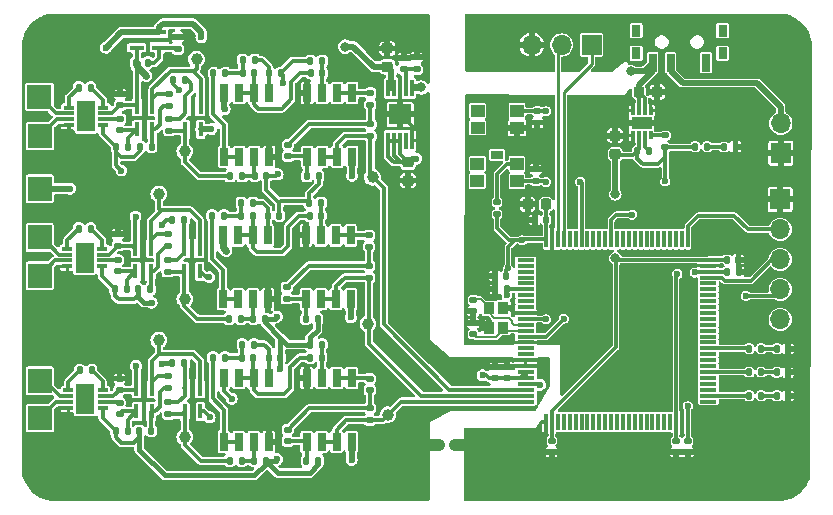
<source format=gbr>
%TF.GenerationSoftware,KiCad,Pcbnew,8.0.9-8.0.9-0~ubuntu24.04.1*%
%TF.CreationDate,2025-08-06T19:27:29-03:00*%
%TF.ProjectId,eeg,6565672e-6b69-4636-9164-5f7063625858,rev?*%
%TF.SameCoordinates,Original*%
%TF.FileFunction,Copper,L1,Top*%
%TF.FilePolarity,Positive*%
%FSLAX46Y46*%
G04 Gerber Fmt 4.6, Leading zero omitted, Abs format (unit mm)*
G04 Created by KiCad (PCBNEW 8.0.9-8.0.9-0~ubuntu24.04.1) date 2025-08-06 19:27:29*
%MOMM*%
%LPD*%
G01*
G04 APERTURE LIST*
G04 Aperture macros list*
%AMRoundRect*
0 Rectangle with rounded corners*
0 $1 Rounding radius*
0 $2 $3 $4 $5 $6 $7 $8 $9 X,Y pos of 4 corners*
0 Add a 4 corners polygon primitive as box body*
4,1,4,$2,$3,$4,$5,$6,$7,$8,$9,$2,$3,0*
0 Add four circle primitives for the rounded corners*
1,1,$1+$1,$2,$3*
1,1,$1+$1,$4,$5*
1,1,$1+$1,$6,$7*
1,1,$1+$1,$8,$9*
0 Add four rect primitives between the rounded corners*
20,1,$1+$1,$2,$3,$4,$5,0*
20,1,$1+$1,$4,$5,$6,$7,0*
20,1,$1+$1,$6,$7,$8,$9,0*
20,1,$1+$1,$8,$9,$2,$3,0*%
G04 Aperture macros list end*
%TA.AperFunction,SMDPad,CuDef*%
%ADD10RoundRect,0.225000X0.250000X-0.225000X0.250000X0.225000X-0.250000X0.225000X-0.250000X-0.225000X0*%
%TD*%
%TA.AperFunction,SMDPad,CuDef*%
%ADD11R,1.200000X0.400000*%
%TD*%
%TA.AperFunction,SMDPad,CuDef*%
%ADD12RoundRect,0.135000X-0.135000X-0.185000X0.135000X-0.185000X0.135000X0.185000X-0.135000X0.185000X0*%
%TD*%
%TA.AperFunction,SMDPad,CuDef*%
%ADD13R,0.550000X0.600000*%
%TD*%
%TA.AperFunction,SMDPad,CuDef*%
%ADD14RoundRect,0.140000X-0.140000X-0.170000X0.140000X-0.170000X0.140000X0.170000X-0.140000X0.170000X0*%
%TD*%
%TA.AperFunction,SMDPad,CuDef*%
%ADD15RoundRect,0.135000X0.135000X0.185000X-0.135000X0.185000X-0.135000X-0.185000X0.135000X-0.185000X0*%
%TD*%
%TA.AperFunction,SMDPad,CuDef*%
%ADD16RoundRect,0.135000X0.185000X-0.135000X0.185000X0.135000X-0.185000X0.135000X-0.185000X-0.135000X0*%
%TD*%
%TA.AperFunction,SMDPad,CuDef*%
%ADD17RoundRect,0.135000X-0.185000X0.135000X-0.185000X-0.135000X0.185000X-0.135000X0.185000X0.135000X0*%
%TD*%
%TA.AperFunction,SMDPad,CuDef*%
%ADD18R,2.000000X2.000000*%
%TD*%
%TA.AperFunction,SMDPad,CuDef*%
%ADD19RoundRect,0.140000X-0.170000X0.140000X-0.170000X-0.140000X0.170000X-0.140000X0.170000X0.140000X0*%
%TD*%
%TA.AperFunction,SMDPad,CuDef*%
%ADD20RoundRect,0.147500X0.147500X0.172500X-0.147500X0.172500X-0.147500X-0.172500X0.147500X-0.172500X0*%
%TD*%
%TA.AperFunction,SMDPad,CuDef*%
%ADD21RoundRect,0.140000X0.170000X-0.140000X0.170000X0.140000X-0.170000X0.140000X-0.170000X-0.140000X0*%
%TD*%
%TA.AperFunction,SMDPad,CuDef*%
%ADD22RoundRect,0.140000X0.140000X0.170000X-0.140000X0.170000X-0.140000X-0.170000X0.140000X-0.170000X0*%
%TD*%
%TA.AperFunction,SMDPad,CuDef*%
%ADD23C,1.000000*%
%TD*%
%TA.AperFunction,SMDPad,CuDef*%
%ADD24R,0.650000X1.500000*%
%TD*%
%TA.AperFunction,SMDPad,CuDef*%
%ADD25R,0.700000X1.500000*%
%TD*%
%TA.AperFunction,SMDPad,CuDef*%
%ADD26R,0.800000X1.000000*%
%TD*%
%TA.AperFunction,ComponentPad*%
%ADD27C,3.800000*%
%TD*%
%TA.AperFunction,ComponentPad*%
%ADD28R,1.700000X1.700000*%
%TD*%
%TA.AperFunction,ComponentPad*%
%ADD29O,1.700000X1.700000*%
%TD*%
%TA.AperFunction,SMDPad,CuDef*%
%ADD30R,1.150000X1.050000*%
%TD*%
%TA.AperFunction,SMDPad,CuDef*%
%ADD31R,0.400000X1.200000*%
%TD*%
%TA.AperFunction,SMDPad,CuDef*%
%ADD32RoundRect,0.225000X0.225000X0.250000X-0.225000X0.250000X-0.225000X-0.250000X0.225000X-0.250000X0*%
%TD*%
%TA.AperFunction,SMDPad,CuDef*%
%ADD33R,0.300000X1.475000*%
%TD*%
%TA.AperFunction,SMDPad,CuDef*%
%ADD34R,1.475000X0.300000*%
%TD*%
%TA.AperFunction,SMDPad,CuDef*%
%ADD35R,0.900000X0.300000*%
%TD*%
%TA.AperFunction,SMDPad,CuDef*%
%ADD36R,1.550000X2.500000*%
%TD*%
%TA.AperFunction,SMDPad,CuDef*%
%ADD37RoundRect,0.225000X-0.250000X0.225000X-0.250000X-0.225000X0.250000X-0.225000X0.250000X0.225000X0*%
%TD*%
%TA.AperFunction,SMDPad,CuDef*%
%ADD38R,0.900000X1.000000*%
%TD*%
%TA.AperFunction,SMDPad,CuDef*%
%ADD39R,0.300000X0.700000*%
%TD*%
%TA.AperFunction,SMDPad,CuDef*%
%ADD40R,1.700000X1.000000*%
%TD*%
%TA.AperFunction,SMDPad,CuDef*%
%ADD41RoundRect,0.225000X-0.225000X-0.250000X0.225000X-0.250000X0.225000X0.250000X-0.225000X0.250000X0*%
%TD*%
%TA.AperFunction,SMDPad,CuDef*%
%ADD42R,1.100000X0.700000*%
%TD*%
%TA.AperFunction,SMDPad,CuDef*%
%ADD43R,0.300000X1.425000*%
%TD*%
%TA.AperFunction,SMDPad,CuDef*%
%ADD44R,1.880000X1.680000*%
%TD*%
%TA.AperFunction,ViaPad*%
%ADD45C,0.600000*%
%TD*%
%TA.AperFunction,ViaPad*%
%ADD46C,0.800000*%
%TD*%
%TA.AperFunction,Conductor*%
%ADD47C,0.300000*%
%TD*%
%TA.AperFunction,Conductor*%
%ADD48C,0.500000*%
%TD*%
%TA.AperFunction,Conductor*%
%ADD49C,1.000000*%
%TD*%
%TA.AperFunction,Conductor*%
%ADD50C,0.200000*%
%TD*%
%TA.AperFunction,Conductor*%
%ADD51C,0.400000*%
%TD*%
%TA.AperFunction,Conductor*%
%ADD52C,0.600000*%
%TD*%
%TA.AperFunction,Conductor*%
%ADD53C,0.275000*%
%TD*%
%TA.AperFunction,Conductor*%
%ADD54C,0.127000*%
%TD*%
G04 APERTURE END LIST*
D10*
%TO.P,C44,1*%
%TO.N,VDD33*%
X193250000Y-64630000D03*
%TO.P,C44,2*%
%TO.N,GND*%
X193250000Y-63080000D03*
%TD*%
D11*
%TO.P,IC4,1,+IN*%
%TO.N,Net-(IC4-+IN)*%
X154620000Y-55626000D03*
%TO.P,IC4,2,V-*%
%TO.N,GNDA*%
X154620000Y-54976000D03*
%TO.P,IC4,3,-IN*%
%TO.N,VREF*%
X154620000Y-54326000D03*
%TO.P,IC4,4,OUT*%
X152720000Y-54326000D03*
%TO.P,IC4,5,V+*%
%TO.N,VDDA33*%
X152720000Y-55626000D03*
%TD*%
D12*
%TO.P,R36,1*%
%TO.N,VREF*%
X167440000Y-56740000D03*
%TO.P,R36,2*%
%TO.N,Net-(U12A-+)*%
X168460000Y-56740000D03*
%TD*%
D13*
%TO.P,FB1,1*%
%TO.N,GND*%
X179640000Y-89310000D03*
%TO.P,FB1,2*%
%TO.N,GNDA*%
X178340000Y-89310000D03*
%TD*%
D14*
%TO.P,C19,1*%
%TO.N,Net-(U11A-+)*%
X162725000Y-66500000D03*
%TO.P,C19,2*%
%TO.N,VREF*%
X163685000Y-66500000D03*
%TD*%
D15*
%TO.P,R15,1*%
%TO.N,Net-(R15-Pad1)*%
X148825000Y-70945000D03*
%TO.P,R15,2*%
%TO.N,Net-(R15-Pad2)*%
X147805000Y-70945000D03*
%TD*%
D12*
%TO.P,R11,1*%
%TO.N,Net-(C5-Pad1)*%
X161655000Y-80770000D03*
%TO.P,R11,2*%
%TO.N,Net-(U3B-+)*%
X162675000Y-80770000D03*
%TD*%
D16*
%TO.P,R14,1*%
%TO.N,ADC_IN1*%
X172470000Y-87165000D03*
%TO.P,R14,2*%
%TO.N,Net-(C7-Pad1)*%
X172470000Y-86145000D03*
%TD*%
D17*
%TO.P,R32,1*%
%TO.N,Net-(U19--)*%
X155480000Y-61650000D03*
%TO.P,R32,2*%
%TO.N,Net-(R32-Pad2)*%
X155480000Y-62670000D03*
%TD*%
D12*
%TO.P,R24,1*%
%TO.N,VREF*%
X167330000Y-68775000D03*
%TO.P,R24,2*%
%TO.N,Net-(U8A-+)*%
X168350000Y-68775000D03*
%TD*%
D14*
%TO.P,C12,1*%
%TO.N,Net-(U7B-+)*%
X163840000Y-69850000D03*
%TO.P,C12,2*%
%TO.N,VREF*%
X164800000Y-69850000D03*
%TD*%
%TO.P,C34,2*%
%TO.N,GND*%
X203690000Y-74590000D03*
%TO.P,C34,1*%
%TO.N,VCAP*%
X202730000Y-74590000D03*
%TD*%
D18*
%TO.P,CH2-,1,1*%
%TO.N,EEG_CH2-*%
X144526000Y-71700000D03*
%TD*%
D19*
%TO.P,C39,1*%
%TO.N,RESET*%
X186657000Y-61005000D03*
%TO.P,C39,2*%
%TO.N,GND*%
X186657000Y-61965000D03*
%TD*%
D20*
%TO.P,L1,1,1*%
%TO.N,Net-(IC1-SW)*%
X196065000Y-64389000D03*
%TO.P,L1,2,2*%
%TO.N,VDD33*%
X195095000Y-64389000D03*
%TD*%
D21*
%TO.P,C31,1*%
%TO.N,VDDA33*%
X184115000Y-83610000D03*
%TO.P,C31,2*%
%TO.N,GNDA*%
X184115000Y-82650000D03*
%TD*%
D17*
%TO.P,R2,1*%
%TO.N,GNDA*%
X156210000Y-54735000D03*
%TO.P,R2,2*%
%TO.N,Net-(IC4-+IN)*%
X156210000Y-55755000D03*
%TD*%
D21*
%TO.P,C24,1*%
%TO.N,Net-(U12B-+)*%
X165550000Y-64800000D03*
%TO.P,C24,2*%
%TO.N,Net-(C23-Pad1)*%
X165550000Y-63840000D03*
%TD*%
D12*
%TO.P,R12,1*%
%TO.N,VREF*%
X167395000Y-80770000D03*
%TO.P,R12,2*%
%TO.N,Net-(U4A-+)*%
X168415000Y-80770000D03*
%TD*%
D14*
%TO.P,C5,1*%
%TO.N,Net-(C5-Pad1)*%
X161655000Y-81870000D03*
%TO.P,C5,2*%
%TO.N,Net-(U3B--)*%
X162615000Y-81870000D03*
%TD*%
D22*
%TO.P,C6,1*%
%TO.N,Net-(U4A-+)*%
X168385000Y-81870000D03*
%TO.P,C6,2*%
%TO.N,Net-(U3B--)*%
X167425000Y-81870000D03*
%TD*%
D19*
%TO.P,C18,1*%
%TO.N,Net-(C18-Pad1)*%
X151330001Y-61680000D03*
%TO.P,C18,2*%
%TO.N,Net-(U10-+)*%
X151330001Y-62640000D03*
%TD*%
D23*
%TO.P,TP2,1,1*%
%TO.N,Net-(R8-Pad2)*%
X156800000Y-88600000D03*
%TD*%
D24*
%TO.P,U12,1*%
%TO.N,Net-(U12A--)*%
X170970000Y-59470000D03*
%TO.P,U12,2,-*%
X169700000Y-59470000D03*
%TO.P,U12,3,+*%
%TO.N,Net-(U12A-+)*%
X168430000Y-59470000D03*
%TO.P,U12,4,V-*%
%TO.N,GNDA*%
X167160000Y-59470000D03*
%TO.P,U12,5,+*%
%TO.N,Net-(U12B-+)*%
X167160000Y-64870000D03*
%TO.P,U12,6,-*%
%TO.N,ADC_IN3*%
X168430000Y-64870000D03*
%TO.P,U12,7*%
X169700000Y-64870000D03*
%TO.P,U12,8,V+*%
%TO.N,VDDA33*%
X170970000Y-64870000D03*
%TD*%
D25*
%TO.P,S1,1,NC*%
%TO.N,unconnected-(S1-NC-Pad1)*%
X200930000Y-56895000D03*
%TO.P,S1,2,COM*%
%TO.N,VIN_SWT*%
X197930000Y-56895000D03*
%TO.P,S1,3,NO*%
%TO.N,VIN_BAT*%
X196430000Y-56895000D03*
D26*
%TO.P,S1,MP1,MP1*%
%TO.N,unconnected-(S1-PadMP1)*%
X202330000Y-56110000D03*
%TO.P,S1,MP2,MP2*%
%TO.N,unconnected-(S1-PadMP2)*%
X195030000Y-56110000D03*
%TO.P,S1,MP3,MP3*%
%TO.N,unconnected-(S1-PadMP3)*%
X202330000Y-54180000D03*
%TO.P,S1,MP4,MP4*%
%TO.N,unconnected-(S1-PadMP4)*%
X195030000Y-54180000D03*
%TD*%
D27*
%TO.P,H3,1,1*%
%TO.N,GND*%
X207080000Y-55560000D03*
%TD*%
D28*
%TO.P,J4,1,Pin_1*%
%TO.N,MCU_RX*%
X191250000Y-55400000D03*
D29*
%TO.P,J4,2,Pin_2*%
%TO.N,MCU_TX*%
X188710000Y-55400000D03*
%TO.P,J4,3,Pin_3*%
%TO.N,GND*%
X186170000Y-55400000D03*
%TD*%
D19*
%TO.P,C27,1*%
%TO.N,VDD33*%
X199395000Y-88910000D03*
%TO.P,C27,2*%
%TO.N,GND*%
X199395000Y-89870000D03*
%TD*%
D30*
%TO.P,SW3,1,1*%
%TO.N,GND*%
X184939000Y-62410000D03*
%TO.P,SW3,2,2*%
%TO.N,RESET*%
X184939000Y-60960000D03*
%TO.P,SW3,3,3*%
%TO.N,unconnected-(SW3-Pad3)*%
X181589000Y-62410000D03*
%TO.P,SW3,4,4*%
%TO.N,unconnected-(SW3-Pad4)*%
X181589000Y-60960000D03*
%TD*%
D12*
%TO.P,R9,1*%
%TO.N,Net-(R8-Pad2)*%
X160600000Y-90595000D03*
%TO.P,R9,2*%
%TO.N,Net-(U3A-+)*%
X161620000Y-90595000D03*
%TD*%
D24*
%TO.P,U11,1*%
%TO.N,Net-(U11A--)*%
X160130000Y-64870000D03*
%TO.P,U11,2,-*%
X161400000Y-64870000D03*
%TO.P,U11,3,+*%
%TO.N,Net-(U11A-+)*%
X162670000Y-64870000D03*
%TO.P,U11,4,V-*%
%TO.N,GNDA*%
X163940000Y-64870000D03*
%TO.P,U11,5,+*%
%TO.N,Net-(U11B-+)*%
X163940000Y-59470000D03*
%TO.P,U11,6,-*%
%TO.N,Net-(U11B--)*%
X162670000Y-59470000D03*
%TO.P,U11,7*%
X161400000Y-59470000D03*
%TO.P,U11,8,V+*%
%TO.N,VDDA33*%
X160130000Y-59470000D03*
%TD*%
D23*
%TO.P,TP3,1,1*%
%TO.N,ADC_IN1*%
X174000000Y-86700000D03*
%TD*%
D22*
%TO.P,C22,1*%
%TO.N,Net-(U12A-+)*%
X168430000Y-57780000D03*
%TO.P,C22,2*%
%TO.N,Net-(U11B--)*%
X167470000Y-57780000D03*
%TD*%
D15*
%TO.P,R28,1*%
%TO.N,Net-(U10-+)*%
X152020000Y-64020000D03*
%TO.P,R28,2*%
%TO.N,VREF*%
X151000000Y-64020000D03*
%TD*%
D27*
%TO.P,H1,1,1*%
%TO.N,GNDA*%
X145810000Y-55560000D03*
%TD*%
D31*
%TO.P,U6,1,+*%
%TO.N,Net-(U6-+)*%
X152625000Y-74545000D03*
%TO.P,U6,2,V-*%
%TO.N,GNDA*%
X153275000Y-74545000D03*
%TO.P,U6,3,-*%
%TO.N,Net-(U6--)*%
X153925000Y-74545000D03*
%TO.P,U6,4*%
%TO.N,Net-(U18-+)*%
X153925000Y-72645000D03*
%TO.P,U6,5,V+*%
%TO.N,VDDA33*%
X152625000Y-72645000D03*
%TD*%
D20*
%TO.P,D3,1,K*%
%TO.N,GND*%
X207900000Y-83110000D03*
%TO.P,D3,2,A*%
%TO.N,Net-(D3-A)*%
X206930000Y-83110000D03*
%TD*%
D32*
%TO.P,C30,1*%
%TO.N,VDD33*%
X187375000Y-68900000D03*
%TO.P,C30,2*%
%TO.N,GND*%
X185825000Y-68900000D03*
%TD*%
D12*
%TO.P,R44,1*%
%TO.N,VDD33*%
X200021000Y-64008000D03*
%TO.P,R44,2*%
%TO.N,Net-(D1-A)*%
X201041000Y-64008000D03*
%TD*%
D15*
%TO.P,R17,1*%
%TO.N,Net-(U6--)*%
X153875000Y-76070000D03*
%TO.P,R17,2*%
%TO.N,VREF*%
X152855000Y-76070000D03*
%TD*%
D33*
%TO.P,IC3,100,VDD_5*%
%TO.N,VDD33*%
X187395000Y-71852000D03*
%TO.P,IC3,99,VSS_5*%
%TO.N,GND*%
X187895000Y-71852000D03*
%TO.P,IC3,98,PE1*%
%TO.N,MCU_TX*%
X188395000Y-71852000D03*
%TO.P,IC3,97,PE0*%
%TO.N,MCU_RX*%
X188895000Y-71852000D03*
%TO.P,IC3,96,PB9*%
%TO.N,unconnected-(IC3-PB9-Pad96)*%
X189395000Y-71852000D03*
%TO.P,IC3,95,PB8*%
%TO.N,unconnected-(IC3-PB8-Pad95)*%
X189895000Y-71852000D03*
%TO.P,IC3,94,BOOT0*%
%TO.N,BOOT*%
X190395000Y-71852000D03*
%TO.P,IC3,93,PB7*%
%TO.N,unconnected-(IC3-PB7-Pad93)*%
X190895000Y-71852000D03*
%TO.P,IC3,92,PB6*%
%TO.N,unconnected-(IC3-PB6-Pad92)*%
X191395000Y-71852000D03*
%TO.P,IC3,91,PB5*%
%TO.N,unconnected-(IC3-PB5-Pad91)*%
X191895000Y-71852000D03*
%TO.P,IC3,90,PB4*%
%TO.N,unconnected-(IC3-PB4-Pad90)*%
X192395000Y-71852000D03*
%TO.P,IC3,89,PB3*%
%TO.N,SWO*%
X192895000Y-71852000D03*
%TO.P,IC3,88,PD7*%
%TO.N,unconnected-(IC3-PD7-Pad88)*%
X193395000Y-71852000D03*
%TO.P,IC3,87,PD6*%
%TO.N,unconnected-(IC3-PD6-Pad87)*%
X193895000Y-71852000D03*
%TO.P,IC3,86,PD5*%
%TO.N,unconnected-(IC3-PD5-Pad86)*%
X194395000Y-71852000D03*
%TO.P,IC3,85,PD4*%
%TO.N,unconnected-(IC3-PD4-Pad85)*%
X194895000Y-71852000D03*
%TO.P,IC3,84,PD3*%
%TO.N,unconnected-(IC3-PD3-Pad84)*%
X195395000Y-71852000D03*
%TO.P,IC3,83,PD2*%
%TO.N,unconnected-(IC3-PD2-Pad83)*%
X195895000Y-71852000D03*
%TO.P,IC3,82,PD1*%
%TO.N,unconnected-(IC3-PD1-Pad82)*%
X196395000Y-71852000D03*
%TO.P,IC3,81,PD0*%
%TO.N,unconnected-(IC3-PD0-Pad81)*%
X196895000Y-71852000D03*
%TO.P,IC3,80,PC12*%
%TO.N,unconnected-(IC3-PC12-Pad80)*%
X197395000Y-71852000D03*
%TO.P,IC3,79,PC11*%
%TO.N,unconnected-(IC3-PC11-Pad79)*%
X197895000Y-71852000D03*
%TO.P,IC3,78,PC10*%
%TO.N,unconnected-(IC3-PC10-Pad78)*%
X198395000Y-71852000D03*
%TO.P,IC3,77,PA15*%
%TO.N,unconnected-(IC3-PA15-Pad77)*%
X198895000Y-71852000D03*
%TO.P,IC3,76,PA14*%
%TO.N,SWCLK*%
X199395000Y-71852000D03*
D34*
%TO.P,IC3,75,VDD_4*%
%TO.N,VDD33*%
X201133000Y-73590000D03*
%TO.P,IC3,74,VSS_4*%
%TO.N,GND*%
X201133000Y-74090000D03*
%TO.P,IC3,73,VCAP_2*%
%TO.N,VCAP*%
X201133000Y-74590000D03*
%TO.P,IC3,72,PA13*%
%TO.N,SWDIO*%
X201133000Y-75090000D03*
%TO.P,IC3,71,PA12*%
%TO.N,unconnected-(IC3-PA12-Pad71)*%
X201133000Y-75590000D03*
%TO.P,IC3,70,PA11*%
%TO.N,unconnected-(IC3-PA11-Pad70)*%
X201133000Y-76090000D03*
%TO.P,IC3,69,PA10*%
%TO.N,unconnected-(IC3-PA10-Pad69)*%
X201133000Y-76590000D03*
%TO.P,IC3,68,PA9*%
%TO.N,unconnected-(IC3-PA9-Pad68)*%
X201133000Y-77090000D03*
%TO.P,IC3,67,PA8*%
%TO.N,unconnected-(IC3-PA8-Pad67)*%
X201133000Y-77590000D03*
%TO.P,IC3,66,PC9*%
%TO.N,unconnected-(IC3-PC9-Pad66)*%
X201133000Y-78090000D03*
%TO.P,IC3,65,PC8*%
%TO.N,unconnected-(IC3-PC8-Pad65)*%
X201133000Y-78590000D03*
%TO.P,IC3,64,PC7*%
%TO.N,unconnected-(IC3-PC7-Pad64)*%
X201133000Y-79090000D03*
%TO.P,IC3,63,PC6*%
%TO.N,unconnected-(IC3-PC6-Pad63)*%
X201133000Y-79590000D03*
%TO.P,IC3,62,PD15*%
%TO.N,unconnected-(IC3-PD15-Pad62)*%
X201133000Y-80090000D03*
%TO.P,IC3,61,PD14*%
%TO.N,unconnected-(IC3-PD14-Pad61)*%
X201133000Y-80590000D03*
%TO.P,IC3,60,PD13*%
%TO.N,LED_1*%
X201133000Y-81090000D03*
%TO.P,IC3,59,PD12*%
%TO.N,unconnected-(IC3-PD12-Pad59)*%
X201133000Y-81590000D03*
%TO.P,IC3,58,PD11*%
%TO.N,unconnected-(IC3-PD11-Pad58)*%
X201133000Y-82090000D03*
%TO.P,IC3,57,PD10*%
%TO.N,unconnected-(IC3-PD10-Pad57)*%
X201133000Y-82590000D03*
%TO.P,IC3,56,PD9*%
%TO.N,LED_2*%
X201133000Y-83090000D03*
%TO.P,IC3,55,PD8*%
%TO.N,unconnected-(IC3-PD8-Pad55)*%
X201133000Y-83590000D03*
%TO.P,IC3,54,PB15*%
%TO.N,unconnected-(IC3-PB15-Pad54)*%
X201133000Y-84090000D03*
%TO.P,IC3,53,PB14*%
%TO.N,unconnected-(IC3-PB14-Pad53)*%
X201133000Y-84590000D03*
%TO.P,IC3,52,PB13*%
%TO.N,LED_3*%
X201133000Y-85090000D03*
%TO.P,IC3,51,PB12*%
%TO.N,unconnected-(IC3-PB12-Pad51)*%
X201133000Y-85590000D03*
D33*
%TO.P,IC3,50,VDD_3*%
%TO.N,VDD33*%
X199395000Y-87328000D03*
%TO.P,IC3,49,VSS_3*%
%TO.N,GND*%
X198895000Y-87328000D03*
%TO.P,IC3,48,VCAP_1*%
%TO.N,VCAP*%
X198395000Y-87328000D03*
%TO.P,IC3,47,PB11*%
%TO.N,unconnected-(IC3-PB11-Pad47)*%
X197895000Y-87328000D03*
%TO.P,IC3,46,PB10*%
%TO.N,unconnected-(IC3-PB10-Pad46)*%
X197395000Y-87328000D03*
%TO.P,IC3,45,PE15*%
%TO.N,unconnected-(IC3-PE15-Pad45)*%
X196895000Y-87328000D03*
%TO.P,IC3,44,PE14*%
%TO.N,unconnected-(IC3-PE14-Pad44)*%
X196395000Y-87328000D03*
%TO.P,IC3,43,PE13*%
%TO.N,unconnected-(IC3-PE13-Pad43)*%
X195895000Y-87328000D03*
%TO.P,IC3,42,PE12*%
%TO.N,unconnected-(IC3-PE12-Pad42)*%
X195395000Y-87328000D03*
%TO.P,IC3,41,PE11*%
%TO.N,QSPI_NCS*%
X194895000Y-87328000D03*
%TO.P,IC3,40,PE10*%
%TO.N,unconnected-(IC3-PE10-Pad40)*%
X194395000Y-87328000D03*
%TO.P,IC3,39,PE9*%
%TO.N,unconnected-(IC3-PE9-Pad39)*%
X193895000Y-87328000D03*
%TO.P,IC3,38,PE8*%
%TO.N,unconnected-(IC3-PE8-Pad38)*%
X193395000Y-87328000D03*
%TO.P,IC3,37,PE7*%
%TO.N,RESET_FLASH*%
X192895000Y-87328000D03*
%TO.P,IC3,36,PB2*%
%TO.N,QSPI_CLK*%
X192395000Y-87328000D03*
%TO.P,IC3,35,PB1*%
%TO.N,QSPI_IO0*%
X191895000Y-87328000D03*
%TO.P,IC3,34,PB0*%
%TO.N,QSPI_IO1*%
X191395000Y-87328000D03*
%TO.P,IC3,33,PC5*%
%TO.N,unconnected-(IC3-PC5-Pad33)*%
X190895000Y-87328000D03*
%TO.P,IC3,32,PC4*%
%TO.N,unconnected-(IC3-PC4-Pad32)*%
X190395000Y-87328000D03*
%TO.P,IC3,31,PA7*%
%TO.N,QSPI_IO2*%
X189895000Y-87328000D03*
%TO.P,IC3,30,PA6*%
%TO.N,QSPI_IO3*%
X189395000Y-87328000D03*
%TO.P,IC3,29,PA5*%
%TO.N,unconnected-(IC3-PA5-Pad29)*%
X188895000Y-87328000D03*
%TO.P,IC3,28,PA4*%
%TO.N,unconnected-(IC3-PA4-Pad28)*%
X188395000Y-87328000D03*
%TO.P,IC3,27,VDD_2*%
%TO.N,VDD33*%
X187895000Y-87328000D03*
%TO.P,IC3,26,VSS_2*%
%TO.N,GND*%
X187395000Y-87328000D03*
D34*
%TO.P,IC3,25,PA3*%
%TO.N,ADC_IN1*%
X185657000Y-85590000D03*
%TO.P,IC3,24,PA2*%
%TO.N,ADC_IN2*%
X185657000Y-85090000D03*
%TO.P,IC3,23,PA1*%
%TO.N,ADC_IN3*%
X185657000Y-84590000D03*
%TO.P,IC3,22,PA0*%
%TO.N,VREF*%
X185657000Y-84090000D03*
%TO.P,IC3,21,VDDA*%
%TO.N,VDDA33*%
X185657000Y-83590000D03*
%TO.P,IC3,20,VREF+*%
X185657000Y-83090000D03*
%TO.P,IC3,19,VSSA*%
%TO.N,GNDA*%
X185657000Y-82590000D03*
%TO.P,IC3,18,PC3_C*%
X185657000Y-82090000D03*
%TO.P,IC3,17,PC2_C*%
%TO.N,unconnected-(IC3-PC2_C-Pad17)*%
X185657000Y-81590000D03*
%TO.P,IC3,16,PC1*%
%TO.N,unconnected-(IC3-PC1-Pad16)*%
X185657000Y-81090000D03*
%TO.P,IC3,15,PC0*%
%TO.N,GND*%
X185657000Y-80590000D03*
%TO.P,IC3,14,NRST*%
%TO.N,RESET*%
X185657000Y-80090000D03*
%TO.P,IC3,13,PH1-OSC_OUT*%
%TO.N,HSE_O*%
X185657000Y-79590000D03*
%TO.P,IC3,12,PH0-OSC_IN*%
%TO.N,HSE_I*%
X185657000Y-79090000D03*
%TO.P,IC3,11,VDD_1*%
%TO.N,VDD33*%
X185657000Y-78590000D03*
%TO.P,IC3,10,VSS_1*%
%TO.N,GND*%
X185657000Y-78090000D03*
%TO.P,IC3,9,PC15-OSC32_OUT*%
%TO.N,unconnected-(IC3-PC15-OSC32_OUT-Pad9)*%
X185657000Y-77590000D03*
%TO.P,IC3,8,PC14-OSC32_IN*%
%TO.N,unconnected-(IC3-PC14-OSC32_IN-Pad8)*%
X185657000Y-77090000D03*
%TO.P,IC3,7,PC13*%
%TO.N,unconnected-(IC3-PC13-Pad7)*%
X185657000Y-76590000D03*
%TO.P,IC3,6,VBAT*%
%TO.N,VDD33*%
X185657000Y-76090000D03*
%TO.P,IC3,5,PE6*%
%TO.N,unconnected-(IC3-PE6-Pad5)*%
X185657000Y-75590000D03*
%TO.P,IC3,4,PE5*%
%TO.N,unconnected-(IC3-PE5-Pad4)*%
X185657000Y-75090000D03*
%TO.P,IC3,3,PE4*%
%TO.N,unconnected-(IC3-PE4-Pad3)*%
X185657000Y-74590000D03*
%TO.P,IC3,2,PE3*%
%TO.N,unconnected-(IC3-PE3-Pad2)*%
X185657000Y-74090000D03*
%TO.P,IC3,1,PE2*%
%TO.N,unconnected-(IC3-PE2-Pad1)*%
X185657000Y-73590000D03*
%TD*%
D21*
%TO.P,C41,1*%
%TO.N,Net-(IC2-SET)*%
X175330000Y-57440000D03*
%TO.P,C41,2*%
%TO.N,GNDA*%
X175330000Y-56480000D03*
%TD*%
D18*
%TO.P,CH2+,1,1*%
%TO.N,EEG_CH2+*%
X144526000Y-74930000D03*
%TD*%
D12*
%TO.P,R39,1*%
%TO.N,LED_1*%
X204590000Y-81110000D03*
%TO.P,R39,2*%
%TO.N,Net-(D2-A)*%
X205610000Y-81110000D03*
%TD*%
D16*
%TO.P,R30,1*%
%TO.N,Net-(U10--)*%
X155480000Y-60595000D03*
%TO.P,R30,2*%
%TO.N,Net-(U19-+)*%
X155480000Y-59575000D03*
%TD*%
D14*
%TO.P,C21,1*%
%TO.N,Net-(C21-Pad1)*%
X161700000Y-57780000D03*
%TO.P,C21,2*%
%TO.N,Net-(U11B--)*%
X162660000Y-57780000D03*
%TD*%
D24*
%TO.P,U8,1*%
%TO.N,Net-(U8A--)*%
X170860000Y-71525000D03*
%TO.P,U8,2,-*%
X169590000Y-71525000D03*
%TO.P,U8,3,+*%
%TO.N,Net-(U8A-+)*%
X168320000Y-71525000D03*
%TO.P,U8,4,V-*%
%TO.N,GNDA*%
X167050000Y-71525000D03*
%TO.P,U8,5,+*%
%TO.N,Net-(U8B-+)*%
X167050000Y-76925000D03*
%TO.P,U8,6,-*%
%TO.N,ADC_IN2*%
X168320000Y-76925000D03*
%TO.P,U8,7*%
X169590000Y-76925000D03*
%TO.P,U8,8,V+*%
%TO.N,VDDA33*%
X170860000Y-76925000D03*
%TD*%
D17*
%TO.P,R46,1*%
%TO.N,Net-(IC1-PG)*%
X197490000Y-63050000D03*
%TO.P,R46,2*%
%TO.N,VDD33*%
X197490000Y-64070000D03*
%TD*%
D19*
%TO.P,C26,1*%
%TO.N,VDD33*%
X187870000Y-88890000D03*
%TO.P,C26,2*%
%TO.N,GND*%
X187870000Y-89850000D03*
%TD*%
D35*
%TO.P,U5,1,Rg*%
%TO.N,Net-(R15-Pad2)*%
X146865002Y-72645000D03*
%TO.P,U5,2,-*%
%TO.N,EEG_CH2-*%
X146865002Y-73145000D03*
%TO.P,U5,3,+*%
%TO.N,EEG_CH2+*%
X146865002Y-73645000D03*
%TO.P,U5,4,V-*%
%TO.N,GNDA*%
X146865002Y-74145000D03*
%TO.P,U5,5,Ref*%
%TO.N,VREF*%
X149765002Y-74145000D03*
%TO.P,U5,6*%
%TO.N,Net-(C10-Pad1)*%
X149765002Y-73645000D03*
%TO.P,U5,7,V+*%
%TO.N,VDDA33*%
X149765002Y-73145000D03*
%TO.P,U5,8,Rg*%
%TO.N,Net-(R15-Pad1)*%
X149765002Y-72645000D03*
D36*
%TO.P,U5,9,EP*%
%TO.N,unconnected-(U5-EP-Pad9)*%
X148315002Y-73395000D03*
%TD*%
D14*
%TO.P,C28,1*%
%TO.N,VDD33*%
X202720000Y-73580000D03*
%TO.P,C28,2*%
%TO.N,GND*%
X203680000Y-73580000D03*
%TD*%
%TO.P,C20,1*%
%TO.N,Net-(U11B-+)*%
X163955000Y-57780000D03*
%TO.P,C20,2*%
%TO.N,VREF*%
X164915000Y-57780000D03*
%TD*%
D15*
%TO.P,R25,1*%
%TO.N,VREF*%
X168055000Y-78600000D03*
%TO.P,R25,2*%
%TO.N,Net-(U8B-+)*%
X167035000Y-78600000D03*
%TD*%
D21*
%TO.P,C8,1*%
%TO.N,Net-(U4B-+)*%
X165515000Y-88925000D03*
%TO.P,C8,2*%
%TO.N,Net-(C7-Pad1)*%
X165515000Y-87965000D03*
%TD*%
D22*
%TO.P,C25,1*%
%TO.N,VDD33*%
X184040000Y-76060000D03*
%TO.P,C25,2*%
%TO.N,GND*%
X183080000Y-76060000D03*
%TD*%
D37*
%TO.P,C40,1*%
%TO.N,VIN_BAT*%
X175700000Y-65325000D03*
%TO.P,C40,2*%
%TO.N,GNDA*%
X175700000Y-66875000D03*
%TD*%
D18*
%TO.P,CH1+,1,1*%
%TO.N,EEG_CH1+*%
X144526000Y-86995000D03*
%TD*%
D15*
%TO.P,R1,1*%
%TO.N,Net-(IC4-+IN)*%
X153672000Y-56896000D03*
%TO.P,R1,2*%
%TO.N,VDDA33*%
X152652000Y-56896000D03*
%TD*%
D16*
%TO.P,R45,1*%
%TO.N,Net-(IC2-SET)*%
X176430000Y-57470000D03*
%TO.P,R45,2*%
%TO.N,GNDA*%
X176430000Y-56450000D03*
%TD*%
D18*
%TO.P,CH3+,1,1*%
%TO.N,EEG_CH3+*%
X144526000Y-63119000D03*
%TD*%
D38*
%TO.P,Y1,4,4*%
%TO.N,GND*%
X183747000Y-77700000D03*
%TO.P,Y1,3,3*%
%TO.N,HSE_O*%
X183747000Y-79350000D03*
%TO.P,Y1,2,2*%
%TO.N,GND*%
X182521000Y-79350000D03*
%TO.P,Y1,1,1*%
%TO.N,HSE_I*%
X182521000Y-77700000D03*
%TD*%
D22*
%TO.P,C14,1*%
%TO.N,Net-(U8A-+)*%
X168325000Y-69850000D03*
%TO.P,C14,2*%
%TO.N,Net-(U7B--)*%
X167365000Y-69850000D03*
%TD*%
D21*
%TO.P,C32,1*%
%TO.N,VDDA33*%
X183055000Y-83610000D03*
%TO.P,C32,2*%
%TO.N,GNDA*%
X183055000Y-82650000D03*
%TD*%
D15*
%TO.P,R5,1*%
%TO.N,Net-(U2--)*%
X153955000Y-88075000D03*
%TO.P,R5,2*%
%TO.N,VREF*%
X152935000Y-88075000D03*
%TD*%
D21*
%TO.P,C15,1*%
%TO.N,Net-(C15-Pad1)*%
X172405000Y-72480000D03*
%TO.P,C15,2*%
%TO.N,Net-(U8A--)*%
X172405000Y-71520000D03*
%TD*%
D17*
%TO.P,R42,1*%
%TO.N,Net-(R42-Pad1)*%
X183240000Y-68700000D03*
%TO.P,R42,2*%
%TO.N,VDD33*%
X183240000Y-69720000D03*
%TD*%
D19*
%TO.P,C10,1*%
%TO.N,Net-(C10-Pad1)*%
X151125000Y-73615000D03*
%TO.P,C10,2*%
%TO.N,Net-(U6-+)*%
X151125000Y-74575000D03*
%TD*%
D31*
%TO.P,U19,1,+*%
%TO.N,Net-(U19-+)*%
X158140000Y-60650000D03*
%TO.P,U19,2,V-*%
%TO.N,GNDA*%
X157490000Y-60650000D03*
%TO.P,U19,3,-*%
%TO.N,Net-(U19--)*%
X156840000Y-60650000D03*
%TO.P,U19,4*%
%TO.N,Net-(R32-Pad2)*%
X156840000Y-62550000D03*
%TO.P,U19,5,V+*%
%TO.N,VDDA33*%
X158140000Y-62550000D03*
%TD*%
D15*
%TO.P,R16,1*%
%TO.N,Net-(U6-+)*%
X151885000Y-76070000D03*
%TO.P,R16,2*%
%TO.N,VREF*%
X150865000Y-76070000D03*
%TD*%
%TO.P,R13,1*%
%TO.N,VREF*%
X168120000Y-90595000D03*
%TO.P,R13,2*%
%TO.N,Net-(U4B-+)*%
X167100000Y-90595000D03*
%TD*%
D16*
%TO.P,R38,1*%
%TO.N,ADC_IN3*%
X172515000Y-63120000D03*
%TO.P,R38,2*%
%TO.N,Net-(C23-Pad1)*%
X172515000Y-62100000D03*
%TD*%
D19*
%TO.P,C1,1*%
%TO.N,GNDA*%
X151275001Y-83640000D03*
%TO.P,C1,2*%
%TO.N,VDDA33*%
X151275001Y-84600000D03*
%TD*%
D24*
%TO.P,U4,1*%
%TO.N,Net-(U4A--)*%
X170925000Y-83595000D03*
%TO.P,U4,2,-*%
X169655000Y-83595000D03*
%TO.P,U4,3,+*%
%TO.N,Net-(U4A-+)*%
X168385000Y-83595000D03*
%TO.P,U4,4,V-*%
%TO.N,GNDA*%
X167115000Y-83595000D03*
%TO.P,U4,5,+*%
%TO.N,Net-(U4B-+)*%
X167115000Y-88995000D03*
%TO.P,U4,6,-*%
%TO.N,ADC_IN1*%
X168385000Y-88995000D03*
%TO.P,U4,7*%
X169655000Y-88995000D03*
%TO.P,U4,8,V+*%
%TO.N,VDDA33*%
X170925000Y-88995000D03*
%TD*%
D21*
%TO.P,C23,1*%
%TO.N,Net-(C23-Pad1)*%
X172515000Y-60440000D03*
%TO.P,C23,2*%
%TO.N,Net-(U12A--)*%
X172515000Y-59480000D03*
%TD*%
D12*
%TO.P,R40,1*%
%TO.N,LED_2*%
X204590000Y-83100000D03*
%TO.P,R40,2*%
%TO.N,Net-(D3-A)*%
X205610000Y-83100000D03*
%TD*%
D14*
%TO.P,C4,1*%
%TO.N,Net-(U3B-+)*%
X163910000Y-81870000D03*
%TO.P,C4,2*%
%TO.N,VREF*%
X164870000Y-81870000D03*
%TD*%
D23*
%TO.P,TP7,1,1*%
%TO.N,Net-(U19-+)*%
X157800000Y-56600000D03*
%TD*%
D35*
%TO.P,U1,1,Rg*%
%TO.N,Net-(R3-Pad2)*%
X146945002Y-84631000D03*
%TO.P,U1,2,-*%
%TO.N,EEG_CH1-*%
X146945002Y-85131000D03*
%TO.P,U1,3,+*%
%TO.N,EEG_CH1+*%
X146945002Y-85631000D03*
%TO.P,U1,4,V-*%
%TO.N,GNDA*%
X146945002Y-86131000D03*
%TO.P,U1,5,Ref*%
%TO.N,VREF*%
X149845002Y-86131000D03*
%TO.P,U1,6*%
%TO.N,Net-(C2-Pad1)*%
X149845002Y-85631000D03*
%TO.P,U1,7,V+*%
%TO.N,VDDA33*%
X149845002Y-85131000D03*
%TO.P,U1,8,Rg*%
%TO.N,Net-(R3-Pad1)*%
X149845002Y-84631000D03*
D36*
%TO.P,U1,9,EP*%
%TO.N,unconnected-(U1-EP-Pad9)*%
X148395002Y-85381000D03*
%TD*%
D39*
%TO.P,IC1,1,PGND*%
%TO.N,GND*%
X196250000Y-60960000D03*
%TO.P,IC1,2,VIN*%
%TO.N,VIN_BAT*%
X195750000Y-60960000D03*
%TO.P,IC1,3,EN*%
X195250000Y-60960000D03*
%TO.P,IC1,4,AGND*%
%TO.N,GND*%
X194750000Y-60960000D03*
%TO.P,IC1,5,FB*%
X194750000Y-63060000D03*
%TO.P,IC1,6,VOS*%
%TO.N,VDD33*%
X195250000Y-63060000D03*
%TO.P,IC1,7,SW*%
%TO.N,Net-(IC1-SW)*%
X195750000Y-63060000D03*
%TO.P,IC1,8,PG*%
%TO.N,Net-(IC1-PG)*%
X196250000Y-63060000D03*
D40*
%TO.P,IC1,9,EP*%
%TO.N,GND*%
X195500000Y-62010000D03*
%TD*%
D14*
%TO.P,C3,1*%
%TO.N,Net-(U3A-+)*%
X162680000Y-90595000D03*
%TO.P,C3,2*%
%TO.N,VREF*%
X163640000Y-90595000D03*
%TD*%
D24*
%TO.P,U3,1*%
%TO.N,Net-(U3A--)*%
X160105000Y-88995000D03*
%TO.P,U3,2,-*%
X161375000Y-88995000D03*
%TO.P,U3,3,+*%
%TO.N,Net-(U3A-+)*%
X162645000Y-88995000D03*
%TO.P,U3,4,V-*%
%TO.N,GNDA*%
X163915000Y-88995000D03*
%TO.P,U3,5,+*%
%TO.N,Net-(U3B-+)*%
X163915000Y-83595000D03*
%TO.P,U3,6,-*%
%TO.N,Net-(U3B--)*%
X162645000Y-83595000D03*
%TO.P,U3,7*%
X161375000Y-83595000D03*
%TO.P,U3,8,V+*%
%TO.N,VDDA33*%
X160105000Y-83595000D03*
%TD*%
D23*
%TO.P,TP6,1,1*%
%TO.N,ADC_IN2*%
X172300000Y-79000000D03*
%TD*%
D15*
%TO.P,R4,1*%
%TO.N,Net-(U2-+)*%
X151965000Y-88075000D03*
%TO.P,R4,2*%
%TO.N,VREF*%
X150945000Y-88075000D03*
%TD*%
D21*
%TO.P,C16,1*%
%TO.N,Net-(U8B-+)*%
X165437500Y-76880000D03*
%TO.P,C16,2*%
%TO.N,Net-(C15-Pad1)*%
X165437500Y-75920000D03*
%TD*%
D16*
%TO.P,R18,1*%
%TO.N,Net-(U6--)*%
X155362500Y-72425000D03*
%TO.P,R18,2*%
%TO.N,Net-(U18-+)*%
X155362500Y-71405000D03*
%TD*%
D23*
%TO.P,TP9,1,1*%
%TO.N,ADC_IN3*%
X172700000Y-66600000D03*
%TD*%
D20*
%TO.P,D1,1,K*%
%TO.N,GND*%
X203431000Y-64032000D03*
%TO.P,D1,2,A*%
%TO.N,Net-(D1-A)*%
X202461000Y-64032000D03*
%TD*%
D15*
%TO.P,R29,1*%
%TO.N,Net-(U10--)*%
X154010000Y-64020000D03*
%TO.P,R29,2*%
%TO.N,VREF*%
X152990000Y-64020000D03*
%TD*%
%TO.P,R27,1*%
%TO.N,Net-(R27-Pad1)*%
X148825000Y-59010000D03*
%TO.P,R27,2*%
%TO.N,Net-(R27-Pad2)*%
X147805000Y-59010000D03*
%TD*%
D31*
%TO.P,U2,1,+*%
%TO.N,Net-(U2-+)*%
X152705000Y-86425000D03*
%TO.P,U2,2,V-*%
%TO.N,GNDA*%
X153355000Y-86425000D03*
%TO.P,U2,3,-*%
%TO.N,Net-(U2--)*%
X154005000Y-86425000D03*
%TO.P,U2,4*%
%TO.N,Net-(U17-+)*%
X154005000Y-84525000D03*
%TO.P,U2,5,V+*%
%TO.N,VDDA33*%
X152705000Y-84525000D03*
%TD*%
D15*
%TO.P,R22,1*%
%TO.N,Net-(C13-Pad1)*%
X160130000Y-69850000D03*
%TO.P,R22,2*%
%TO.N,Net-(U7A--)*%
X159110000Y-69850000D03*
%TD*%
D12*
%TO.P,R33,1*%
%TO.N,Net-(R32-Pad2)*%
X160645000Y-66500000D03*
%TO.P,R33,2*%
%TO.N,Net-(U11A-+)*%
X161665000Y-66500000D03*
%TD*%
D31*
%TO.P,U17,1,+*%
%TO.N,Net-(U17-+)*%
X158110000Y-84525000D03*
%TO.P,U17,2,V-*%
%TO.N,GNDA*%
X157460000Y-84525000D03*
%TO.P,U17,3,-*%
%TO.N,Net-(U17--)*%
X156810000Y-84525000D03*
%TO.P,U17,4*%
%TO.N,Net-(R8-Pad2)*%
X156810000Y-86425000D03*
%TO.P,U17,5,V+*%
%TO.N,VDDA33*%
X158110000Y-86425000D03*
%TD*%
D18*
%TO.P,REF,1,1*%
%TO.N,VREF*%
X144526000Y-67564000D03*
%TD*%
D12*
%TO.P,R21,1*%
%TO.N,Net-(R20-Pad2)*%
X160535000Y-78575000D03*
%TO.P,R21,2*%
%TO.N,Net-(U7A-+)*%
X161555000Y-78575000D03*
%TD*%
D41*
%TO.P,C43,1*%
%TO.N,VIN_BAT*%
X195245000Y-59385000D03*
%TO.P,C43,2*%
%TO.N,GND*%
X196795000Y-59385000D03*
%TD*%
D14*
%TO.P,C11,1*%
%TO.N,Net-(U7A-+)*%
X162615000Y-78575000D03*
%TO.P,C11,2*%
%TO.N,VREF*%
X163575000Y-78575000D03*
%TD*%
D17*
%TO.P,R43,1*%
%TO.N,GND*%
X186520000Y-65910000D03*
%TO.P,R43,2*%
%TO.N,BOOT*%
X186520000Y-66930000D03*
%TD*%
D16*
%TO.P,R26,1*%
%TO.N,ADC_IN2*%
X172405000Y-75095000D03*
%TO.P,R26,2*%
%TO.N,Net-(C15-Pad1)*%
X172405000Y-74075000D03*
%TD*%
D19*
%TO.P,C33,1*%
%TO.N,VCAP*%
X198395000Y-88910000D03*
%TO.P,C33,2*%
%TO.N,GND*%
X198395000Y-89870000D03*
%TD*%
D18*
%TO.P,CH1-,1,1*%
%TO.N,EEG_CH1-*%
X144526000Y-83820000D03*
%TD*%
D35*
%TO.P,U9,1,Rg*%
%TO.N,Net-(R27-Pad2)*%
X147000002Y-60700000D03*
%TO.P,U9,2,-*%
%TO.N,EEG_CH3-*%
X147000002Y-61200000D03*
%TO.P,U9,3,+*%
%TO.N,EEG_CH3+*%
X147000002Y-61700000D03*
%TO.P,U9,4,V-*%
%TO.N,GNDA*%
X147000002Y-62200000D03*
%TO.P,U9,5,Ref*%
%TO.N,VREF*%
X149900002Y-62200000D03*
%TO.P,U9,6*%
%TO.N,Net-(C18-Pad1)*%
X149900002Y-61700000D03*
%TO.P,U9,7,V+*%
%TO.N,VDDA33*%
X149900002Y-61200000D03*
%TO.P,U9,8,Rg*%
%TO.N,Net-(R27-Pad1)*%
X149900002Y-60700000D03*
D36*
%TO.P,U9,9,EP*%
%TO.N,unconnected-(U9-EP-Pad9)*%
X148450002Y-61450000D03*
%TD*%
D12*
%TO.P,R23,1*%
%TO.N,Net-(C13-Pad1)*%
X161580000Y-68775000D03*
%TO.P,R23,2*%
%TO.N,Net-(U7B-+)*%
X162600000Y-68775000D03*
%TD*%
D22*
%TO.P,C35,1*%
%TO.N,VDD33*%
X184010000Y-74940000D03*
%TO.P,C35,2*%
%TO.N,GND*%
X183050000Y-74940000D03*
%TD*%
D15*
%TO.P,R34,1*%
%TO.N,Net-(C21-Pad1)*%
X160245000Y-57780000D03*
%TO.P,R34,2*%
%TO.N,Net-(U11A--)*%
X159225000Y-57780000D03*
%TD*%
D24*
%TO.P,U7,1*%
%TO.N,Net-(U7A--)*%
X160015000Y-76925000D03*
%TO.P,U7,2,-*%
X161285000Y-76925000D03*
%TO.P,U7,3,+*%
%TO.N,Net-(U7A-+)*%
X162555000Y-76925000D03*
%TO.P,U7,4,V-*%
%TO.N,GNDA*%
X163825000Y-76925000D03*
%TO.P,U7,5,+*%
%TO.N,Net-(U7B-+)*%
X163825000Y-71525000D03*
%TO.P,U7,6,-*%
%TO.N,Net-(U7B--)*%
X162555000Y-71525000D03*
%TO.P,U7,7*%
X161285000Y-71525000D03*
%TO.P,U7,8,V+*%
%TO.N,VDDA33*%
X160015000Y-71525000D03*
%TD*%
D15*
%TO.P,R31,1*%
%TO.N,Net-(U19--)*%
X156840000Y-58392500D03*
%TO.P,R31,2*%
%TO.N,VREF*%
X155820000Y-58392500D03*
%TD*%
D12*
%TO.P,R41,1*%
%TO.N,LED_3*%
X204590000Y-85090000D03*
%TO.P,R41,2*%
%TO.N,Net-(D4-A)*%
X205610000Y-85090000D03*
%TD*%
D19*
%TO.P,C37,1*%
%TO.N,HSE_I*%
X181229000Y-76990000D03*
%TO.P,C37,2*%
%TO.N,GND*%
X181229000Y-77950000D03*
%TD*%
D15*
%TO.P,R3,1*%
%TO.N,Net-(R3-Pad1)*%
X148915000Y-82950000D03*
%TO.P,R3,2*%
%TO.N,Net-(R3-Pad2)*%
X147895000Y-82950000D03*
%TD*%
D23*
%TO.P,TP4,1,1*%
%TO.N,Net-(U18-+)*%
X154600000Y-68000000D03*
%TD*%
%TO.P,TP1,1,1*%
%TO.N,Net-(U17-+)*%
X154600000Y-80400000D03*
%TD*%
D28*
%TO.P,J1,1,Pin_1*%
%TO.N,GND*%
X207270000Y-64560000D03*
D29*
%TO.P,J1,2,Pin_2*%
%TO.N,VIN_SWT*%
X207270000Y-62020000D03*
%TD*%
D14*
%TO.P,C13,1*%
%TO.N,Net-(C13-Pad1)*%
X161585000Y-69850000D03*
%TO.P,C13,2*%
%TO.N,Net-(U7B--)*%
X162545000Y-69850000D03*
%TD*%
D22*
%TO.P,C29,1*%
%TO.N,VDD33*%
X187385000Y-70190000D03*
%TO.P,C29,2*%
%TO.N,GND*%
X186425000Y-70190000D03*
%TD*%
D23*
%TO.P,TP5,1,1*%
%TO.N,Net-(R20-Pad2)*%
X156800000Y-76900000D03*
%TD*%
D21*
%TO.P,C7,1*%
%TO.N,Net-(C7-Pad1)*%
X172470000Y-84600000D03*
%TO.P,C7,2*%
%TO.N,Net-(U4A--)*%
X172470000Y-83640000D03*
%TD*%
D15*
%TO.P,R7,1*%
%TO.N,Net-(U17--)*%
X156760000Y-82350000D03*
%TO.P,R7,2*%
%TO.N,VREF*%
X155740000Y-82350000D03*
%TD*%
D17*
%TO.P,R8,1*%
%TO.N,Net-(U17--)*%
X155407500Y-85660000D03*
%TO.P,R8,2*%
%TO.N,Net-(R8-Pad2)*%
X155407500Y-86680000D03*
%TD*%
D19*
%TO.P,C17,1*%
%TO.N,GNDA*%
X151330001Y-59520000D03*
%TO.P,C17,2*%
%TO.N,VDDA33*%
X151330001Y-60480000D03*
%TD*%
D12*
%TO.P,R35,1*%
%TO.N,Net-(C21-Pad1)*%
X161695000Y-56670000D03*
%TO.P,R35,2*%
%TO.N,Net-(U11B-+)*%
X162715000Y-56670000D03*
%TD*%
D17*
%TO.P,R20,1*%
%TO.N,Net-(U18--)*%
X155362500Y-73585000D03*
%TO.P,R20,2*%
%TO.N,Net-(R20-Pad2)*%
X155362500Y-74605000D03*
%TD*%
D18*
%TO.P,CH3-,1,1*%
%TO.N,EEG_CH3-*%
X144500000Y-59800000D03*
%TD*%
D28*
%TO.P,J2,1,Pin_1*%
%TO.N,GND*%
X207210000Y-68465000D03*
D29*
%TO.P,J2,2,Pin_2*%
%TO.N,SWCLK*%
X207210000Y-71005000D03*
%TO.P,J2,3,Pin_3*%
%TO.N,SWDIO*%
X207210000Y-73545000D03*
%TO.P,J2,4,Pin_4*%
%TO.N,SWO*%
X207210000Y-76085000D03*
%TO.P,J2,5,Pin_5*%
%TO.N,VDD33*%
X207210000Y-78625000D03*
%TD*%
D30*
%TO.P,SW2,1,1*%
%TO.N,unconnected-(SW2-Pad1)*%
X181568500Y-65480000D03*
%TO.P,SW2,2,2*%
%TO.N,Net-(R42-Pad1)*%
X184918500Y-65480000D03*
%TO.P,SW2,3,3*%
%TO.N,unconnected-(SW2-Pad3)*%
X181568500Y-66930000D03*
%TO.P,SW2,4,4*%
%TO.N,BOOT*%
X184918500Y-66930000D03*
D42*
%TO.P,SW2,5*%
%TO.N,N/C*%
X183243500Y-64705000D03*
%TD*%
D20*
%TO.P,D2,1,K*%
%TO.N,GND*%
X207900000Y-81120000D03*
%TO.P,D2,2,A*%
%TO.N,Net-(D2-A)*%
X206930000Y-81120000D03*
%TD*%
D15*
%TO.P,R19,1*%
%TO.N,Net-(U18--)*%
X156770000Y-70225000D03*
%TO.P,R19,2*%
%TO.N,VREF*%
X155750000Y-70225000D03*
%TD*%
D10*
%TO.P,C42,1*%
%TO.N,VDDA33*%
X173960000Y-57245000D03*
%TO.P,C42,2*%
%TO.N,GNDA*%
X173960000Y-55695000D03*
%TD*%
D31*
%TO.P,U18,1,+*%
%TO.N,Net-(U18-+)*%
X158070000Y-72645000D03*
%TO.P,U18,2,V-*%
%TO.N,GNDA*%
X157420000Y-72645000D03*
%TO.P,U18,3,-*%
%TO.N,Net-(U18--)*%
X156770000Y-72645000D03*
%TO.P,U18,4*%
%TO.N,Net-(R20-Pad2)*%
X156770000Y-74545000D03*
%TO.P,U18,5,V+*%
%TO.N,VDDA33*%
X158070000Y-74545000D03*
%TD*%
D15*
%TO.P,R37,1*%
%TO.N,VREF*%
X168140000Y-66500000D03*
%TO.P,R37,2*%
%TO.N,Net-(U12B-+)*%
X167120000Y-66500000D03*
%TD*%
D31*
%TO.P,U10,1,+*%
%TO.N,Net-(U10-+)*%
X152760000Y-62550000D03*
%TO.P,U10,2,V-*%
%TO.N,GNDA*%
X153410000Y-62550000D03*
%TO.P,U10,3,-*%
%TO.N,Net-(U10--)*%
X154060000Y-62550000D03*
%TO.P,U10,4*%
%TO.N,Net-(U19-+)*%
X154060000Y-60650000D03*
%TO.P,U10,5,V+*%
%TO.N,VDDA33*%
X152760000Y-60650000D03*
%TD*%
D15*
%TO.P,R10,1*%
%TO.N,Net-(C5-Pad1)*%
X160200000Y-81870000D03*
%TO.P,R10,2*%
%TO.N,Net-(U3A--)*%
X159180000Y-81870000D03*
%TD*%
D20*
%TO.P,D4,1,K*%
%TO.N,GND*%
X207900000Y-85100000D03*
%TO.P,D4,2,A*%
%TO.N,Net-(D4-A)*%
X206930000Y-85100000D03*
%TD*%
D23*
%TO.P,TP8,1,1*%
%TO.N,Net-(R32-Pad2)*%
X156800000Y-64400000D03*
%TD*%
D19*
%TO.P,C9,1*%
%TO.N,GNDA*%
X151125000Y-71440000D03*
%TO.P,C9,2*%
%TO.N,VDDA33*%
X151125000Y-72400000D03*
%TD*%
%TO.P,C2,1*%
%TO.N,Net-(C2-Pad1)*%
X151275001Y-85690000D03*
%TO.P,C2,2*%
%TO.N,Net-(U2-+)*%
X151275001Y-86650000D03*
%TD*%
D43*
%TO.P,IC2,1,IN_1*%
%TO.N,VIN_BAT*%
X174040000Y-63492000D03*
%TO.P,IC2,2,IN_2*%
X174540000Y-63492000D03*
%TO.P,IC2,3,EN/UV*%
X175040000Y-63492000D03*
%TO.P,IC2,4,PG*%
%TO.N,unconnected-(IC2-PG-Pad4)*%
X175540000Y-63492000D03*
%TO.P,IC2,5,ILIM*%
%TO.N,GNDA*%
X176040000Y-63492000D03*
%TO.P,IC2,6,PGFB*%
%TO.N,VIN_BAT*%
X176040000Y-59068000D03*
%TO.P,IC2,7,SET*%
%TO.N,Net-(IC2-SET)*%
X175540000Y-59068000D03*
%TO.P,IC2,8,GND_1*%
%TO.N,GNDA*%
X175040000Y-59068000D03*
%TO.P,IC2,9,OUTS*%
%TO.N,VDDA33*%
X174540000Y-59068000D03*
%TO.P,IC2,10,OUT*%
X174040000Y-59068000D03*
D44*
%TO.P,IC2,11,GND_2*%
%TO.N,GNDA*%
X175040000Y-61280000D03*
%TD*%
D21*
%TO.P,C38,1*%
%TO.N,HSE_O*%
X181229000Y-79894000D03*
%TO.P,C38,2*%
%TO.N,GND*%
X181229000Y-78934000D03*
%TD*%
D16*
%TO.P,R6,1*%
%TO.N,Net-(U2--)*%
X155420000Y-84425000D03*
%TO.P,R6,2*%
%TO.N,Net-(U17-+)*%
X155420000Y-83405000D03*
%TD*%
D27*
%TO.P,H2,1,1*%
%TO.N,GNDA*%
X145796000Y-91186000D03*
%TD*%
%TO.P,H4,1,1*%
%TO.N,GND*%
X207080000Y-91186000D03*
%TD*%
D45*
%TO.N,GND*%
X209000000Y-89000000D03*
X209000000Y-87500000D03*
X209000000Y-86000000D03*
X209000000Y-84500000D03*
X209000000Y-83000000D03*
X209000000Y-81500000D03*
X209000000Y-80000000D03*
X209000000Y-78500000D03*
X209000000Y-77000000D03*
X209000000Y-75500000D03*
X209000000Y-74000000D03*
X209000000Y-72500000D03*
X209000000Y-71000000D03*
X209000000Y-69500000D03*
X209000000Y-68000000D03*
X209000000Y-66500000D03*
X209000000Y-65000000D03*
X209000000Y-63500000D03*
X209000000Y-62000000D03*
X209000000Y-60500000D03*
X209000000Y-59000000D03*
X209000000Y-57500000D03*
X207500000Y-87500000D03*
X207500000Y-86000000D03*
X207500000Y-80000000D03*
X207500000Y-66500000D03*
X207500000Y-59000000D03*
X206000000Y-87500000D03*
X206000000Y-86000000D03*
X206000000Y-80000000D03*
X206000000Y-72500000D03*
X206000000Y-66500000D03*
X204500000Y-92000000D03*
X204500000Y-90500000D03*
X204500000Y-89000000D03*
X204500000Y-87500000D03*
X204500000Y-86000000D03*
X204500000Y-80000000D03*
X204500000Y-74000000D03*
X204500000Y-72500000D03*
X204500000Y-69500000D03*
X204500000Y-68000000D03*
X204500000Y-66500000D03*
X204500000Y-65000000D03*
X204500000Y-63500000D03*
X204500000Y-62000000D03*
X204500000Y-60500000D03*
X204500000Y-57500000D03*
X204500000Y-56000000D03*
X204500000Y-54500000D03*
X203000000Y-92000000D03*
X203000000Y-90500000D03*
X203000000Y-89000000D03*
X203000000Y-87500000D03*
X203000000Y-86000000D03*
X203000000Y-80000000D03*
X203000000Y-72500000D03*
X203000000Y-71000000D03*
X203000000Y-68000000D03*
X203000000Y-66500000D03*
X203000000Y-65000000D03*
X203000000Y-62000000D03*
X203000000Y-60500000D03*
X203000000Y-57500000D03*
X201500000Y-92000000D03*
X201500000Y-90500000D03*
X201500000Y-89000000D03*
X201500000Y-87500000D03*
X201500000Y-68000000D03*
X201500000Y-66500000D03*
X201500000Y-65000000D03*
X201500000Y-62000000D03*
X201500000Y-60500000D03*
X200000000Y-92000000D03*
X200000000Y-68000000D03*
X200000000Y-66500000D03*
X200000000Y-65000000D03*
X200000000Y-62000000D03*
X200000000Y-60500000D03*
X200000000Y-57500000D03*
X198500000Y-92000000D03*
X198500000Y-69500000D03*
X198500000Y-65000000D03*
X198500000Y-62000000D03*
X198500000Y-60500000D03*
X198500000Y-54500000D03*
X197000000Y-92000000D03*
X197000000Y-90500000D03*
X197000000Y-89000000D03*
X197000000Y-86000000D03*
X197000000Y-84500000D03*
X197000000Y-83000000D03*
X197000000Y-81500000D03*
X197000000Y-80000000D03*
X197000000Y-78500000D03*
X197000000Y-69500000D03*
X197000000Y-62000000D03*
X197000000Y-60500000D03*
X195500000Y-86000000D03*
X195500000Y-84500000D03*
X195500000Y-81500000D03*
X195500000Y-80000000D03*
X195500000Y-78500000D03*
X195500000Y-77000000D03*
X195500000Y-68000000D03*
X195500000Y-66500000D03*
X194000000Y-86000000D03*
X194000000Y-84500000D03*
X194000000Y-81500000D03*
X194000000Y-80000000D03*
X194000000Y-78500000D03*
X194000000Y-77000000D03*
X194000000Y-75500000D03*
X194000000Y-62000000D03*
X194000000Y-60500000D03*
X194000000Y-55540000D03*
X194000000Y-54040000D03*
X192500000Y-86000000D03*
X192500000Y-84500000D03*
X192500000Y-80000000D03*
X192500000Y-78500000D03*
X192500000Y-77000000D03*
X192500000Y-75500000D03*
X192500000Y-62000000D03*
X192500000Y-60500000D03*
X192500000Y-57040000D03*
X191000000Y-86000000D03*
X191000000Y-81500000D03*
X191000000Y-80000000D03*
X191000000Y-78500000D03*
X191000000Y-60500000D03*
X189500000Y-92000000D03*
X189500000Y-90500000D03*
X189500000Y-89000000D03*
X189500000Y-83000000D03*
X189500000Y-81500000D03*
X189500000Y-80000000D03*
X189500000Y-74000000D03*
X189500000Y-57040000D03*
X188000000Y-92000000D03*
X188000000Y-75500000D03*
X188000000Y-74000000D03*
X186500000Y-92000000D03*
X186500000Y-90500000D03*
X186500000Y-89000000D03*
X186500000Y-65000000D03*
X186500000Y-63500000D03*
X186500000Y-57040000D03*
X185000000Y-92000000D03*
X185000000Y-90500000D03*
X185000000Y-89000000D03*
X185000000Y-63500000D03*
X185000000Y-57040000D03*
X183500000Y-92000000D03*
X183500000Y-90500000D03*
X183500000Y-89000000D03*
X183500000Y-63500000D03*
X183500000Y-62000000D03*
X183500000Y-60500000D03*
X183500000Y-57040000D03*
X183500000Y-55540000D03*
X183500000Y-54040000D03*
X182000000Y-92000000D03*
X182000000Y-75500000D03*
X182000000Y-74000000D03*
X182000000Y-72500000D03*
X182000000Y-71000000D03*
X182000000Y-69500000D03*
X182000000Y-68000000D03*
X182000000Y-63500000D03*
X182000000Y-57040000D03*
X182000000Y-55540000D03*
X182000000Y-54040000D03*
%TO.N,VDD33*%
X197490000Y-66950000D03*
X185380000Y-71930000D03*
%TO.N,SWO*%
X194680000Y-69760000D03*
X204300000Y-76640000D03*
%TO.N,VDD33*%
X199380000Y-85980000D03*
D46*
X193260000Y-73450000D03*
X193250000Y-68040000D03*
D45*
%TO.N,GND*%
X195060000Y-83270000D03*
D46*
X181230000Y-89310000D03*
D45*
%TO.N,RESET*%
X187400000Y-61005000D03*
X188881000Y-78581000D03*
%TO.N,BOOT*%
X190290000Y-67000000D03*
X187390000Y-67000000D03*
%TO.N,VREF*%
X154860000Y-70610000D03*
X158210000Y-54760000D03*
X151440000Y-66030000D03*
X165080000Y-58640000D03*
X153990000Y-77220000D03*
X156337000Y-59182000D03*
X150114000Y-55626000D03*
X164620000Y-90470000D03*
X154880000Y-82410000D03*
X147066000Y-67564000D03*
X186875331Y-84175331D03*
X164660000Y-66350000D03*
X164610000Y-78410000D03*
X164860000Y-82850000D03*
%TO.N,VDDA33*%
X159040000Y-62520000D03*
X160180000Y-60830000D03*
X160320000Y-72840000D03*
X158890000Y-75050000D03*
X182010000Y-83350000D03*
X170930000Y-90530000D03*
X152630000Y-69930000D03*
D46*
X170380000Y-55540000D03*
D45*
X152660000Y-82570000D03*
X170960000Y-66470000D03*
X160770000Y-85340000D03*
X153540000Y-58020000D03*
X170860000Y-78460000D03*
X158910000Y-86930000D03*
%TO.N,VDD33*%
X187360000Y-78630000D03*
X184150000Y-74320000D03*
X184060000Y-76610000D03*
D46*
%TO.N,VIN_BAT*%
X176830000Y-59000000D03*
X194560000Y-57600000D03*
D45*
X176403000Y-65024000D03*
%TO.N,GNDA*%
X150020000Y-81440000D03*
X168530000Y-63150000D03*
X165800000Y-81600000D03*
X175420000Y-53500000D03*
X158380000Y-76650000D03*
X170340000Y-53500000D03*
X152560000Y-53500000D03*
X160180000Y-53500000D03*
X167800000Y-53500000D03*
X168270000Y-75210000D03*
X175700000Y-82800000D03*
X153280000Y-73590000D03*
X150020000Y-89060000D03*
X172880000Y-58580000D03*
X150020000Y-53500000D03*
X172880000Y-53500000D03*
X175420000Y-76360000D03*
X165860000Y-61740000D03*
X181910000Y-82240000D03*
X165660000Y-79060000D03*
X167800000Y-61120000D03*
X152560000Y-91600000D03*
X162720000Y-53500000D03*
X175420000Y-71280000D03*
X165710000Y-67300000D03*
X169300000Y-79300000D03*
X150020000Y-68740000D03*
X164620000Y-74225000D03*
X155360000Y-89570000D03*
X175420000Y-73820000D03*
X173780000Y-90060000D03*
X175420000Y-78900000D03*
X160020000Y-56250000D03*
D46*
X176670000Y-89320000D03*
D45*
X175420000Y-91600000D03*
X150020000Y-78900000D03*
X165350000Y-89890000D03*
X175420000Y-68740000D03*
X162720000Y-86520000D03*
X177960000Y-81440000D03*
X172880000Y-91600000D03*
X150020000Y-91600000D03*
X168460000Y-87260000D03*
X165880000Y-69500000D03*
X158330000Y-64640000D03*
X165260000Y-53500000D03*
X177960000Y-86520000D03*
X158410000Y-88420000D03*
%TO.N,VCAP*%
X198500000Y-74770000D03*
X199972000Y-74660000D03*
%TO.N,GNDA*%
X174000000Y-88000000D03*
X172000000Y-70000000D03*
X172000000Y-68000000D03*
X170000000Y-92000000D03*
X170000000Y-82000000D03*
X170000000Y-70000000D03*
X170000000Y-68000000D03*
X170000000Y-58000000D03*
X166000000Y-86000000D03*
X166000000Y-66000000D03*
X164000000Y-86000000D03*
X162000000Y-74000000D03*
X158000000Y-80000000D03*
X158000000Y-68000000D03*
X156000000Y-80000000D03*
X156000000Y-78000000D03*
X156000000Y-68000000D03*
X156000000Y-66000000D03*
X152000000Y-90000000D03*
X152000000Y-68000000D03*
X150000000Y-70000000D03*
X148000000Y-88000000D03*
X148000000Y-82000000D03*
X148000000Y-80000000D03*
X148000000Y-78000000D03*
X148000000Y-76000000D03*
X148000000Y-70000000D03*
X148000000Y-66000000D03*
X148000000Y-64000000D03*
X148000000Y-58000000D03*
X148000000Y-54000000D03*
%TO.N,GND*%
X206000000Y-84000000D03*
X206000000Y-82000000D03*
X206000000Y-70000000D03*
X204000000Y-84000000D03*
X204000000Y-82000000D03*
X200000000Y-54000000D03*
X196000000Y-54000000D03*
X192000000Y-54000000D03*
X190000000Y-76000000D03*
X190000000Y-64000000D03*
X190000000Y-54000000D03*
X188000000Y-54000000D03*
X186000000Y-54000000D03*
X182140000Y-88510000D03*
%TD*%
D47*
%TO.N,VDD33*%
X187360000Y-78630000D02*
X187320000Y-78590000D01*
X187320000Y-78590000D02*
X185657000Y-78590000D01*
%TO.N,SWCLK*%
X199395000Y-71852000D02*
X199395000Y-70734000D01*
X199395000Y-70734000D02*
X200279000Y-69850000D01*
X203327000Y-69850000D02*
X204482000Y-71005000D01*
X200279000Y-69850000D02*
X203327000Y-69850000D01*
X204482000Y-71005000D02*
X207210000Y-71005000D01*
%TO.N,SWDIO*%
X201133000Y-75090000D02*
X202260000Y-75090000D01*
X202260000Y-75090000D02*
X202520000Y-75350000D01*
X202520000Y-75350000D02*
X204730000Y-75350000D01*
X204730000Y-75350000D02*
X206535000Y-73545000D01*
X206535000Y-73545000D02*
X207210000Y-73545000D01*
%TO.N,VDD33*%
X197490000Y-66950000D02*
X197490000Y-64070000D01*
X183240000Y-69720000D02*
X183240000Y-70920000D01*
X184240000Y-71920000D02*
X185370000Y-71920000D01*
X185370000Y-71920000D02*
X185380000Y-71930000D01*
X183240000Y-70920000D02*
X184240000Y-71920000D01*
X185380000Y-71930000D02*
X184730000Y-71930000D01*
X184730000Y-71930000D02*
X184150000Y-72510000D01*
X184150000Y-72510000D02*
X184150000Y-74320000D01*
X187395000Y-71852000D02*
X185458000Y-71852000D01*
X185458000Y-71852000D02*
X185380000Y-71930000D01*
X187385000Y-70190000D02*
X187385000Y-68910000D01*
X187385000Y-68910000D02*
X187375000Y-68900000D01*
X187395000Y-71852000D02*
X187395000Y-70200000D01*
X187395000Y-70200000D02*
X187385000Y-70190000D01*
%TO.N,SWO*%
X207210000Y-76085000D02*
X206655000Y-76640000D01*
X206655000Y-76640000D02*
X204300000Y-76640000D01*
X194680000Y-69760000D02*
X193350000Y-69760000D01*
X193350000Y-69760000D02*
X192895000Y-70215000D01*
X192895000Y-70215000D02*
X192895000Y-71852000D01*
D48*
%TO.N,VDD33*%
X193250000Y-68040000D02*
X193250000Y-64630000D01*
D47*
X199395000Y-85995000D02*
X199380000Y-85980000D01*
X199395000Y-87328000D02*
X199395000Y-85995000D01*
X187895000Y-87328000D02*
X187895000Y-86386500D01*
X187895000Y-86386500D02*
X193320000Y-80961500D01*
X193320000Y-80961500D02*
X193320000Y-73510000D01*
X193320000Y-73510000D02*
X193400000Y-73590000D01*
X193400000Y-73590000D02*
X201133000Y-73590000D01*
X202720000Y-73580000D02*
X201143000Y-73580000D01*
X201143000Y-73580000D02*
X201133000Y-73590000D01*
%TO.N,VCAP*%
X202730000Y-74590000D02*
X201133000Y-74590000D01*
%TO.N,VDD33*%
X199395000Y-88910000D02*
X199395000Y-87328000D01*
X187895000Y-88910000D02*
X187895000Y-87328000D01*
%TO.N,GND*%
X187395000Y-87815000D02*
X187395000Y-87328000D01*
D49*
X179640000Y-89310000D02*
X181230000Y-89310000D01*
D47*
X186500000Y-65940000D02*
X186490000Y-65930000D01*
%TO.N,RESET*%
X186657000Y-61005000D02*
X184795000Y-61005000D01*
X187400000Y-61005000D02*
X186657000Y-61005000D01*
X187372000Y-80090000D02*
X185657000Y-80090000D01*
X184895000Y-61005000D02*
X184850000Y-60960000D01*
X188881000Y-78581000D02*
X187372000Y-80090000D01*
D50*
X186495000Y-60965000D02*
X186535000Y-61005000D01*
X186535000Y-61005000D02*
X186757000Y-61005000D01*
D47*
%TO.N,BOOT*%
X190290000Y-67000000D02*
X190395000Y-67105000D01*
X186500000Y-66890000D02*
X186490000Y-66900000D01*
X184918500Y-66930000D02*
X186520000Y-66930000D01*
X187320000Y-66930000D02*
X187390000Y-67000000D01*
X190395000Y-67105000D02*
X190395000Y-71852000D01*
X186480000Y-66890000D02*
X186490000Y-66900000D01*
X186520000Y-66930000D02*
X187320000Y-66930000D01*
%TO.N,Net-(C23-Pad1)*%
X172515000Y-62100000D02*
X167290000Y-62100000D01*
X172515000Y-60440000D02*
X172515000Y-62100000D01*
X167290000Y-62100000D02*
X165550000Y-63840000D01*
%TO.N,Net-(U2-+)*%
X151965000Y-87165000D02*
X152705000Y-86425000D01*
X151500001Y-86425000D02*
X151275001Y-86650000D01*
X151965000Y-88075000D02*
X151965000Y-87165000D01*
X152705000Y-86425000D02*
X151500001Y-86425000D01*
%TO.N,Net-(IC2-SET)*%
X175540000Y-59068000D02*
X175540000Y-57650000D01*
X175540000Y-57650000D02*
X175330000Y-57440000D01*
X175360000Y-57470000D02*
X175330000Y-57440000D01*
X176430000Y-57470000D02*
X175360000Y-57470000D01*
%TO.N,Net-(U3A-+)*%
X161620000Y-90595000D02*
X162680000Y-90595000D01*
X162645000Y-90560000D02*
X162680000Y-90595000D01*
X162645000Y-88995000D02*
X162645000Y-90560000D01*
D51*
%TO.N,VREF*%
X154880000Y-82410000D02*
X154940000Y-82350000D01*
D47*
X163685000Y-66500000D02*
X164510000Y-66500000D01*
X151000000Y-64420000D02*
X151440000Y-64860000D01*
X154860000Y-70610000D02*
X155245000Y-70225000D01*
D48*
X158210000Y-54760000D02*
X158210000Y-54324000D01*
D51*
X167395000Y-80165000D02*
X168055000Y-79505000D01*
D47*
X149900002Y-62200000D02*
X149900002Y-62920002D01*
D51*
X163575000Y-78575000D02*
X163575000Y-78884999D01*
D47*
X155820000Y-58665000D02*
X155820000Y-58392500D01*
D51*
X152935000Y-88075000D02*
X152935000Y-89665000D01*
X152855000Y-76725000D02*
X153350000Y-77220000D01*
D47*
X151190000Y-76940000D02*
X150865000Y-76615000D01*
D48*
X152720000Y-54326000D02*
X151414000Y-54326000D01*
D51*
X154940000Y-82350000D02*
X155740000Y-82350000D01*
D48*
X144526000Y-67564000D02*
X147066000Y-67564000D01*
D47*
X167330000Y-67960000D02*
X168140000Y-67150000D01*
D51*
X164870000Y-80179999D02*
X164870000Y-81870000D01*
D47*
X156337000Y-59182000D02*
X155820000Y-58665000D01*
X152530000Y-76940000D02*
X151190000Y-76940000D01*
D51*
X164610000Y-78410000D02*
X164445000Y-78575000D01*
X168055000Y-79505000D02*
X168055000Y-78600000D01*
X165460001Y-80770000D02*
X164870000Y-80179999D01*
X164620000Y-90470000D02*
X164495000Y-90595000D01*
D47*
X151000000Y-64020000D02*
X151000000Y-64420000D01*
D51*
X167395000Y-80770000D02*
X167395000Y-80165000D01*
D47*
X152935000Y-88615000D02*
X152480000Y-89070000D01*
X152990000Y-64339999D02*
X152990000Y-64020000D01*
D51*
X167414999Y-91620000D02*
X164665000Y-91620000D01*
X163575000Y-78884999D02*
X164870000Y-80179999D01*
D47*
X149765002Y-74970002D02*
X150865000Y-76070000D01*
X164950000Y-68610000D02*
X164800000Y-68760000D01*
D51*
X164665000Y-91620000D02*
X163640000Y-90595000D01*
D47*
X151000000Y-65590000D02*
X151440000Y-66030000D01*
D51*
X164495000Y-90595000D02*
X163640000Y-90595000D01*
D47*
X163685000Y-67645000D02*
X163685000Y-66500000D01*
D51*
X164445000Y-78575000D02*
X163575000Y-78575000D01*
D47*
X155245000Y-70225000D02*
X155750000Y-70225000D01*
X164510000Y-66500000D02*
X164660000Y-66350000D01*
X151440000Y-64860000D02*
X152469999Y-64860000D01*
D51*
X155120000Y-91850000D02*
X162690000Y-91850000D01*
D47*
X167165000Y-68610000D02*
X164950000Y-68610000D01*
D51*
X152855000Y-76070000D02*
X152855000Y-76725000D01*
D47*
X167440000Y-56740000D02*
X165955000Y-56740000D01*
X152480000Y-89070000D02*
X151430000Y-89070000D01*
X165110000Y-58610000D02*
X165110000Y-57975000D01*
X164800000Y-69850000D02*
X164800000Y-68760000D01*
X149900002Y-62920002D02*
X151000000Y-64020000D01*
X165110000Y-57975000D02*
X164915000Y-57780000D01*
X167330000Y-68775000D02*
X167165000Y-68610000D01*
X152469999Y-64860000D02*
X152990000Y-64339999D01*
D51*
X164860000Y-82850000D02*
X164870000Y-82840000D01*
D47*
X150865000Y-76615000D02*
X150865000Y-76070000D01*
X152935000Y-88075000D02*
X152935000Y-88615000D01*
D51*
X168120000Y-90914999D02*
X167414999Y-91620000D01*
X163640000Y-90900000D02*
X163640000Y-90595000D01*
D48*
X158210000Y-54324000D02*
X157480000Y-53594000D01*
X157480000Y-53594000D02*
X154940000Y-53594000D01*
X154620000Y-54326000D02*
X152720000Y-54326000D01*
D47*
X186790000Y-84090000D02*
X185657000Y-84090000D01*
D51*
X153350000Y-77220000D02*
X153990000Y-77220000D01*
D48*
X154620000Y-53914000D02*
X154620000Y-54326000D01*
D47*
X151000000Y-64020000D02*
X151000000Y-65590000D01*
X165080000Y-58640000D02*
X165110000Y-58610000D01*
X168140000Y-67150000D02*
X168140000Y-66500000D01*
X164800000Y-68760000D02*
X163685000Y-67645000D01*
X149765002Y-74145000D02*
X149765002Y-74970002D01*
D48*
X154940000Y-53594000D02*
X154620000Y-53914000D01*
D47*
X149845002Y-86131000D02*
X149845002Y-86975002D01*
D51*
X164870000Y-82840000D02*
X164870000Y-81870000D01*
D47*
X151430000Y-89070000D02*
X150945000Y-88585000D01*
X152855000Y-76070000D02*
X152855000Y-76615000D01*
X152855000Y-76615000D02*
X152530000Y-76940000D01*
D51*
X168120000Y-90595000D02*
X168120000Y-90914999D01*
D48*
X151414000Y-54326000D02*
X150114000Y-55626000D01*
D47*
X149845002Y-86975002D02*
X150945000Y-88075000D01*
X165955000Y-56740000D02*
X164915000Y-57780000D01*
D51*
X167395000Y-80770000D02*
X165460001Y-80770000D01*
X162690000Y-91850000D02*
X163640000Y-90900000D01*
D47*
X150945000Y-88585000D02*
X150945000Y-88075000D01*
D51*
X152935000Y-89665000D02*
X155120000Y-91850000D01*
D47*
X167330000Y-68775000D02*
X167330000Y-67960000D01*
X186875331Y-84175331D02*
X186790000Y-84090000D01*
%TO.N,Net-(U3B--)*%
X163000000Y-84940000D02*
X162645000Y-84585000D01*
X166520000Y-81870000D02*
X165690000Y-82700000D01*
X165220000Y-84940000D02*
X163000000Y-84940000D01*
X162645000Y-84585000D02*
X162645000Y-83595000D01*
X165690000Y-82700000D02*
X165690000Y-84470000D01*
X162615000Y-83565000D02*
X162645000Y-83595000D01*
X162615000Y-81870000D02*
X162615000Y-83565000D01*
X167425000Y-81870000D02*
X166520000Y-81870000D01*
X161375000Y-83595000D02*
X162645000Y-83595000D01*
X165690000Y-84470000D02*
X165220000Y-84940000D01*
%TO.N,VDDA33*%
X151125000Y-72400000D02*
X152380000Y-72400000D01*
X149900002Y-61200000D02*
X150610001Y-61200000D01*
X150744001Y-85131000D02*
X151275001Y-84600000D01*
X158110000Y-86425000D02*
X158405000Y-86425000D01*
D48*
X172785000Y-57245000D02*
X171080000Y-55540000D01*
D47*
X151330001Y-60480000D02*
X152590000Y-60480000D01*
X152730000Y-55620000D02*
X152730000Y-56920000D01*
X150610001Y-61200000D02*
X151330001Y-60480000D01*
X152590000Y-60480000D02*
X152760000Y-60650000D01*
X183055000Y-83590000D02*
X185637000Y-83590000D01*
D48*
X174270000Y-57555000D02*
X174270000Y-59030000D01*
X158170000Y-62520000D02*
X158140000Y-62550000D01*
D52*
X152730000Y-57210000D02*
X152730000Y-56920000D01*
D47*
X160105000Y-83595000D02*
X160105000Y-84675000D01*
X158575000Y-75050000D02*
X158890000Y-75050000D01*
D48*
X159040000Y-62520000D02*
X158170000Y-62520000D01*
D52*
X160015000Y-72535000D02*
X160015000Y-71525000D01*
D47*
X185227000Y-83520000D02*
X185657000Y-83090000D01*
X152625000Y-72645000D02*
X152625000Y-69935000D01*
X149845002Y-85131000D02*
X150744001Y-85131000D01*
X160105000Y-84675000D02*
X160770000Y-85340000D01*
X182600000Y-83610000D02*
X183055000Y-83610000D01*
D52*
X160320000Y-72840000D02*
X160015000Y-72535000D01*
D47*
X149765002Y-73145000D02*
X150380000Y-73145000D01*
D48*
X160130000Y-60780000D02*
X160180000Y-60830000D01*
D47*
X152760000Y-60650000D02*
X152760000Y-56950000D01*
D48*
X170930000Y-90530000D02*
X170925000Y-90525000D01*
D47*
X185657000Y-83090000D02*
X185657000Y-83590000D01*
D48*
X173960000Y-57245000D02*
X174270000Y-57555000D01*
X170970000Y-66460000D02*
X170960000Y-66470000D01*
D47*
X150380000Y-73145000D02*
X151125000Y-72400000D01*
D48*
X160130000Y-59470000D02*
X160130000Y-60780000D01*
X174270000Y-59030000D02*
X174250000Y-59050000D01*
X170860000Y-78460000D02*
X170860000Y-76925000D01*
D47*
X158070000Y-74545000D02*
X158575000Y-75050000D01*
X152380000Y-72400000D02*
X152625000Y-72645000D01*
D48*
X171080000Y-55540000D02*
X170380000Y-55540000D01*
D52*
X153540000Y-58020000D02*
X152730000Y-57210000D01*
D48*
X170925000Y-90525000D02*
X170925000Y-88995000D01*
X170970000Y-64870000D02*
X170970000Y-66460000D01*
D50*
X185637000Y-83610000D02*
X185657000Y-83590000D01*
D47*
X152625000Y-69935000D02*
X152630000Y-69930000D01*
X158405000Y-86425000D02*
X158910000Y-86930000D01*
X182340000Y-83350000D02*
X182600000Y-83610000D01*
X152760000Y-56950000D02*
X152730000Y-56920000D01*
X151275001Y-84600000D02*
X152630000Y-84600000D01*
X152630000Y-84600000D02*
X152705000Y-84525000D01*
X152705000Y-84525000D02*
X152705000Y-82615000D01*
D48*
X173960000Y-57245000D02*
X172785000Y-57245000D01*
D47*
X152705000Y-82615000D02*
X152660000Y-82570000D01*
X182010000Y-83350000D02*
X182340000Y-83350000D01*
%TO.N,Net-(C2-Pad1)*%
X151216001Y-85631000D02*
X151275001Y-85690000D01*
X149845002Y-85631000D02*
X151216001Y-85631000D01*
%TO.N,Net-(U3B-+)*%
X163910000Y-81870000D02*
X163910000Y-83590000D01*
X163910000Y-83590000D02*
X163915000Y-83595000D01*
X163530000Y-80770000D02*
X163910000Y-81150000D01*
X162675000Y-80770000D02*
X163530000Y-80770000D01*
X163910000Y-81150000D02*
X163910000Y-81870000D01*
%TO.N,Net-(U4A-+)*%
X168385000Y-83595000D02*
X168385000Y-80800000D01*
X168385000Y-80800000D02*
X168415000Y-80770000D01*
%TO.N,Net-(U4A--)*%
X170925000Y-83595000D02*
X172425000Y-83595000D01*
X169655000Y-83595000D02*
X170925000Y-83595000D01*
X172425000Y-83595000D02*
X172470000Y-83640000D01*
%TO.N,Net-(C5-Pad1)*%
X161655000Y-80770000D02*
X161655000Y-81870000D01*
X160200000Y-81870000D02*
X161655000Y-81870000D01*
%TO.N,Net-(U4B-+)*%
X165515000Y-88925000D02*
X167045000Y-88925000D01*
X167115000Y-88995000D02*
X167115000Y-90580000D01*
X167045000Y-88925000D02*
X167115000Y-88995000D01*
X167115000Y-90580000D02*
X167100000Y-90595000D01*
%TO.N,Net-(C7-Pad1)*%
X172470000Y-84600000D02*
X172470000Y-86145000D01*
X165515000Y-87965000D02*
X167335000Y-86145000D01*
X167335000Y-86145000D02*
X172470000Y-86145000D01*
%TO.N,Net-(U6-+)*%
X151125000Y-74575000D02*
X152595000Y-74575000D01*
X151885000Y-76070000D02*
X151885000Y-75285000D01*
X151885000Y-75285000D02*
X152625000Y-74545000D01*
X152595000Y-74575000D02*
X152625000Y-74545000D01*
%TO.N,Net-(U7A-+)*%
X162555000Y-76925000D02*
X162555000Y-78515000D01*
X161555000Y-78575000D02*
X162615000Y-78575000D01*
X162555000Y-78515000D02*
X162615000Y-78575000D01*
%TO.N,Net-(U7B-+)*%
X163840000Y-69220000D02*
X163840000Y-69850000D01*
X163840000Y-69850000D02*
X163840000Y-71510000D01*
X163840000Y-71510000D02*
X163825000Y-71525000D01*
X163395000Y-68775000D02*
X163840000Y-69220000D01*
X162600000Y-68775000D02*
X163395000Y-68775000D01*
%TO.N,Net-(C10-Pad1)*%
X149765002Y-73645000D02*
X151095000Y-73645000D01*
X151095000Y-73645000D02*
X151125000Y-73615000D01*
%TO.N,Net-(U7B--)*%
X165070000Y-72920000D02*
X162910000Y-72920000D01*
X167365000Y-69850000D02*
X166450000Y-69850000D01*
X162910000Y-72920000D02*
X162555000Y-72565000D01*
X165530000Y-72460000D02*
X165070000Y-72920000D01*
X166450000Y-69850000D02*
X165530000Y-70770000D01*
X161285000Y-71525000D02*
X162555000Y-71525000D01*
X165530000Y-70770000D02*
X165530000Y-72460000D01*
X162545000Y-71515000D02*
X162555000Y-71525000D01*
X162545000Y-69850000D02*
X162545000Y-71515000D01*
X162555000Y-72565000D02*
X162555000Y-71525000D01*
%TO.N,Net-(U8A-+)*%
X168320000Y-71525000D02*
X168320000Y-68805000D01*
X168320000Y-68805000D02*
X168350000Y-68775000D01*
%TO.N,Net-(U8A--)*%
X172400000Y-71525000D02*
X172405000Y-71520000D01*
X169590000Y-71525000D02*
X172400000Y-71525000D01*
%TO.N,Net-(C13-Pad1)*%
X161585000Y-68780000D02*
X161580000Y-68775000D01*
X160130000Y-69850000D02*
X161585000Y-69850000D01*
X161585000Y-69850000D02*
X161585000Y-68780000D01*
%TO.N,Net-(U8B-+)*%
X165437500Y-76880000D02*
X167005000Y-76880000D01*
X167005000Y-76880000D02*
X167050000Y-76925000D01*
X167050000Y-76925000D02*
X167050000Y-78585000D01*
X167050000Y-78585000D02*
X167035000Y-78600000D01*
%TO.N,Net-(C15-Pad1)*%
X172405000Y-74075000D02*
X167282500Y-74075000D01*
X167282500Y-74075000D02*
X165437500Y-75920000D01*
X172405000Y-72480000D02*
X172405000Y-74075000D01*
%TO.N,Net-(U10-+)*%
X151330001Y-62640000D02*
X152670000Y-62640000D01*
X152020000Y-64020000D02*
X152020000Y-63290000D01*
X152020000Y-63290000D02*
X152760000Y-62550000D01*
X152670000Y-62640000D02*
X152760000Y-62550000D01*
%TO.N,Net-(U11A-+)*%
X161665000Y-66500000D02*
X162725000Y-66500000D01*
X162670000Y-66445000D02*
X162725000Y-66500000D01*
X162670000Y-64870000D02*
X162670000Y-66445000D01*
%TO.N,Net-(U11B-+)*%
X163940000Y-57280000D02*
X163330000Y-56670000D01*
X163940000Y-59470000D02*
X163940000Y-57280000D01*
X163330000Y-56670000D02*
X162715000Y-56670000D01*
%TO.N,Net-(IC1-SW)*%
X195750000Y-64074000D02*
X196065000Y-64389000D01*
X195750000Y-63060000D02*
X195750000Y-64074000D01*
%TO.N,Net-(IC1-PG)*%
X197480000Y-63060000D02*
X197490000Y-63050000D01*
X196250000Y-63060000D02*
X197480000Y-63060000D01*
%TO.N,Net-(U11B--)*%
X162670000Y-60420000D02*
X162670000Y-59470000D01*
X167470000Y-57780000D02*
X166520000Y-57780000D01*
X161400000Y-59470000D02*
X162670000Y-59470000D01*
X165790000Y-60010000D02*
X165020000Y-60780000D01*
X162660000Y-59460000D02*
X162670000Y-59470000D01*
X166520000Y-57780000D02*
X165790000Y-58510000D01*
X162660000Y-57780000D02*
X162660000Y-59460000D01*
X165790000Y-58510000D02*
X165790000Y-60010000D01*
X165020000Y-60780000D02*
X163030000Y-60780000D01*
X163030000Y-60780000D02*
X162670000Y-60420000D01*
%TO.N,Net-(C18-Pad1)*%
X151310001Y-61700000D02*
X151330001Y-61680000D01*
X149900002Y-61700000D02*
X151310001Y-61700000D01*
%TO.N,Net-(U12A-+)*%
X168430000Y-59470000D02*
X168430000Y-56770000D01*
X168430000Y-56770000D02*
X168460000Y-56740000D01*
%TO.N,Net-(C21-Pad1)*%
X161695000Y-56670000D02*
X161695000Y-57775000D01*
X160245000Y-57780000D02*
X161700000Y-57780000D01*
X161695000Y-57775000D02*
X161700000Y-57780000D01*
%TO.N,Net-(U12A--)*%
X172515000Y-59480000D02*
X170980000Y-59480000D01*
X169700000Y-59470000D02*
X170970000Y-59470000D01*
X170980000Y-59480000D02*
X170970000Y-59470000D01*
%TO.N,Net-(U12B-+)*%
X167120000Y-66500000D02*
X167120000Y-64910000D01*
X167120000Y-64910000D02*
X167160000Y-64870000D01*
X167090000Y-64800000D02*
X167160000Y-64870000D01*
X165550000Y-64800000D02*
X167090000Y-64800000D01*
%TO.N,Net-(IC4-+IN)*%
X156202000Y-55620000D02*
X156210000Y-55628000D01*
X154620000Y-55626000D02*
X156081000Y-55626000D01*
X154630000Y-56500000D02*
X154210000Y-56920000D01*
X154630000Y-55620000D02*
X154630000Y-56500000D01*
X154210000Y-56920000D02*
X153750000Y-56920000D01*
X156081000Y-55626000D02*
X156210000Y-55755000D01*
%TO.N,Net-(U2--)*%
X154680000Y-86030000D02*
X154285000Y-86425000D01*
X155420000Y-84425000D02*
X155030000Y-84425000D01*
X154680000Y-84775000D02*
X154680000Y-86030000D01*
X154285000Y-86425000D02*
X154005000Y-86425000D01*
X153955000Y-88075000D02*
X153955000Y-86475000D01*
X155030000Y-84425000D02*
X154680000Y-84775000D01*
X153955000Y-86475000D02*
X154005000Y-86425000D01*
%TO.N,Net-(U3A--)*%
X160105000Y-86265000D02*
X160105000Y-88995000D01*
X159180000Y-85320000D02*
X159170000Y-85330000D01*
X161375000Y-88995000D02*
X160105000Y-88995000D01*
X159170000Y-85330000D02*
X160105000Y-86265000D01*
X159180000Y-81870000D02*
X159180000Y-85320000D01*
%TO.N,Net-(R3-Pad2)*%
X146945002Y-84631000D02*
X146945002Y-83899998D01*
X146945002Y-83899998D02*
X147895000Y-82950000D01*
%TO.N,Net-(U6--)*%
X153925000Y-76020000D02*
X153875000Y-76070000D01*
X153925000Y-74545000D02*
X153925000Y-76020000D01*
X155362500Y-72425000D02*
X155210000Y-72425000D01*
X154550000Y-74185000D02*
X154190000Y-74545000D01*
X155210000Y-72425000D02*
X154550000Y-73085000D01*
X154550000Y-73085000D02*
X154550000Y-74185000D01*
X154190000Y-74545000D02*
X153925000Y-74545000D01*
%TO.N,Net-(U7A--)*%
X159110000Y-73530000D02*
X160015000Y-74435000D01*
X160015000Y-74435000D02*
X160015000Y-76925000D01*
X160015000Y-76925000D02*
X161285000Y-76925000D01*
X159110000Y-69850000D02*
X159110000Y-73530000D01*
%TO.N,Net-(R8-Pad2)*%
X156810000Y-89270000D02*
X156810000Y-86425000D01*
X160600000Y-90595000D02*
X158135000Y-90595000D01*
X156555000Y-86680000D02*
X156810000Y-86425000D01*
X158135000Y-90595000D02*
X156810000Y-89270000D01*
X155407500Y-86680000D02*
X156555000Y-86680000D01*
%TO.N,Net-(R15-Pad2)*%
X146865002Y-72645000D02*
X146865002Y-71884998D01*
X146865002Y-71884998D02*
X147805000Y-70945000D01*
%TO.N,Net-(U10--)*%
X154670000Y-60905000D02*
X154670000Y-62185000D01*
X154980000Y-60595000D02*
X154670000Y-60905000D01*
X154060000Y-63970000D02*
X154010000Y-64020000D01*
X154305000Y-62550000D02*
X154060000Y-62550000D01*
X154670000Y-62185000D02*
X154305000Y-62550000D01*
X154060000Y-62550000D02*
X154060000Y-63970000D01*
X155480000Y-60595000D02*
X154980000Y-60595000D01*
%TO.N,Net-(U11A--)*%
X160130000Y-64870000D02*
X161400000Y-64870000D01*
X159225000Y-61255000D02*
X160130000Y-62160000D01*
X159225000Y-57780000D02*
X159225000Y-61255000D01*
X160130000Y-62160000D02*
X160130000Y-64870000D01*
%TO.N,EEG_CH1+*%
X146945002Y-85631000D02*
X145890000Y-85631000D01*
X145890000Y-85631000D02*
X144526000Y-86995000D01*
%TO.N,VDD33*%
X184010000Y-74940000D02*
X184010000Y-74460000D01*
X184040000Y-76060000D02*
X184040000Y-76590000D01*
X184040000Y-76590000D02*
X184060000Y-76610000D01*
X194727000Y-64757000D02*
X195095000Y-64389000D01*
X197490000Y-64070000D02*
X199959000Y-64070000D01*
X195095000Y-65025000D02*
X195095000Y-64389000D01*
X195250000Y-64234000D02*
X195250000Y-63060000D01*
X197490000Y-64870000D02*
X196850000Y-65510000D01*
X196850000Y-65510000D02*
X195580000Y-65510000D01*
X195580000Y-65510000D02*
X195095000Y-65025000D01*
X197490000Y-64070000D02*
X197490000Y-64870000D01*
X195095000Y-64389000D02*
X195250000Y-64234000D01*
X199959000Y-64070000D02*
X200021000Y-64008000D01*
X184070000Y-76090000D02*
X184040000Y-76060000D01*
X185657000Y-76090000D02*
X184070000Y-76090000D01*
X184010000Y-74460000D02*
X184150000Y-74320000D01*
X193421000Y-64757000D02*
X194727000Y-64757000D01*
D50*
%TO.N,SWCLK*%
X199395000Y-71852000D02*
X199395000Y-71490000D01*
D47*
%TO.N,Net-(D2-A)*%
X206920000Y-81110000D02*
X206930000Y-81120000D01*
X205610000Y-81110000D02*
X206920000Y-81110000D01*
%TO.N,Net-(D3-A)*%
X206920000Y-83100000D02*
X206930000Y-83110000D01*
X205610000Y-83100000D02*
X206920000Y-83100000D01*
%TO.N,ADC_IN2*%
X172405000Y-80675000D02*
X176820000Y-85090000D01*
X168320000Y-76925000D02*
X169590000Y-76925000D01*
X172405000Y-75095000D02*
X170325000Y-75095000D01*
X170325000Y-75095000D02*
X169590000Y-75830000D01*
X169590000Y-75830000D02*
X169590000Y-76925000D01*
X176820000Y-85090000D02*
X185657000Y-85090000D01*
X172405000Y-75095000D02*
X172405000Y-80675000D01*
%TO.N,ADC_IN3*%
X169700000Y-63770000D02*
X169700000Y-64870000D01*
X179190000Y-84590000D02*
X173640000Y-79040000D01*
X172515000Y-66355000D02*
X172515000Y-63120000D01*
X185657000Y-84590000D02*
X179190000Y-84590000D01*
X168430000Y-64870000D02*
X169700000Y-64870000D01*
X173640000Y-67480000D02*
X172515000Y-66355000D01*
X170350000Y-63120000D02*
X169700000Y-63770000D01*
X173640000Y-79040000D02*
X173640000Y-67480000D01*
X172515000Y-63120000D02*
X170350000Y-63120000D01*
%TO.N,ADC_IN1*%
X173340000Y-87160000D02*
X173335000Y-87165000D01*
X185657000Y-85590000D02*
X175120000Y-85590000D01*
X169655000Y-87965000D02*
X169655000Y-88995000D01*
X173550000Y-87160000D02*
X173340000Y-87160000D01*
X172480000Y-87155000D02*
X172470000Y-87165000D01*
X173335000Y-87165000D02*
X172470000Y-87165000D01*
X175120000Y-85590000D02*
X173550000Y-87160000D01*
X168385000Y-88995000D02*
X169655000Y-88995000D01*
X170455000Y-87165000D02*
X169655000Y-87965000D01*
X172470000Y-87165000D02*
X170455000Y-87165000D01*
%TO.N,Net-(D4-A)*%
X205610000Y-85090000D02*
X206920000Y-85090000D01*
X206920000Y-85090000D02*
X206930000Y-85100000D01*
%TO.N,LED_1*%
X201133000Y-81090000D02*
X204570000Y-81090000D01*
X204570000Y-81090000D02*
X204590000Y-81110000D01*
%TO.N,Net-(R15-Pad1)*%
X149765002Y-72645000D02*
X149765002Y-71885002D01*
X149765002Y-71885002D02*
X148825000Y-70945000D01*
%TO.N,Net-(R20-Pad2)*%
X156770000Y-77500000D02*
X157845000Y-78575000D01*
X157845000Y-78575000D02*
X160535000Y-78575000D01*
X156710000Y-74605000D02*
X156770000Y-74545000D01*
X155362500Y-74605000D02*
X156710000Y-74605000D01*
X156770000Y-74545000D02*
X156770000Y-77500000D01*
D53*
%TO.N,MCU_RX*%
X188895000Y-59390000D02*
X191240000Y-57045000D01*
X188895000Y-71852000D02*
X188895000Y-59390000D01*
X191240000Y-57045000D02*
X191240000Y-55400000D01*
%TO.N,MCU_TX*%
X188395000Y-71852000D02*
X188395000Y-55705000D01*
D50*
X188395000Y-55705000D02*
X188700000Y-55400000D01*
D47*
%TO.N,Net-(R27-Pad2)*%
X147000002Y-60700000D02*
X147000002Y-59814998D01*
X147000002Y-59814998D02*
X147805000Y-59010000D01*
%TO.N,VIN_BAT*%
X174040000Y-63492000D02*
X174040000Y-64880000D01*
X175040000Y-64665000D02*
X175700000Y-65325000D01*
X174040000Y-63492000D02*
X175040000Y-63492000D01*
D48*
X195725000Y-57600000D02*
X196430000Y-56895000D01*
D47*
X175040000Y-63492000D02*
X175040000Y-64665000D01*
X175070000Y-65340000D02*
X175085000Y-65325000D01*
X174480000Y-65320000D02*
X175050000Y-65320000D01*
X176762000Y-59068000D02*
X176040000Y-59068000D01*
X175050000Y-65320000D02*
X175070000Y-65340000D01*
X195250000Y-59390000D02*
X195245000Y-59385000D01*
D48*
X194560000Y-57600000D02*
X195725000Y-57600000D01*
D47*
X195750000Y-60960000D02*
X195750000Y-59890000D01*
X174040000Y-64880000D02*
X174480000Y-65320000D01*
X174540000Y-63492000D02*
X174540000Y-64820000D01*
X174540000Y-64820000D02*
X174900000Y-65180000D01*
X195750000Y-59890000D02*
X195245000Y-59385000D01*
X174900000Y-65180000D02*
X174900000Y-65320000D01*
X195245000Y-59385000D02*
X195240000Y-59390000D01*
D48*
X196430000Y-56895000D02*
X196430000Y-57610000D01*
D52*
X176830000Y-59000000D02*
X176280000Y-59000000D01*
D47*
X175085000Y-65325000D02*
X175700000Y-65325000D01*
D48*
X176001000Y-65024000D02*
X175700000Y-65325000D01*
X195245000Y-58795000D02*
X195245000Y-59385000D01*
D47*
X195250000Y-60960000D02*
X195250000Y-59390000D01*
X176830000Y-59000000D02*
X176762000Y-59068000D01*
D48*
X196430000Y-57610000D02*
X195245000Y-58795000D01*
X176403000Y-65024000D02*
X176001000Y-65024000D01*
D54*
%TO.N,Net-(U17-+)*%
X154600000Y-81560000D02*
X154610000Y-81570000D01*
D47*
X154005000Y-84525000D02*
X154005000Y-83895000D01*
X158110000Y-82190000D02*
X158110000Y-84525000D01*
X154005000Y-83895000D02*
X154005000Y-82175000D01*
X155420000Y-83405000D02*
X154495000Y-83405000D01*
X154600000Y-80400000D02*
X154600000Y-81560000D01*
X154610000Y-81570000D02*
X157490000Y-81570000D01*
X157490000Y-81570000D02*
X158110000Y-82190000D01*
X154495000Y-83405000D02*
X154005000Y-83895000D01*
X154005000Y-82175000D02*
X154610000Y-81570000D01*
%TO.N,Net-(R27-Pad1)*%
X149900002Y-60700000D02*
X149900002Y-60085002D01*
X149900002Y-60085002D02*
X148825000Y-59010000D01*
%TO.N,Net-(U18-+)*%
X153925000Y-70345000D02*
X153925000Y-72645000D01*
X154785000Y-69485000D02*
X154600000Y-69300000D01*
X153925000Y-71900000D02*
X154420000Y-71405000D01*
X154420000Y-71405000D02*
X155362500Y-71405000D01*
X154785000Y-69485000D02*
X153925000Y-70345000D01*
X158070000Y-70230000D02*
X157250000Y-69410000D01*
X153925000Y-72645000D02*
X153925000Y-71900000D01*
X158070000Y-72645000D02*
X158070000Y-70230000D01*
X154600000Y-69300000D02*
X154600000Y-68000000D01*
X157250000Y-69410000D02*
X154860000Y-69410000D01*
X154860000Y-69410000D02*
X154785000Y-69485000D01*
%TO.N,Net-(R32-Pad2)*%
X155480000Y-62670000D02*
X156720000Y-62670000D01*
X158030000Y-66500000D02*
X160645000Y-66500000D01*
X156840000Y-65310000D02*
X158030000Y-66500000D01*
X156720000Y-62670000D02*
X156840000Y-62550000D01*
X156840000Y-62550000D02*
X156840000Y-65310000D01*
%TO.N,Net-(R3-Pad1)*%
X149845002Y-83880002D02*
X148915000Y-82950000D01*
X149845002Y-84631000D02*
X149845002Y-83880002D01*
%TO.N,GNDA*%
X146960000Y-62240002D02*
X147000002Y-62200000D01*
X146970000Y-86155998D02*
X146945002Y-86131000D01*
X176040000Y-63492000D02*
X176040000Y-62280000D01*
X176040000Y-62280000D02*
X175040000Y-61280000D01*
D51*
X182320000Y-82650000D02*
X183055000Y-82650000D01*
X184115000Y-82650000D02*
X183055000Y-82650000D01*
D49*
X178340000Y-89310000D02*
X176680000Y-89310000D01*
D51*
X181910000Y-82240000D02*
X182320000Y-82650000D01*
D47*
X175040000Y-61280000D02*
X175040000Y-59068000D01*
X184175000Y-82590000D02*
X184115000Y-82650000D01*
X146885000Y-74164998D02*
X146865002Y-74145000D01*
X185657000Y-82590000D02*
X184175000Y-82590000D01*
D49*
X176680000Y-89310000D02*
X176670000Y-89320000D01*
D47*
%TO.N,Net-(D1-A)*%
X201041000Y-64008000D02*
X202437000Y-64008000D01*
X202437000Y-63881000D02*
X202461000Y-63905000D01*
%TO.N,Net-(U19-+)*%
X158140000Y-58255000D02*
X157465000Y-57580000D01*
X157465000Y-57580000D02*
X157620000Y-57580000D01*
X154060000Y-60650000D02*
X154060000Y-60005000D01*
X157620000Y-57580000D02*
X157800000Y-57400000D01*
X155622866Y-57580000D02*
X154060000Y-59142866D01*
X154490000Y-59575000D02*
X155480000Y-59575000D01*
X157465000Y-57580000D02*
X155622866Y-57580000D01*
X154060000Y-59142866D02*
X154060000Y-60650000D01*
X154060000Y-60005000D02*
X154490000Y-59575000D01*
X157800000Y-57400000D02*
X157800000Y-56600000D01*
X158140000Y-60650000D02*
X158140000Y-58255000D01*
%TO.N,Net-(R42-Pad1)*%
X183240000Y-66283500D02*
X184043500Y-65480000D01*
X183240000Y-68700000D02*
X183240000Y-66283500D01*
X184928500Y-65490000D02*
X184918500Y-65480000D01*
X184043500Y-65480000D02*
X184918500Y-65480000D01*
%TO.N,Net-(U17--)*%
X155407500Y-85660000D02*
X156255000Y-85660000D01*
X156255000Y-85660000D02*
X156810000Y-85105000D01*
X156810000Y-85105000D02*
X156810000Y-84525000D01*
X156760000Y-84475000D02*
X156810000Y-84525000D01*
%TO.N,Net-(U18--)*%
X156770000Y-72985000D02*
X156770000Y-72645000D01*
X156170000Y-73585000D02*
X156770000Y-72985000D01*
X155362500Y-73585000D02*
X156170000Y-73585000D01*
X156770000Y-72645000D02*
X156770000Y-70225000D01*
%TO.N,Net-(U19--)*%
X156355000Y-61650000D02*
X156840000Y-61165000D01*
X156840000Y-61165000D02*
X156840000Y-60650000D01*
X156840000Y-58392500D02*
X157071500Y-58392500D01*
X157353000Y-58674000D02*
X157353000Y-59182000D01*
X155480000Y-61650000D02*
X156355000Y-61650000D01*
X157353000Y-59182000D02*
X156840000Y-59695000D01*
X157071500Y-58392500D02*
X157353000Y-58674000D01*
X156840000Y-59695000D02*
X156840000Y-60650000D01*
D48*
%TO.N,VIN_SWT*%
X198960000Y-58620000D02*
X205250000Y-58620000D01*
X205250000Y-58620000D02*
X207270000Y-60640000D01*
X197930000Y-56895000D02*
X197930000Y-57590000D01*
X207270000Y-60640000D02*
X207270000Y-62020000D01*
X197930000Y-57590000D02*
X198960000Y-58620000D01*
D47*
%TO.N,EEG_CH2+*%
X145811000Y-73645000D02*
X144526000Y-74930000D01*
X146865002Y-73645000D02*
X145811000Y-73645000D01*
%TO.N,EEG_CH2-*%
X146865002Y-73145000D02*
X146170000Y-73145000D01*
X146170000Y-73145000D02*
X144526000Y-71501000D01*
%TO.N,EEG_CH3+*%
X147000002Y-61700000D02*
X145945000Y-61700000D01*
X145945000Y-61700000D02*
X144526000Y-63119000D01*
%TO.N,EEG_CH3-*%
X145909000Y-61200000D02*
X144526000Y-59817000D01*
X147000002Y-61200000D02*
X145909000Y-61200000D01*
%TO.N,LED_3*%
X201133000Y-85090000D02*
X204590000Y-85090000D01*
%TO.N,LED_2*%
X201133000Y-83090000D02*
X204580000Y-83090000D01*
X204580000Y-83090000D02*
X204590000Y-83100000D01*
%TO.N,EEG_CH1-*%
X146218000Y-85131000D02*
X144526000Y-83439000D01*
X146945002Y-85131000D02*
X146218000Y-85131000D01*
%TO.N,VCAP*%
X201133000Y-74590000D02*
X200042000Y-74590000D01*
X198395000Y-88845000D02*
X198370000Y-88870000D01*
X200042000Y-74590000D02*
X199972000Y-74660000D01*
X198395000Y-74875000D02*
X198500000Y-74770000D01*
X198395000Y-87328000D02*
X198395000Y-74875000D01*
X198395000Y-87328000D02*
X198395000Y-88845000D01*
D48*
%TO.N,GND*%
X181229000Y-78934000D02*
X181229000Y-78017000D01*
D47*
%TO.N,Net-(U17--)*%
X156810000Y-82400000D02*
X156760000Y-82350000D01*
X156810000Y-84525000D02*
X156810000Y-82400000D01*
D48*
%TO.N,GND*%
X182308000Y-79350000D02*
X182521000Y-79350000D01*
X182521000Y-79350000D02*
X182105000Y-78934000D01*
X182105000Y-78934000D02*
X181229000Y-78934000D01*
D50*
%TO.N,HSE_I*%
X181850000Y-76902000D02*
X182521000Y-77573000D01*
X181229000Y-76902000D02*
X181850000Y-76902000D01*
X182997000Y-78500000D02*
X182521000Y-78024000D01*
X184531000Y-78740000D02*
X184291000Y-78500000D01*
X184291000Y-78500000D02*
X182997000Y-78500000D01*
X184669500Y-79090000D02*
X185657000Y-79090000D01*
X184531000Y-78951500D02*
X184669500Y-79090000D01*
X182521000Y-78024000D02*
X182521000Y-77700000D01*
X184531000Y-78740000D02*
X184531000Y-78951500D01*
%TO.N,HSE_O*%
X181485000Y-80150000D02*
X183124000Y-80150000D01*
X181229000Y-79894000D02*
X181485000Y-80150000D01*
X183124000Y-80150000D02*
X183899000Y-79375000D01*
X185657000Y-79590000D02*
X183987000Y-79590000D01*
X183987000Y-79590000D02*
X183747000Y-79350000D01*
D47*
%TO.N,GND*%
X185657000Y-78090000D02*
X184670000Y-78090000D01*
X184670000Y-78090000D02*
X184280000Y-77700000D01*
X184280000Y-77700000D02*
X183747000Y-77700000D01*
%TD*%
%TA.AperFunction,Conductor*%
%TO.N,GNDA*%
G36*
X177464288Y-52760185D02*
G01*
X177510043Y-52812989D01*
X177521249Y-52864500D01*
X177521249Y-58549131D01*
X177501564Y-58616170D01*
X177448760Y-58661925D01*
X177379602Y-58671869D01*
X177316046Y-58642844D01*
X177298874Y-58624618D01*
X177261143Y-58575447D01*
X177258282Y-58571718D01*
X177132841Y-58475464D01*
X177103631Y-58463365D01*
X176986762Y-58414956D01*
X176986760Y-58414955D01*
X176830001Y-58394318D01*
X176829999Y-58394318D01*
X176673239Y-58414955D01*
X176673234Y-58414957D01*
X176561952Y-58461051D01*
X176492482Y-58468520D01*
X176430003Y-58437244D01*
X176394352Y-58377155D01*
X176390500Y-58346490D01*
X176390500Y-58335749D01*
X176390499Y-58335747D01*
X176378868Y-58277270D01*
X176378867Y-58277269D01*
X176334553Y-58210948D01*
X176269681Y-58167602D01*
X176224877Y-58113989D01*
X176216170Y-58044664D01*
X176246325Y-57981637D01*
X176305768Y-57944918D01*
X176338573Y-57940500D01*
X176654317Y-57940500D01*
X176670601Y-57938356D01*
X176703173Y-57934068D01*
X176810404Y-57884065D01*
X176894065Y-57800404D01*
X176944068Y-57693173D01*
X176950500Y-57644316D01*
X176950500Y-57295684D01*
X176949435Y-57287598D01*
X176944068Y-57246828D01*
X176944068Y-57246827D01*
X176894065Y-57139596D01*
X176810404Y-57055935D01*
X176802733Y-57048264D01*
X176805447Y-57045549D01*
X176774376Y-57006655D01*
X176767203Y-56937154D01*
X176798743Y-56874808D01*
X176802594Y-56871473D01*
X176802441Y-56871320D01*
X176893648Y-56780112D01*
X176931005Y-56700000D01*
X175964747Y-56700000D01*
X175914996Y-56727166D01*
X175888638Y-56730000D01*
X174836146Y-56730000D01*
X174877191Y-56818023D01*
X174931133Y-56871965D01*
X174964618Y-56933288D01*
X174959634Y-57002980D01*
X174931133Y-57047327D01*
X174876775Y-57101684D01*
X174876774Y-57101685D01*
X174871881Y-57112180D01*
X174825708Y-57164619D01*
X174758514Y-57183770D01*
X174691634Y-57163553D01*
X174646300Y-57110387D01*
X174635500Y-57059774D01*
X174635500Y-56986506D01*
X174619720Y-56886878D01*
X174619719Y-56886876D01*
X174619719Y-56886874D01*
X174558528Y-56766780D01*
X174558526Y-56766778D01*
X174558523Y-56766774D01*
X174463225Y-56671476D01*
X174463221Y-56671473D01*
X174463220Y-56671472D01*
X174343126Y-56610281D01*
X174343124Y-56610280D01*
X174343121Y-56610279D01*
X174243493Y-56594500D01*
X174243488Y-56594500D01*
X173676512Y-56594500D01*
X173676507Y-56594500D01*
X173576878Y-56610279D01*
X173456778Y-56671473D01*
X173456774Y-56671476D01*
X173370070Y-56758181D01*
X173308747Y-56791666D01*
X173282389Y-56794500D01*
X173022965Y-56794500D01*
X172955926Y-56774815D01*
X172935284Y-56758181D01*
X172130552Y-55953449D01*
X173285001Y-55953449D01*
X173300762Y-56052967D01*
X173361883Y-56172923D01*
X173361886Y-56172928D01*
X173457071Y-56268113D01*
X173457076Y-56268116D01*
X173577034Y-56329239D01*
X173577033Y-56329239D01*
X173676543Y-56344999D01*
X174210000Y-56344999D01*
X174243449Y-56344999D01*
X174342967Y-56329237D01*
X174462923Y-56268116D01*
X174462928Y-56268113D01*
X174501042Y-56229999D01*
X174836146Y-56229999D01*
X174836146Y-56230000D01*
X175080000Y-56230000D01*
X175080000Y-56005287D01*
X175580000Y-56005287D01*
X175580000Y-56230000D01*
X175785253Y-56230000D01*
X175835004Y-56202834D01*
X175861362Y-56200000D01*
X176180000Y-56200000D01*
X176680000Y-56200000D01*
X176931006Y-56200000D01*
X176931005Y-56199999D01*
X176893648Y-56119887D01*
X176810112Y-56036351D01*
X176703046Y-55986425D01*
X176703041Y-55986423D01*
X176680000Y-55983389D01*
X176680000Y-56200000D01*
X176180000Y-56200000D01*
X176180000Y-55983389D01*
X176156958Y-55986423D01*
X176156953Y-55986425D01*
X176049887Y-56036351D01*
X175958680Y-56127559D01*
X175957798Y-56126677D01*
X175911841Y-56163409D01*
X175842342Y-56170597D01*
X175779990Y-56139070D01*
X175777170Y-56136338D01*
X175698024Y-56057192D01*
X175589361Y-56006521D01*
X175589355Y-56006519D01*
X175580000Y-56005287D01*
X175080000Y-56005287D01*
X175070644Y-56006519D01*
X175070638Y-56006521D01*
X174961975Y-56057192D01*
X174877191Y-56141976D01*
X174836146Y-56229999D01*
X174501042Y-56229999D01*
X174558113Y-56172928D01*
X174558116Y-56172923D01*
X174619239Y-56052966D01*
X174635000Y-55953456D01*
X174635000Y-55945000D01*
X174210000Y-55945000D01*
X174210000Y-56344999D01*
X173676543Y-56344999D01*
X173710000Y-56344998D01*
X173710000Y-55945000D01*
X173285001Y-55945000D01*
X173285001Y-55953449D01*
X172130552Y-55953449D01*
X171613646Y-55436543D01*
X173285000Y-55436543D01*
X173285000Y-55445000D01*
X173710000Y-55445000D01*
X174210000Y-55445000D01*
X174634999Y-55445000D01*
X174634999Y-55436550D01*
X174619237Y-55337032D01*
X174558116Y-55217076D01*
X174558113Y-55217071D01*
X174462928Y-55121886D01*
X174462923Y-55121883D01*
X174342965Y-55060760D01*
X174342966Y-55060760D01*
X174243456Y-55045000D01*
X174210000Y-55045000D01*
X174210000Y-55445000D01*
X173710000Y-55445000D01*
X173710000Y-55044999D01*
X173676555Y-55045000D01*
X173577032Y-55060762D01*
X173457076Y-55121883D01*
X173457071Y-55121886D01*
X173361886Y-55217071D01*
X173361883Y-55217076D01*
X173300760Y-55337033D01*
X173285000Y-55436543D01*
X171613646Y-55436543D01*
X171356616Y-55179513D01*
X171356614Y-55179511D01*
X171309605Y-55152370D01*
X171253885Y-55120199D01*
X171222228Y-55111718D01*
X171180768Y-55100609D01*
X171139309Y-55089500D01*
X171139308Y-55089500D01*
X170821419Y-55089500D01*
X170754380Y-55069815D01*
X170745933Y-55063876D01*
X170682842Y-55015464D01*
X170536762Y-54954956D01*
X170536760Y-54954955D01*
X170380001Y-54934318D01*
X170379999Y-54934318D01*
X170223239Y-54954955D01*
X170223237Y-54954956D01*
X170077160Y-55015463D01*
X169951718Y-55111718D01*
X169855463Y-55237160D01*
X169794956Y-55383237D01*
X169794955Y-55383239D01*
X169774318Y-55539998D01*
X169774318Y-55540001D01*
X169794955Y-55696760D01*
X169794956Y-55696762D01*
X169855464Y-55842841D01*
X169951718Y-55968282D01*
X170077159Y-56064536D01*
X170223238Y-56125044D01*
X170301619Y-56135363D01*
X170379999Y-56145682D01*
X170380000Y-56145682D01*
X170380001Y-56145682D01*
X170450975Y-56136338D01*
X170536762Y-56125044D01*
X170682841Y-56064536D01*
X170745933Y-56016123D01*
X170811102Y-55990930D01*
X170821419Y-55990500D01*
X170842035Y-55990500D01*
X170909074Y-56010185D01*
X170929716Y-56026819D01*
X172508386Y-57605489D01*
X172611113Y-57664799D01*
X172635321Y-57671284D01*
X172635324Y-57671286D01*
X172635325Y-57671286D01*
X172648395Y-57674788D01*
X172725691Y-57695500D01*
X173282389Y-57695500D01*
X173349428Y-57715185D01*
X173370070Y-57731819D01*
X173456774Y-57818523D01*
X173456778Y-57818526D01*
X173456780Y-57818528D01*
X173576874Y-57879719D01*
X173576876Y-57879719D01*
X173576878Y-57879720D01*
X173676507Y-57895500D01*
X173676512Y-57895500D01*
X173695500Y-57895500D01*
X173762539Y-57915185D01*
X173808294Y-57967989D01*
X173819500Y-58019500D01*
X173819500Y-58095188D01*
X173799815Y-58162227D01*
X173764392Y-58198290D01*
X173745446Y-58210948D01*
X173701132Y-58277269D01*
X173701131Y-58277270D01*
X173689500Y-58335747D01*
X173689500Y-59800252D01*
X173701131Y-59858729D01*
X173701132Y-59858730D01*
X173745447Y-59925052D01*
X173811769Y-59969367D01*
X173811770Y-59969368D01*
X173870247Y-59980999D01*
X173870250Y-59981000D01*
X173870252Y-59981000D01*
X174209750Y-59981000D01*
X174265808Y-59969849D01*
X174314192Y-59969849D01*
X174370249Y-59981000D01*
X174370252Y-59981000D01*
X174709749Y-59981000D01*
X174724858Y-59977994D01*
X174767090Y-59969594D01*
X174815471Y-59969594D01*
X174870297Y-59980499D01*
X174870301Y-59980500D01*
X174890000Y-59980500D01*
X174890000Y-59811415D01*
X174890500Y-59801247D01*
X174890500Y-58334762D01*
X174890000Y-58324584D01*
X174890000Y-58155500D01*
X174870292Y-58155500D01*
X174868677Y-58155822D01*
X174867815Y-58155744D01*
X174864239Y-58156097D01*
X174864172Y-58155418D01*
X174799086Y-58149586D01*
X174743914Y-58106717D01*
X174720677Y-58040824D01*
X174720500Y-58034202D01*
X174720500Y-57921402D01*
X174740185Y-57854363D01*
X174792989Y-57808608D01*
X174862147Y-57798664D01*
X174925703Y-57827689D01*
X174932181Y-57833721D01*
X174961684Y-57863224D01*
X175070513Y-57913972D01*
X175073650Y-57914385D01*
X175081684Y-57915443D01*
X175145581Y-57943709D01*
X175184053Y-58002033D01*
X175189500Y-58038382D01*
X175189500Y-59801247D01*
X175190000Y-59811415D01*
X175190000Y-59980500D01*
X175209699Y-59980500D01*
X175209699Y-59980499D01*
X175264526Y-59969594D01*
X175312910Y-59969594D01*
X175370249Y-59981000D01*
X175370252Y-59981000D01*
X175709750Y-59981000D01*
X175765808Y-59969849D01*
X175814192Y-59969849D01*
X175870249Y-59981000D01*
X175870252Y-59981000D01*
X176209750Y-59981000D01*
X176209751Y-59980999D01*
X176224568Y-59978052D01*
X176268229Y-59969368D01*
X176268229Y-59969367D01*
X176268231Y-59969367D01*
X176334552Y-59925052D01*
X176378867Y-59858731D01*
X176378867Y-59858729D01*
X176378868Y-59858729D01*
X176390499Y-59800252D01*
X176390500Y-59800250D01*
X176390500Y-59653509D01*
X176410185Y-59586470D01*
X176462989Y-59540715D01*
X176532147Y-59530771D01*
X176561951Y-59538947D01*
X176673238Y-59585044D01*
X176684070Y-59586470D01*
X176829999Y-59605682D01*
X176830000Y-59605682D01*
X176830001Y-59605682D01*
X176882254Y-59598802D01*
X176986762Y-59585044D01*
X177132841Y-59524536D01*
X177258282Y-59428282D01*
X177298874Y-59375381D01*
X177355301Y-59334179D01*
X177425047Y-59330024D01*
X177485967Y-59364236D01*
X177518720Y-59425953D01*
X177521249Y-59450868D01*
X177521249Y-80308485D01*
X177400000Y-80200000D01*
X177400000Y-81900000D01*
X177429333Y-81900000D01*
X177423627Y-82327945D01*
X174026819Y-78931137D01*
X173993334Y-78869814D01*
X173990500Y-78843456D01*
X173990500Y-67433858D01*
X173990500Y-67433856D01*
X173966614Y-67344712D01*
X173964015Y-67340210D01*
X173920473Y-67264794D01*
X173920470Y-67264791D01*
X173920469Y-67264788D01*
X173855212Y-67199531D01*
X173789130Y-67133449D01*
X175025001Y-67133449D01*
X175040762Y-67232967D01*
X175101883Y-67352923D01*
X175101886Y-67352928D01*
X175197071Y-67448113D01*
X175197076Y-67448116D01*
X175317034Y-67509239D01*
X175317033Y-67509239D01*
X175416543Y-67524999D01*
X175950000Y-67524999D01*
X175983449Y-67524999D01*
X176082967Y-67509237D01*
X176202923Y-67448116D01*
X176202928Y-67448113D01*
X176298113Y-67352928D01*
X176298116Y-67352923D01*
X176359239Y-67232966D01*
X176375000Y-67133456D01*
X176375000Y-67125000D01*
X175950000Y-67125000D01*
X175950000Y-67524999D01*
X175416543Y-67524999D01*
X175450000Y-67524998D01*
X175450000Y-67125000D01*
X175025001Y-67125000D01*
X175025001Y-67133449D01*
X173789130Y-67133449D01*
X173432099Y-66776418D01*
X173398614Y-66715095D01*
X173396684Y-66673794D01*
X173403636Y-66616543D01*
X175025000Y-66616543D01*
X175025000Y-66625000D01*
X175450000Y-66625000D01*
X175950000Y-66625000D01*
X176374999Y-66625000D01*
X176374999Y-66616550D01*
X176359237Y-66517032D01*
X176298116Y-66397076D01*
X176298113Y-66397071D01*
X176202928Y-66301886D01*
X176202923Y-66301883D01*
X176082965Y-66240760D01*
X176082966Y-66240760D01*
X175983456Y-66225000D01*
X175950000Y-66225000D01*
X175950000Y-66625000D01*
X175450000Y-66625000D01*
X175450000Y-66224999D01*
X175416555Y-66225000D01*
X175317032Y-66240762D01*
X175197076Y-66301883D01*
X175197071Y-66301886D01*
X175101886Y-66397071D01*
X175101883Y-66397076D01*
X175040760Y-66517033D01*
X175025000Y-66616543D01*
X173403636Y-66616543D01*
X173405645Y-66600000D01*
X173385140Y-66431128D01*
X173380710Y-66419448D01*
X173345854Y-66327539D01*
X173324818Y-66272070D01*
X173312536Y-66254277D01*
X173280278Y-66207543D01*
X173228183Y-66132071D01*
X173133316Y-66048026D01*
X173100849Y-66019263D01*
X172950226Y-65940210D01*
X172945520Y-65938425D01*
X172889821Y-65896243D01*
X172865769Y-65830644D01*
X172865500Y-65822486D01*
X172865500Y-63615331D01*
X172885185Y-63548292D01*
X172901819Y-63527650D01*
X172939284Y-63490185D01*
X172979065Y-63450404D01*
X173029068Y-63343173D01*
X173035500Y-63294316D01*
X173035500Y-62945684D01*
X173029068Y-62896827D01*
X172979065Y-62789596D01*
X172949216Y-62759747D01*
X173689500Y-62759747D01*
X173689500Y-64926145D01*
X173708026Y-64995286D01*
X173713385Y-65015285D01*
X173713387Y-65015290D01*
X173759527Y-65095208D01*
X173759529Y-65095211D01*
X173759530Y-65095212D01*
X174264788Y-65600470D01*
X174332820Y-65639748D01*
X174344712Y-65646614D01*
X174433856Y-65670500D01*
X174853856Y-65670500D01*
X174932891Y-65670500D01*
X174964983Y-65674725D01*
X174993900Y-65682473D01*
X175053561Y-65718837D01*
X175072292Y-65745952D01*
X175101471Y-65803218D01*
X175101476Y-65803225D01*
X175196774Y-65898523D01*
X175196778Y-65898526D01*
X175196780Y-65898528D01*
X175316874Y-65959719D01*
X175316876Y-65959719D01*
X175316878Y-65959720D01*
X175416507Y-65975500D01*
X175416512Y-65975500D01*
X175983493Y-65975500D01*
X176083121Y-65959720D01*
X176083121Y-65959719D01*
X176083126Y-65959719D01*
X176203220Y-65898528D01*
X176298528Y-65803220D01*
X176359719Y-65683126D01*
X176359720Y-65683121D01*
X176368437Y-65628085D01*
X176398366Y-65564950D01*
X176457677Y-65528018D01*
X176473266Y-65524744D01*
X176474962Y-65524500D01*
X176613050Y-65483954D01*
X176613050Y-65483953D01*
X176613053Y-65483953D01*
X176734128Y-65406143D01*
X176828377Y-65297373D01*
X176888165Y-65166457D01*
X176908647Y-65024000D01*
X176888165Y-64881543D01*
X176828377Y-64750627D01*
X176734128Y-64641857D01*
X176613053Y-64564047D01*
X176613051Y-64564046D01*
X176613049Y-64564045D01*
X176613050Y-64564045D01*
X176474963Y-64523500D01*
X176474961Y-64523500D01*
X176449376Y-64523500D01*
X176382337Y-64503815D01*
X176336582Y-64451011D01*
X176326638Y-64381853D01*
X176346274Y-64330609D01*
X176378396Y-64282534D01*
X176378397Y-64282533D01*
X176389999Y-64224202D01*
X176390000Y-64224199D01*
X176390000Y-63642000D01*
X176164000Y-63642000D01*
X176096961Y-63622315D01*
X176051206Y-63569511D01*
X176040000Y-63518000D01*
X176040000Y-63492000D01*
X176014500Y-63492000D01*
X175947461Y-63472315D01*
X175901706Y-63419511D01*
X175890500Y-63368000D01*
X175890500Y-63342000D01*
X176190000Y-63342000D01*
X176390000Y-63342000D01*
X176390000Y-62759801D01*
X176389999Y-62759797D01*
X176378397Y-62701466D01*
X176378396Y-62701465D01*
X176334191Y-62635308D01*
X176268034Y-62591103D01*
X176268033Y-62591102D01*
X176209702Y-62579500D01*
X176190000Y-62579500D01*
X176190000Y-63342000D01*
X175890500Y-63342000D01*
X175890500Y-62758762D01*
X175890000Y-62748584D01*
X175890000Y-62579500D01*
X175870303Y-62579500D01*
X175815472Y-62590406D01*
X175767092Y-62590406D01*
X175709748Y-62579000D01*
X175370252Y-62579000D01*
X175314190Y-62590151D01*
X175265810Y-62590151D01*
X175209748Y-62579000D01*
X174870252Y-62579000D01*
X174814190Y-62590151D01*
X174765810Y-62590151D01*
X174709748Y-62579000D01*
X174370252Y-62579000D01*
X174314190Y-62590151D01*
X174265810Y-62590151D01*
X174209748Y-62579000D01*
X173870252Y-62579000D01*
X173870247Y-62579000D01*
X173811770Y-62590631D01*
X173811769Y-62590632D01*
X173745447Y-62634947D01*
X173701132Y-62701269D01*
X173701131Y-62701270D01*
X173689500Y-62759747D01*
X172949216Y-62759747D01*
X172895404Y-62705935D01*
X172887733Y-62698264D01*
X172890561Y-62695435D01*
X172859843Y-62657023D01*
X172852635Y-62587526D01*
X172884143Y-62525165D01*
X172887903Y-62521906D01*
X172887733Y-62521736D01*
X172922650Y-62486819D01*
X172979065Y-62430404D01*
X173029068Y-62323173D01*
X173035500Y-62274316D01*
X173035500Y-62139702D01*
X173900000Y-62139702D01*
X173911602Y-62198033D01*
X173911603Y-62198034D01*
X173955808Y-62264191D01*
X174021965Y-62308396D01*
X174021966Y-62308397D01*
X174080297Y-62319999D01*
X174080301Y-62320000D01*
X174790000Y-62320000D01*
X175290000Y-62320000D01*
X175999699Y-62320000D01*
X175999702Y-62319999D01*
X176058033Y-62308397D01*
X176058034Y-62308396D01*
X176124191Y-62264191D01*
X176168396Y-62198034D01*
X176168397Y-62198033D01*
X176179999Y-62139702D01*
X176180000Y-62139699D01*
X176180000Y-61530000D01*
X175290000Y-61530000D01*
X175290000Y-62320000D01*
X174790000Y-62320000D01*
X174790000Y-61530000D01*
X173900000Y-61530000D01*
X173900000Y-62139702D01*
X173035500Y-62139702D01*
X173035500Y-61925684D01*
X173029068Y-61876827D01*
X172979065Y-61769596D01*
X172901819Y-61692350D01*
X172868334Y-61631027D01*
X172865500Y-61604669D01*
X172865500Y-60932402D01*
X172885185Y-60865363D01*
X172901819Y-60844721D01*
X172933359Y-60813181D01*
X172968224Y-60778316D01*
X173018972Y-60669487D01*
X173025500Y-60619901D01*
X173025499Y-60420297D01*
X173900000Y-60420297D01*
X173900000Y-61030000D01*
X174790000Y-61030000D01*
X175290000Y-61030000D01*
X176180000Y-61030000D01*
X176180000Y-60420301D01*
X176179999Y-60420297D01*
X176168397Y-60361966D01*
X176168396Y-60361965D01*
X176124191Y-60295808D01*
X176058034Y-60251603D01*
X176058033Y-60251602D01*
X175999702Y-60240000D01*
X175290000Y-60240000D01*
X175290000Y-61030000D01*
X174790000Y-61030000D01*
X174790000Y-60240000D01*
X174080297Y-60240000D01*
X174021966Y-60251602D01*
X174021965Y-60251603D01*
X173955808Y-60295808D01*
X173911603Y-60361965D01*
X173911602Y-60361966D01*
X173900000Y-60420297D01*
X173025499Y-60420297D01*
X173025499Y-60260100D01*
X173018972Y-60210513D01*
X172968224Y-60101684D01*
X172914221Y-60047681D01*
X172880736Y-59986358D01*
X172885720Y-59916666D01*
X172914221Y-59872319D01*
X172937398Y-59849142D01*
X172968224Y-59818316D01*
X173018972Y-59709487D01*
X173025500Y-59659901D01*
X173025499Y-59300100D01*
X173018972Y-59250513D01*
X172968224Y-59141684D01*
X172883316Y-59056776D01*
X172774487Y-59006028D01*
X172774485Y-59006027D01*
X172774486Y-59006027D01*
X172724901Y-58999500D01*
X172305105Y-58999500D01*
X172289386Y-59001569D01*
X172255513Y-59006028D01*
X172255511Y-59006029D01*
X172255509Y-59006029D01*
X172146683Y-59056776D01*
X172110279Y-59093181D01*
X172048956Y-59126666D01*
X172022598Y-59129500D01*
X171619500Y-59129500D01*
X171552461Y-59109815D01*
X171506706Y-59057011D01*
X171495500Y-59005500D01*
X171495500Y-58700249D01*
X171495499Y-58700247D01*
X171483868Y-58641770D01*
X171483867Y-58641769D01*
X171439552Y-58575447D01*
X171373230Y-58531132D01*
X171373229Y-58531131D01*
X171314752Y-58519500D01*
X171314748Y-58519500D01*
X170625252Y-58519500D01*
X170625247Y-58519500D01*
X170566770Y-58531131D01*
X170566769Y-58531132D01*
X170500447Y-58575447D01*
X170456132Y-58641769D01*
X170451458Y-58653054D01*
X170449798Y-58652366D01*
X170424231Y-58701244D01*
X170363514Y-58735817D01*
X170293745Y-58732076D01*
X170237074Y-58691209D01*
X170219473Y-58652668D01*
X170218542Y-58653054D01*
X170213867Y-58641769D01*
X170169552Y-58575447D01*
X170103230Y-58531132D01*
X170103229Y-58531131D01*
X170044752Y-58519500D01*
X170044748Y-58519500D01*
X169355252Y-58519500D01*
X169355247Y-58519500D01*
X169296770Y-58531131D01*
X169296769Y-58531132D01*
X169230447Y-58575447D01*
X169186132Y-58641769D01*
X169181458Y-58653054D01*
X169179798Y-58652366D01*
X169154231Y-58701244D01*
X169093514Y-58735817D01*
X169023745Y-58732076D01*
X168967074Y-58691209D01*
X168949473Y-58652668D01*
X168948542Y-58653054D01*
X168943867Y-58641769D01*
X168899551Y-58575446D01*
X168835608Y-58532720D01*
X168790804Y-58479108D01*
X168780500Y-58429619D01*
X168780500Y-58272402D01*
X168800185Y-58205363D01*
X168816819Y-58184721D01*
X168834907Y-58166633D01*
X168853224Y-58148316D01*
X168903972Y-58039487D01*
X168910500Y-57989901D01*
X168910499Y-57570100D01*
X168903972Y-57520513D01*
X168853224Y-57411684D01*
X168816819Y-57375279D01*
X168783334Y-57313956D01*
X168780500Y-57287598D01*
X168780500Y-57265331D01*
X168800185Y-57198292D01*
X168816819Y-57177650D01*
X168840500Y-57153969D01*
X168874065Y-57120404D01*
X168924068Y-57013173D01*
X168930500Y-56964316D01*
X168930500Y-56515684D01*
X168930488Y-56515596D01*
X168924068Y-56466828D01*
X168924068Y-56466827D01*
X168874065Y-56359596D01*
X168790404Y-56275935D01*
X168683173Y-56225932D01*
X168683171Y-56225931D01*
X168683172Y-56225931D01*
X168634317Y-56219500D01*
X168634316Y-56219500D01*
X168285684Y-56219500D01*
X168285683Y-56219500D01*
X168236828Y-56225931D01*
X168129595Y-56275935D01*
X168038264Y-56367267D01*
X168035440Y-56364443D01*
X167996958Y-56395183D01*
X167927458Y-56402352D01*
X167865114Y-56370808D01*
X167861901Y-56367101D01*
X167861736Y-56367267D01*
X167770404Y-56275935D01*
X167663173Y-56225932D01*
X167663171Y-56225931D01*
X167663172Y-56225931D01*
X167614317Y-56219500D01*
X167614316Y-56219500D01*
X167265684Y-56219500D01*
X167265683Y-56219500D01*
X167216828Y-56225931D01*
X167109595Y-56275935D01*
X167032350Y-56353181D01*
X166971027Y-56386666D01*
X166944669Y-56389500D01*
X165908856Y-56389500D01*
X165819712Y-56413386D01*
X165819709Y-56413387D01*
X165739791Y-56459527D01*
X165739786Y-56459531D01*
X164966135Y-57233181D01*
X164904812Y-57266666D01*
X164878455Y-57269500D01*
X164735105Y-57269500D01*
X164719386Y-57271569D01*
X164685513Y-57276028D01*
X164685511Y-57276029D01*
X164685509Y-57276029D01*
X164576685Y-57326775D01*
X164522681Y-57380779D01*
X164461357Y-57414263D01*
X164391665Y-57409278D01*
X164347319Y-57380778D01*
X164326819Y-57360278D01*
X164293334Y-57298955D01*
X164290500Y-57272597D01*
X164290500Y-57233858D01*
X164290500Y-57233856D01*
X164266614Y-57144712D01*
X164266611Y-57144706D01*
X164220473Y-57064794D01*
X164220470Y-57064791D01*
X164220469Y-57064788D01*
X164155212Y-56999531D01*
X163545212Y-56389530D01*
X163545211Y-56389529D01*
X163545208Y-56389527D01*
X163465290Y-56343387D01*
X163465289Y-56343386D01*
X163465288Y-56343386D01*
X163376144Y-56319500D01*
X163376143Y-56319500D01*
X163210331Y-56319500D01*
X163143292Y-56299815D01*
X163122650Y-56283181D01*
X163045404Y-56205935D01*
X163032674Y-56199999D01*
X162938173Y-56155932D01*
X162938171Y-56155931D01*
X162938172Y-56155931D01*
X162889317Y-56149500D01*
X162889316Y-56149500D01*
X162540684Y-56149500D01*
X162540683Y-56149500D01*
X162491828Y-56155931D01*
X162384595Y-56205935D01*
X162293264Y-56297267D01*
X162290440Y-56294443D01*
X162251958Y-56325183D01*
X162182458Y-56332352D01*
X162120114Y-56300808D01*
X162116901Y-56297101D01*
X162116736Y-56297267D01*
X162025404Y-56205935D01*
X162012674Y-56199999D01*
X161918173Y-56155932D01*
X161918171Y-56155931D01*
X161918172Y-56155931D01*
X161869317Y-56149500D01*
X161869316Y-56149500D01*
X161520684Y-56149500D01*
X161520683Y-56149500D01*
X161471828Y-56155931D01*
X161364595Y-56205935D01*
X161280935Y-56289595D01*
X161230931Y-56396828D01*
X161224500Y-56445683D01*
X161224500Y-56894316D01*
X161230931Y-56943171D01*
X161280935Y-57050404D01*
X161308181Y-57077650D01*
X161341666Y-57138973D01*
X161344500Y-57165331D01*
X161344500Y-57292598D01*
X161324815Y-57359637D01*
X161308181Y-57380279D01*
X161295279Y-57393181D01*
X161233956Y-57426666D01*
X161207598Y-57429500D01*
X160740331Y-57429500D01*
X160673292Y-57409815D01*
X160652650Y-57393181D01*
X160575404Y-57315935D01*
X160540230Y-57299533D01*
X160468173Y-57265932D01*
X160468171Y-57265931D01*
X160468172Y-57265931D01*
X160419317Y-57259500D01*
X160419316Y-57259500D01*
X160070684Y-57259500D01*
X160070683Y-57259500D01*
X160021828Y-57265931D01*
X159914595Y-57315935D01*
X159823264Y-57407267D01*
X159820440Y-57404443D01*
X159781958Y-57435183D01*
X159712458Y-57442352D01*
X159650114Y-57410808D01*
X159646901Y-57407101D01*
X159646736Y-57407267D01*
X159555404Y-57315935D01*
X159520230Y-57299533D01*
X159448173Y-57265932D01*
X159448171Y-57265931D01*
X159448172Y-57265931D01*
X159399317Y-57259500D01*
X159399316Y-57259500D01*
X159050684Y-57259500D01*
X159050683Y-57259500D01*
X159001828Y-57265931D01*
X158894595Y-57315935D01*
X158810935Y-57399595D01*
X158760931Y-57506828D01*
X158754500Y-57555683D01*
X158754500Y-58004316D01*
X158760931Y-58053171D01*
X158810935Y-58160404D01*
X158838181Y-58187650D01*
X158871666Y-58248973D01*
X158874500Y-58275331D01*
X158874500Y-61301145D01*
X158893856Y-61373384D01*
X158898385Y-61390286D01*
X158898387Y-61390291D01*
X158944527Y-61470208D01*
X158944531Y-61470213D01*
X159309017Y-61834699D01*
X159342502Y-61896022D01*
X159337518Y-61965714D01*
X159295646Y-62021647D01*
X159230182Y-62046064D01*
X159186402Y-62041357D01*
X159111963Y-62019500D01*
X159111961Y-62019500D01*
X158968039Y-62019500D01*
X158968036Y-62019500D01*
X158821437Y-62062545D01*
X158821004Y-62061073D01*
X158782273Y-62069500D01*
X158664500Y-62069500D01*
X158597461Y-62049815D01*
X158551706Y-61997011D01*
X158540500Y-61945500D01*
X158540500Y-61930249D01*
X158540499Y-61930247D01*
X158528868Y-61871770D01*
X158528867Y-61871769D01*
X158484552Y-61805447D01*
X158418230Y-61761132D01*
X158418229Y-61761131D01*
X158359752Y-61749500D01*
X158359748Y-61749500D01*
X157920252Y-61749500D01*
X157920247Y-61749500D01*
X157861770Y-61761131D01*
X157861769Y-61761132D01*
X157795447Y-61805447D01*
X157751132Y-61871769D01*
X157751131Y-61871770D01*
X157739500Y-61930247D01*
X157739500Y-62309460D01*
X157722889Y-62371457D01*
X157720200Y-62376114D01*
X157720199Y-62376114D01*
X157689501Y-62490689D01*
X157689501Y-62609310D01*
X157720201Y-62723888D01*
X157722884Y-62728534D01*
X157739500Y-62790539D01*
X157739500Y-63169752D01*
X157751131Y-63228229D01*
X157751132Y-63228230D01*
X157795447Y-63294552D01*
X157861769Y-63338867D01*
X157861770Y-63338868D01*
X157920247Y-63350499D01*
X157920250Y-63350500D01*
X157920252Y-63350500D01*
X158359750Y-63350500D01*
X158359751Y-63350499D01*
X158374568Y-63347552D01*
X158418229Y-63338868D01*
X158418229Y-63338867D01*
X158418231Y-63338867D01*
X158484552Y-63294552D01*
X158528867Y-63228231D01*
X158528867Y-63228229D01*
X158528868Y-63228229D01*
X158540499Y-63169752D01*
X158540500Y-63169750D01*
X158540500Y-63094500D01*
X158560185Y-63027461D01*
X158612989Y-62981706D01*
X158664500Y-62970500D01*
X158782273Y-62970500D01*
X158821004Y-62978926D01*
X158821437Y-62977455D01*
X158968036Y-63020499D01*
X158968038Y-63020500D01*
X158968039Y-63020500D01*
X159111962Y-63020500D01*
X159111962Y-63020499D01*
X159250053Y-62979953D01*
X159371128Y-62902143D01*
X159465377Y-62793373D01*
X159525165Y-62662457D01*
X159532762Y-62609617D01*
X159561787Y-62546063D01*
X159620565Y-62508288D01*
X159690434Y-62508288D01*
X159749213Y-62546062D01*
X159778238Y-62609618D01*
X159779500Y-62627265D01*
X159779500Y-63829619D01*
X159759815Y-63896658D01*
X159724392Y-63932720D01*
X159660448Y-63975446D01*
X159616132Y-64041769D01*
X159616131Y-64041770D01*
X159604500Y-64100247D01*
X159604500Y-65639752D01*
X159616131Y-65698229D01*
X159616132Y-65698230D01*
X159660447Y-65764552D01*
X159726769Y-65808867D01*
X159726770Y-65808868D01*
X159785247Y-65820499D01*
X159785250Y-65820500D01*
X160230669Y-65820500D01*
X160297708Y-65840185D01*
X160343463Y-65892989D01*
X160353407Y-65962147D01*
X160324382Y-66025703D01*
X160318350Y-66032181D01*
X160237350Y-66113181D01*
X160176027Y-66146666D01*
X160149669Y-66149500D01*
X158226544Y-66149500D01*
X158159505Y-66129815D01*
X158138863Y-66113181D01*
X157226819Y-65201137D01*
X157193334Y-65139814D01*
X157190500Y-65113456D01*
X157190500Y-65045713D01*
X157210185Y-64978674D01*
X157232271Y-64952899D01*
X157328183Y-64867929D01*
X157424818Y-64727930D01*
X157485140Y-64568872D01*
X157505645Y-64400000D01*
X157485140Y-64231128D01*
X157424818Y-64072070D01*
X157423037Y-64069490D01*
X157381189Y-64008863D01*
X157328183Y-63932071D01*
X157232272Y-63847101D01*
X157195146Y-63787913D01*
X157190500Y-63754287D01*
X157190500Y-63323266D01*
X157210185Y-63256227D01*
X157211398Y-63254374D01*
X157218426Y-63243856D01*
X157228867Y-63228231D01*
X157240500Y-63169748D01*
X157240500Y-61930252D01*
X157240500Y-61930249D01*
X157240499Y-61930247D01*
X157228868Y-61871770D01*
X157228867Y-61871769D01*
X157184552Y-61805447D01*
X157118230Y-61761132D01*
X157118229Y-61761131D01*
X157059752Y-61749500D01*
X157059748Y-61749500D01*
X157050544Y-61749500D01*
X156983505Y-61729815D01*
X156937750Y-61677011D01*
X156927806Y-61607853D01*
X156956831Y-61544297D01*
X156962862Y-61537820D01*
X156989349Y-61511333D01*
X157021209Y-61479472D01*
X157082530Y-61445988D01*
X157084621Y-61445552D01*
X157118231Y-61438867D01*
X157118231Y-61438866D01*
X157130212Y-61436484D01*
X157130426Y-61437563D01*
X157187670Y-61431403D01*
X157210499Y-61438105D01*
X157270297Y-61449999D01*
X157270301Y-61450000D01*
X157290000Y-61450000D01*
X157290000Y-59822546D01*
X157289537Y-59821699D01*
X157290000Y-59815224D01*
X157290000Y-59798638D01*
X157291186Y-59798638D01*
X157294521Y-59752007D01*
X157323022Y-59707660D01*
X157577819Y-59452863D01*
X157639142Y-59419378D01*
X157708834Y-59424362D01*
X157764767Y-59466234D01*
X157789184Y-59531698D01*
X157789500Y-59540544D01*
X157789500Y-59726000D01*
X157769815Y-59793039D01*
X157717011Y-59838794D01*
X157696811Y-59843188D01*
X157690000Y-59850000D01*
X157690000Y-61450000D01*
X157709699Y-61450000D01*
X157709702Y-61449999D01*
X157780014Y-61436014D01*
X157780296Y-61437432D01*
X157836341Y-61431404D01*
X157861747Y-61438863D01*
X157920247Y-61450499D01*
X157920250Y-61450500D01*
X157920252Y-61450500D01*
X158359750Y-61450500D01*
X158359751Y-61450499D01*
X158374568Y-61447552D01*
X158418229Y-61438868D01*
X158418229Y-61438867D01*
X158418231Y-61438867D01*
X158484552Y-61394552D01*
X158528867Y-61328231D01*
X158528867Y-61328229D01*
X158528868Y-61328229D01*
X158537552Y-61284568D01*
X158540500Y-61269748D01*
X158540500Y-60030252D01*
X158540500Y-60030249D01*
X158540499Y-60030247D01*
X158528868Y-59971773D01*
X158528867Y-59971770D01*
X158528867Y-59971769D01*
X158511396Y-59945622D01*
X158490520Y-59878947D01*
X158490500Y-59876734D01*
X158490500Y-58208858D01*
X158490500Y-58208856D01*
X158466614Y-58119712D01*
X158447088Y-58085892D01*
X158420470Y-58039788D01*
X158116793Y-57736111D01*
X158083308Y-57674788D01*
X158088292Y-57605096D01*
X158097084Y-57586434D01*
X158126614Y-57535288D01*
X158130573Y-57520513D01*
X158131431Y-57517312D01*
X158140026Y-57485234D01*
X158150500Y-57446144D01*
X158150500Y-57280569D01*
X158170185Y-57213530D01*
X158196132Y-57186716D01*
X158195238Y-57185707D01*
X158200850Y-57180734D01*
X158200852Y-57180734D01*
X158328183Y-57067929D01*
X158424818Y-56927930D01*
X158485140Y-56768872D01*
X158505645Y-56600000D01*
X158485140Y-56431128D01*
X158478411Y-56413386D01*
X158444961Y-56325183D01*
X158424818Y-56272070D01*
X158328183Y-56132071D01*
X158209018Y-56026500D01*
X158200849Y-56019263D01*
X158050226Y-55940210D01*
X157885056Y-55899500D01*
X157714944Y-55899500D01*
X157549773Y-55940210D01*
X157399150Y-56019263D01*
X157271816Y-56132072D01*
X157175182Y-56272068D01*
X157114860Y-56431125D01*
X157114859Y-56431130D01*
X157094355Y-56600000D01*
X157114859Y-56768869D01*
X157114860Y-56768874D01*
X157175182Y-56927931D01*
X157249129Y-57035060D01*
X157271012Y-57101414D01*
X157253547Y-57169066D01*
X157202279Y-57216536D01*
X157147079Y-57229500D01*
X155576722Y-57229500D01*
X155487578Y-57253386D01*
X155487577Y-57253386D01*
X155487575Y-57253387D01*
X155487572Y-57253388D01*
X155407660Y-57299526D01*
X155407651Y-57299533D01*
X153779531Y-58927652D01*
X153779529Y-58927654D01*
X153743249Y-58990496D01*
X153743247Y-58990499D01*
X153733386Y-59007578D01*
X153709500Y-59096722D01*
X153709500Y-59876734D01*
X153689815Y-59943773D01*
X153688621Y-59945595D01*
X153681461Y-59956312D01*
X153671132Y-59971770D01*
X153671131Y-59971773D01*
X153659500Y-60030247D01*
X153659500Y-61269752D01*
X153671131Y-61328229D01*
X153671132Y-61328230D01*
X153715447Y-61394552D01*
X153781769Y-61438867D01*
X153781770Y-61438868D01*
X153840247Y-61450499D01*
X153840250Y-61450500D01*
X154195500Y-61450500D01*
X154262539Y-61470185D01*
X154308294Y-61522989D01*
X154319500Y-61574500D01*
X154319500Y-61625500D01*
X154299815Y-61692539D01*
X154247011Y-61738294D01*
X154195500Y-61749500D01*
X153840249Y-61749500D01*
X153769791Y-61763515D01*
X153769576Y-61762438D01*
X153712308Y-61768592D01*
X153689499Y-61761894D01*
X153629702Y-61750000D01*
X153610000Y-61750000D01*
X153610000Y-63350000D01*
X153620184Y-63360184D01*
X153652539Y-63369685D01*
X153698294Y-63422489D01*
X153709500Y-63474000D01*
X153709500Y-63474669D01*
X153689815Y-63541708D01*
X153673181Y-63562350D01*
X153588264Y-63647267D01*
X153585440Y-63644443D01*
X153546958Y-63675183D01*
X153477458Y-63682352D01*
X153415114Y-63650808D01*
X153411901Y-63647101D01*
X153411736Y-63647267D01*
X153320405Y-63555936D01*
X153320404Y-63555935D01*
X153265162Y-63530175D01*
X153212723Y-63484002D01*
X153193572Y-63416808D01*
X153210000Y-63362461D01*
X153210000Y-61750000D01*
X153190297Y-61750000D01*
X153119986Y-61763986D01*
X153119704Y-61762568D01*
X153063638Y-61768592D01*
X153038253Y-61761136D01*
X152979751Y-61749500D01*
X152979748Y-61749500D01*
X152540252Y-61749500D01*
X152540247Y-61749500D01*
X152481770Y-61761131D01*
X152481769Y-61761132D01*
X152415447Y-61805447D01*
X152371132Y-61871769D01*
X152371131Y-61871770D01*
X152359500Y-61930247D01*
X152359500Y-62165500D01*
X152339815Y-62232539D01*
X152287011Y-62278294D01*
X152235500Y-62289500D01*
X151822403Y-62289500D01*
X151755364Y-62269815D01*
X151734722Y-62253181D01*
X151729222Y-62247681D01*
X151695737Y-62186358D01*
X151700721Y-62116666D01*
X151729222Y-62072319D01*
X151755477Y-62046064D01*
X151783225Y-62018316D01*
X151833973Y-61909487D01*
X151840501Y-61859901D01*
X151840500Y-61500100D01*
X151833973Y-61450513D01*
X151783225Y-61341684D01*
X151698317Y-61256776D01*
X151589488Y-61206028D01*
X151589486Y-61206027D01*
X151589487Y-61206027D01*
X151566021Y-61202938D01*
X151502124Y-61174671D01*
X151463654Y-61116346D01*
X151462823Y-61046481D01*
X151499896Y-60987258D01*
X151563102Y-60957480D01*
X151565937Y-60957071D01*
X151589488Y-60953972D01*
X151698317Y-60903224D01*
X151734722Y-60866819D01*
X151796045Y-60833334D01*
X151822403Y-60830500D01*
X152235500Y-60830500D01*
X152302539Y-60850185D01*
X152348294Y-60902989D01*
X152359500Y-60954500D01*
X152359500Y-61269752D01*
X152371131Y-61328229D01*
X152371132Y-61328230D01*
X152415447Y-61394552D01*
X152481769Y-61438867D01*
X152481770Y-61438868D01*
X152540247Y-61450499D01*
X152540250Y-61450500D01*
X152540252Y-61450500D01*
X152979750Y-61450500D01*
X152979751Y-61450499D01*
X152994568Y-61447552D01*
X153038229Y-61438868D01*
X153038229Y-61438867D01*
X153038231Y-61438867D01*
X153104552Y-61394552D01*
X153148867Y-61328231D01*
X153148867Y-61328229D01*
X153148868Y-61328229D01*
X153157552Y-61284568D01*
X153160500Y-61269748D01*
X153160500Y-60030252D01*
X153160500Y-60030249D01*
X153160499Y-60030247D01*
X153148868Y-59971773D01*
X153148867Y-59971770D01*
X153148867Y-59971769D01*
X153131396Y-59945622D01*
X153110520Y-59878947D01*
X153110500Y-59876734D01*
X153110500Y-58566011D01*
X153130185Y-58498972D01*
X153182989Y-58453217D01*
X153252147Y-58443273D01*
X153301537Y-58461695D01*
X153329947Y-58479953D01*
X153329948Y-58479953D01*
X153329951Y-58479955D01*
X153330994Y-58480431D01*
X153340621Y-58483827D01*
X153346811Y-58486390D01*
X153346814Y-58486392D01*
X153403246Y-58501512D01*
X153403261Y-58501516D01*
X153406098Y-58502312D01*
X153468039Y-58520500D01*
X153611963Y-58520500D01*
X153611963Y-58520499D01*
X153650226Y-58509263D01*
X153673902Y-58502312D01*
X153676681Y-58501531D01*
X153733186Y-58486392D01*
X153733189Y-58486389D01*
X153739367Y-58483832D01*
X153748996Y-58480434D01*
X153750045Y-58479955D01*
X153750053Y-58479953D01*
X153798087Y-58449082D01*
X153803102Y-58446025D01*
X153847314Y-58420500D01*
X153847321Y-58420492D01*
X153851828Y-58417035D01*
X153867067Y-58404752D01*
X153871128Y-58402143D01*
X153903653Y-58364605D01*
X153909673Y-58358140D01*
X153921323Y-58346490D01*
X153940500Y-58327314D01*
X153943628Y-58321894D01*
X153957304Y-58302688D01*
X153965377Y-58293373D01*
X153982912Y-58254974D01*
X153988311Y-58244502D01*
X154006392Y-58213186D01*
X154009952Y-58199898D01*
X154016934Y-58180479D01*
X154025164Y-58162459D01*
X154025163Y-58162459D01*
X154025165Y-58162457D01*
X154030111Y-58128053D01*
X154033074Y-58113606D01*
X154040500Y-58085891D01*
X154040500Y-58064667D01*
X154041762Y-58047020D01*
X154045647Y-58019999D01*
X154041762Y-57992977D01*
X154040500Y-57975331D01*
X154040500Y-57954110D01*
X154040500Y-57954108D01*
X154033073Y-57926390D01*
X154030111Y-57911946D01*
X154025165Y-57877543D01*
X154016928Y-57859509D01*
X154009949Y-57840091D01*
X154006392Y-57826814D01*
X153988316Y-57795506D01*
X153982911Y-57785020D01*
X153965380Y-57746633D01*
X153965379Y-57746631D01*
X153965377Y-57746627D01*
X153965372Y-57746621D01*
X153957306Y-57737312D01*
X153943628Y-57718104D01*
X153940499Y-57712685D01*
X153909677Y-57681863D01*
X153903659Y-57675401D01*
X153871128Y-57637857D01*
X153871125Y-57637854D01*
X153867066Y-57635246D01*
X153846428Y-57618614D01*
X153844063Y-57616249D01*
X153810578Y-57554926D01*
X153815562Y-57485234D01*
X153857434Y-57429301D01*
X153886829Y-57414622D01*
X153886575Y-57414077D01*
X153895171Y-57410068D01*
X153895173Y-57410068D01*
X154002404Y-57360065D01*
X154055651Y-57306818D01*
X154116975Y-57273334D01*
X154143332Y-57270500D01*
X154256142Y-57270500D01*
X154256144Y-57270500D01*
X154345288Y-57246614D01*
X154425212Y-57200470D01*
X154910470Y-56715212D01*
X154956614Y-56635288D01*
X154967543Y-56594500D01*
X154980500Y-56546144D01*
X154980500Y-56150500D01*
X155000185Y-56083461D01*
X155052989Y-56037706D01*
X155104500Y-56026500D01*
X155239750Y-56026500D01*
X155239751Y-56026499D01*
X155259418Y-56022587D01*
X155298228Y-56014868D01*
X155298228Y-56014867D01*
X155298231Y-56014867D01*
X155324375Y-55997397D01*
X155391052Y-55976520D01*
X155393266Y-55976500D01*
X155616156Y-55976500D01*
X155683195Y-55996185D01*
X155728538Y-56048096D01*
X155745934Y-56085403D01*
X155745935Y-56085404D01*
X155829596Y-56169065D01*
X155936827Y-56219068D01*
X155985683Y-56225500D01*
X155985684Y-56225500D01*
X156434317Y-56225500D01*
X156450601Y-56223356D01*
X156483173Y-56219068D01*
X156590404Y-56169065D01*
X156674065Y-56085404D01*
X156724068Y-55978173D01*
X156730500Y-55929316D01*
X156730500Y-55580684D01*
X156724068Y-55531827D01*
X156674065Y-55424596D01*
X156590404Y-55340935D01*
X156582733Y-55333264D01*
X156585447Y-55330549D01*
X156554376Y-55291655D01*
X156547203Y-55222154D01*
X156578743Y-55159808D01*
X156582594Y-55156473D01*
X156582441Y-55156320D01*
X156673648Y-55065112D01*
X156711005Y-54985000D01*
X155708994Y-54985000D01*
X155746352Y-55065113D01*
X155752573Y-55073998D01*
X155751157Y-55074989D01*
X155778543Y-55125142D01*
X155773559Y-55194834D01*
X155731687Y-55250767D01*
X155666223Y-55275184D01*
X155657377Y-55275500D01*
X155544000Y-55275500D01*
X155476961Y-55255815D01*
X155431206Y-55203011D01*
X155426811Y-55182811D01*
X155420000Y-55176000D01*
X153820000Y-55176000D01*
X153820000Y-55195702D01*
X153833986Y-55266014D01*
X153832568Y-55266296D01*
X153838594Y-55322351D01*
X153831136Y-55347750D01*
X153819500Y-55406247D01*
X153819500Y-55845752D01*
X153831131Y-55904229D01*
X153831132Y-55904230D01*
X153875447Y-55970552D01*
X153941769Y-56014867D01*
X153941770Y-56014868D01*
X154000247Y-56026499D01*
X154000250Y-56026500D01*
X154000252Y-56026500D01*
X154155500Y-56026500D01*
X154222539Y-56046185D01*
X154268294Y-56098989D01*
X154279500Y-56150500D01*
X154279500Y-56303455D01*
X154259815Y-56370494D01*
X154243181Y-56391136D01*
X154190074Y-56444243D01*
X154128751Y-56477728D01*
X154059059Y-56472744D01*
X154014712Y-56444243D01*
X154002404Y-56431935D01*
X154000667Y-56431125D01*
X153895173Y-56381932D01*
X153895171Y-56381931D01*
X153895172Y-56381931D01*
X153846317Y-56375500D01*
X153846316Y-56375500D01*
X153497684Y-56375500D01*
X153497683Y-56375500D01*
X153448828Y-56381931D01*
X153341595Y-56431935D01*
X153292181Y-56481350D01*
X153230858Y-56514835D01*
X153161166Y-56509851D01*
X153105233Y-56467979D01*
X153080816Y-56402515D01*
X153080500Y-56393669D01*
X153080500Y-56150500D01*
X153100185Y-56083461D01*
X153152989Y-56037706D01*
X153204500Y-56026500D01*
X153339750Y-56026500D01*
X153339751Y-56026499D01*
X153354568Y-56023552D01*
X153398229Y-56014868D01*
X153398229Y-56014867D01*
X153398231Y-56014867D01*
X153464552Y-55970552D01*
X153508867Y-55904231D01*
X153508867Y-55904229D01*
X153508868Y-55904229D01*
X153520499Y-55845752D01*
X153520500Y-55845750D01*
X153520500Y-55406249D01*
X153520499Y-55406247D01*
X153508868Y-55347770D01*
X153508867Y-55347769D01*
X153464552Y-55281447D01*
X153398230Y-55237132D01*
X153398229Y-55237131D01*
X153339752Y-55225500D01*
X153339748Y-55225500D01*
X152100252Y-55225500D01*
X152100247Y-55225500D01*
X152041770Y-55237131D01*
X152041769Y-55237132D01*
X151975447Y-55281447D01*
X151931132Y-55347769D01*
X151931131Y-55347770D01*
X151919500Y-55406247D01*
X151919500Y-55845752D01*
X151931131Y-55904229D01*
X151931132Y-55904230D01*
X151975447Y-55970552D01*
X152041769Y-56014867D01*
X152041770Y-56014868D01*
X152100247Y-56026499D01*
X152100250Y-56026500D01*
X152100252Y-56026500D01*
X152255500Y-56026500D01*
X152322539Y-56046185D01*
X152368294Y-56098989D01*
X152379500Y-56150500D01*
X152379500Y-56326839D01*
X152359815Y-56393878D01*
X152326630Y-56428409D01*
X152321598Y-56431932D01*
X152237935Y-56515595D01*
X152187931Y-56622828D01*
X152181500Y-56671683D01*
X152181500Y-57120316D01*
X152187931Y-57169172D01*
X152187931Y-57169173D01*
X152218209Y-57234103D01*
X152228765Y-57270314D01*
X152229499Y-57275887D01*
X152229500Y-57275890D01*
X152229500Y-57275892D01*
X152241352Y-57320126D01*
X152263608Y-57403187D01*
X152329499Y-57517312D01*
X152329501Y-57517315D01*
X152373181Y-57560995D01*
X152406666Y-57622318D01*
X152409500Y-57648676D01*
X152409500Y-59876734D01*
X152389815Y-59943773D01*
X152388621Y-59945595D01*
X152381461Y-59956312D01*
X152371132Y-59971770D01*
X152371131Y-59971773D01*
X152359611Y-60029691D01*
X152327227Y-60091602D01*
X152266511Y-60126176D01*
X152237994Y-60129500D01*
X151822403Y-60129500D01*
X151755364Y-60109815D01*
X151734722Y-60093181D01*
X151728868Y-60087327D01*
X151695383Y-60026004D01*
X151700367Y-59956312D01*
X151728868Y-59911965D01*
X151782809Y-59858023D01*
X151823855Y-59770000D01*
X150836147Y-59770000D01*
X150877192Y-59858023D01*
X150931134Y-59911965D01*
X150964619Y-59973288D01*
X150959635Y-60042980D01*
X150931134Y-60087327D01*
X150876777Y-60141683D01*
X150826028Y-60250514D01*
X150819501Y-60300098D01*
X150819501Y-60443455D01*
X150799816Y-60510494D01*
X150783184Y-60531133D01*
X150767106Y-60547212D01*
X150753291Y-60561027D01*
X150691967Y-60594511D01*
X150622275Y-60589525D01*
X150566343Y-60547653D01*
X150543994Y-60497534D01*
X150538869Y-60471769D01*
X150511414Y-60430680D01*
X150494554Y-60405447D01*
X150428232Y-60361132D01*
X150428231Y-60361131D01*
X150369754Y-60349500D01*
X150363690Y-60348903D01*
X150363936Y-60346397D01*
X150307463Y-60329815D01*
X150261708Y-60277011D01*
X150250502Y-60225500D01*
X150250502Y-60038860D01*
X150250502Y-60038858D01*
X150226616Y-59949714D01*
X150224255Y-59945624D01*
X150180475Y-59869796D01*
X150180472Y-59869793D01*
X150180471Y-59869790D01*
X150115214Y-59804533D01*
X149730059Y-59419378D01*
X149580680Y-59269999D01*
X150836147Y-59269999D01*
X150836147Y-59270000D01*
X151080001Y-59270000D01*
X151580001Y-59270000D01*
X151823855Y-59270000D01*
X151823854Y-59269999D01*
X151782809Y-59181976D01*
X151698025Y-59097192D01*
X151589362Y-59046521D01*
X151589356Y-59046519D01*
X151580001Y-59045287D01*
X151580001Y-59270000D01*
X151080001Y-59270000D01*
X151080001Y-59045287D01*
X151070645Y-59046519D01*
X151070639Y-59046521D01*
X150961976Y-59097192D01*
X150877192Y-59181976D01*
X150836147Y-59269999D01*
X149580680Y-59269999D01*
X149331819Y-59021137D01*
X149298334Y-58959814D01*
X149295500Y-58933456D01*
X149295500Y-58785683D01*
X149289068Y-58736828D01*
X149288597Y-58735817D01*
X149239065Y-58629596D01*
X149155404Y-58545935D01*
X149048173Y-58495932D01*
X149048171Y-58495931D01*
X149048172Y-58495931D01*
X148999317Y-58489500D01*
X148999316Y-58489500D01*
X148650684Y-58489500D01*
X148650683Y-58489500D01*
X148601828Y-58495931D01*
X148494595Y-58545935D01*
X148403264Y-58637267D01*
X148400440Y-58634443D01*
X148361958Y-58665183D01*
X148292458Y-58672352D01*
X148230114Y-58640808D01*
X148226901Y-58637101D01*
X148226736Y-58637267D01*
X148135404Y-58545935D01*
X148119914Y-58538712D01*
X148028173Y-58495932D01*
X148028171Y-58495931D01*
X148028172Y-58495931D01*
X147979317Y-58489500D01*
X147979316Y-58489500D01*
X147630684Y-58489500D01*
X147630683Y-58489500D01*
X147581828Y-58495931D01*
X147474595Y-58545935D01*
X147390935Y-58629595D01*
X147340931Y-58736828D01*
X147334500Y-58785683D01*
X147334500Y-58933456D01*
X147314815Y-59000495D01*
X147298181Y-59021137D01*
X146719533Y-59599784D01*
X146719529Y-59599789D01*
X146684825Y-59659900D01*
X146673389Y-59679708D01*
X146673388Y-59679709D01*
X146649502Y-59768854D01*
X146649502Y-60225500D01*
X146629817Y-60292539D01*
X146577013Y-60338294D01*
X146536144Y-60347184D01*
X146536314Y-60348903D01*
X146530249Y-60349500D01*
X146471772Y-60361131D01*
X146471771Y-60361132D01*
X146405449Y-60405447D01*
X146361134Y-60471769D01*
X146361133Y-60471770D01*
X146349502Y-60530247D01*
X146349502Y-60725500D01*
X146329817Y-60792539D01*
X146277013Y-60838294D01*
X146225502Y-60849500D01*
X146105543Y-60849500D01*
X146038504Y-60829815D01*
X146017862Y-60813181D01*
X145736819Y-60532137D01*
X145703334Y-60470814D01*
X145700500Y-60444456D01*
X145700500Y-58780249D01*
X145700499Y-58780247D01*
X145688868Y-58721770D01*
X145688867Y-58721769D01*
X145644552Y-58655447D01*
X145578230Y-58611132D01*
X145578229Y-58611131D01*
X145519752Y-58599500D01*
X145519748Y-58599500D01*
X143480252Y-58599500D01*
X143480247Y-58599500D01*
X143421770Y-58611131D01*
X143421769Y-58611132D01*
X143355447Y-58655447D01*
X143311132Y-58721769D01*
X143311131Y-58721770D01*
X143299500Y-58780247D01*
X143299500Y-60819752D01*
X143311131Y-60878229D01*
X143311132Y-60878230D01*
X143355447Y-60944552D01*
X143421769Y-60988867D01*
X143421770Y-60988868D01*
X143480247Y-61000499D01*
X143480250Y-61000500D01*
X143480252Y-61000500D01*
X145162457Y-61000500D01*
X145229496Y-61020185D01*
X145250138Y-61036819D01*
X145593637Y-61380318D01*
X145627122Y-61441641D01*
X145622138Y-61511333D01*
X145593637Y-61555680D01*
X145267137Y-61882181D01*
X145205814Y-61915666D01*
X145179456Y-61918500D01*
X143506247Y-61918500D01*
X143447770Y-61930131D01*
X143447769Y-61930132D01*
X143381447Y-61974447D01*
X143337132Y-62040769D01*
X143337131Y-62040770D01*
X143325500Y-62099247D01*
X143325500Y-64138752D01*
X143337131Y-64197229D01*
X143337132Y-64197230D01*
X143381447Y-64263552D01*
X143447769Y-64307867D01*
X143447770Y-64307868D01*
X143506247Y-64319499D01*
X143506250Y-64319500D01*
X143506252Y-64319500D01*
X145545750Y-64319500D01*
X145545751Y-64319499D01*
X145560568Y-64316552D01*
X145604229Y-64307868D01*
X145604229Y-64307867D01*
X145604231Y-64307867D01*
X145670552Y-64263552D01*
X145714867Y-64197231D01*
X145714867Y-64197229D01*
X145714868Y-64197229D01*
X145726499Y-64138752D01*
X145726500Y-64138750D01*
X145726500Y-62465544D01*
X145746185Y-62398505D01*
X145762819Y-62377863D01*
X145770980Y-62369702D01*
X146350002Y-62369702D01*
X146361604Y-62428033D01*
X146361605Y-62428034D01*
X146405810Y-62494191D01*
X146471967Y-62538396D01*
X146471968Y-62538397D01*
X146530299Y-62549999D01*
X146530303Y-62550000D01*
X146850002Y-62550000D01*
X146850002Y-62350000D01*
X146350002Y-62350000D01*
X146350002Y-62369702D01*
X145770980Y-62369702D01*
X146053863Y-62086819D01*
X146115186Y-62053334D01*
X146141544Y-62050500D01*
X146876002Y-62050500D01*
X146943041Y-62070185D01*
X146988796Y-62122989D01*
X147000002Y-62174500D01*
X147000002Y-62200000D01*
X147026002Y-62200000D01*
X147093041Y-62219685D01*
X147138796Y-62272489D01*
X147150002Y-62324000D01*
X147150002Y-62550000D01*
X147350502Y-62550000D01*
X147417541Y-62569685D01*
X147463296Y-62622489D01*
X147474502Y-62674000D01*
X147474502Y-62719752D01*
X147486133Y-62778229D01*
X147486134Y-62778230D01*
X147530449Y-62844552D01*
X147596771Y-62888867D01*
X147596772Y-62888868D01*
X147655249Y-62900499D01*
X147655252Y-62900500D01*
X147655254Y-62900500D01*
X149244752Y-62900500D01*
X149244753Y-62900499D01*
X149259570Y-62897552D01*
X149303231Y-62888868D01*
X149303233Y-62888867D01*
X149356610Y-62853201D01*
X149423287Y-62832322D01*
X149490667Y-62850806D01*
X149537358Y-62902784D01*
X149549502Y-62956302D01*
X149549502Y-62966148D01*
X149558706Y-63000499D01*
X149558707Y-63000499D01*
X149573388Y-63055291D01*
X149573389Y-63055292D01*
X149619529Y-63135210D01*
X149619533Y-63135215D01*
X150493181Y-64008863D01*
X150526666Y-64070186D01*
X150529500Y-64096544D01*
X150529500Y-64244316D01*
X150535931Y-64293171D01*
X150585935Y-64400404D01*
X150613181Y-64427650D01*
X150646666Y-64488973D01*
X150649500Y-64515331D01*
X150649500Y-65636144D01*
X150664601Y-65692500D01*
X150664600Y-65692500D01*
X150664601Y-65692502D01*
X150673384Y-65725284D01*
X150673385Y-65725286D01*
X150719527Y-65805208D01*
X150719531Y-65805213D01*
X150903495Y-65989177D01*
X150936980Y-66050500D01*
X150938552Y-66059210D01*
X150954834Y-66172456D01*
X151013944Y-66301886D01*
X151014623Y-66303373D01*
X151108872Y-66412143D01*
X151229947Y-66489953D01*
X151229950Y-66489954D01*
X151229949Y-66489954D01*
X151368036Y-66530499D01*
X151368038Y-66530500D01*
X151368039Y-66530500D01*
X151511962Y-66530500D01*
X151511962Y-66530499D01*
X151641525Y-66492457D01*
X151650050Y-66489954D01*
X151650050Y-66489953D01*
X151650053Y-66489953D01*
X151771128Y-66412143D01*
X151865377Y-66303373D01*
X151925165Y-66172457D01*
X151945647Y-66030000D01*
X151925165Y-65887543D01*
X151865377Y-65756627D01*
X151771128Y-65647857D01*
X151650053Y-65570047D01*
X151650051Y-65570046D01*
X151650049Y-65570045D01*
X151650050Y-65570045D01*
X151511963Y-65529500D01*
X151511961Y-65529500D01*
X151486544Y-65529500D01*
X151419505Y-65509815D01*
X151398863Y-65493181D01*
X151386819Y-65481137D01*
X151353334Y-65419814D01*
X151350500Y-65393456D01*
X151350500Y-65334500D01*
X151370185Y-65267461D01*
X151422989Y-65221706D01*
X151474500Y-65210500D01*
X152516141Y-65210500D01*
X152516143Y-65210500D01*
X152605287Y-65186614D01*
X152608581Y-65184712D01*
X152685211Y-65140470D01*
X153270469Y-64555212D01*
X153291791Y-64518280D01*
X153314504Y-64493509D01*
X153312732Y-64491737D01*
X153411736Y-64392733D01*
X153414564Y-64395561D01*
X153452977Y-64364843D01*
X153522474Y-64357635D01*
X153584835Y-64389143D01*
X153588093Y-64392903D01*
X153588264Y-64392733D01*
X153595935Y-64400404D01*
X153679596Y-64484065D01*
X153786827Y-64534068D01*
X153835683Y-64540500D01*
X153835684Y-64540500D01*
X154184317Y-64540500D01*
X154200601Y-64538356D01*
X154233173Y-64534068D01*
X154340404Y-64484065D01*
X154424065Y-64400404D01*
X154474068Y-64293173D01*
X154480500Y-64244316D01*
X154480500Y-63795684D01*
X154474068Y-63746827D01*
X154424065Y-63639596D01*
X154424064Y-63639595D01*
X154422118Y-63635421D01*
X154410500Y-63583016D01*
X154410500Y-63323266D01*
X154430185Y-63256227D01*
X154431398Y-63254374D01*
X154438426Y-63243856D01*
X154448867Y-63228231D01*
X154460500Y-63169748D01*
X154460500Y-62936536D01*
X154480185Y-62869497D01*
X154514675Y-62836611D01*
X154513761Y-62835420D01*
X154520205Y-62830473D01*
X154520212Y-62830470D01*
X154747819Y-62602863D01*
X154809142Y-62569378D01*
X154878834Y-62574362D01*
X154934767Y-62616234D01*
X154959184Y-62681698D01*
X154959500Y-62690544D01*
X154959500Y-62844316D01*
X154965931Y-62893171D01*
X154965932Y-62893173D01*
X155015935Y-63000404D01*
X155099596Y-63084065D01*
X155206827Y-63134068D01*
X155255683Y-63140500D01*
X155255684Y-63140500D01*
X155704317Y-63140500D01*
X155720601Y-63138356D01*
X155753173Y-63134068D01*
X155860404Y-63084065D01*
X155887650Y-63056819D01*
X155948973Y-63023334D01*
X155975331Y-63020500D01*
X156315500Y-63020500D01*
X156382539Y-63040185D01*
X156428294Y-63092989D01*
X156439500Y-63144500D01*
X156439500Y-63169752D01*
X156451131Y-63228228D01*
X156468602Y-63254374D01*
X156489480Y-63321052D01*
X156489500Y-63323266D01*
X156489500Y-63696884D01*
X156469815Y-63763923D01*
X156423127Y-63806680D01*
X156399151Y-63819263D01*
X156399150Y-63819264D01*
X156399148Y-63819266D01*
X156272347Y-63931602D01*
X156271816Y-63932072D01*
X156175182Y-64072068D01*
X156114860Y-64231125D01*
X156114859Y-64231130D01*
X156094355Y-64400000D01*
X156114859Y-64568869D01*
X156114860Y-64568874D01*
X156175182Y-64727931D01*
X156237475Y-64818177D01*
X156271817Y-64867929D01*
X156399148Y-64980734D01*
X156423125Y-64993318D01*
X156473337Y-65041899D01*
X156489500Y-65103114D01*
X156489500Y-65356143D01*
X156512986Y-65443795D01*
X156513386Y-65445288D01*
X156513387Y-65445291D01*
X156559527Y-65525208D01*
X156559529Y-65525211D01*
X156559530Y-65525212D01*
X157814788Y-66780470D01*
X157884103Y-66820489D01*
X157894712Y-66826614D01*
X157983856Y-66850500D01*
X160149669Y-66850500D01*
X160216708Y-66870185D01*
X160237350Y-66886819D01*
X160314596Y-66964065D01*
X160421827Y-67014068D01*
X160470683Y-67020500D01*
X160470684Y-67020500D01*
X160819317Y-67020500D01*
X160835601Y-67018356D01*
X160868173Y-67014068D01*
X160975404Y-66964065D01*
X161059065Y-66880404D01*
X161059065Y-66880403D01*
X161066736Y-66872733D01*
X161069564Y-66875561D01*
X161107977Y-66844843D01*
X161177474Y-66837635D01*
X161239835Y-66869143D01*
X161243093Y-66872903D01*
X161243264Y-66872733D01*
X161250935Y-66880404D01*
X161334596Y-66964065D01*
X161441827Y-67014068D01*
X161490683Y-67020500D01*
X161490684Y-67020500D01*
X161839317Y-67020500D01*
X161855601Y-67018356D01*
X161888173Y-67014068D01*
X161995404Y-66964065D01*
X162072650Y-66886819D01*
X162133973Y-66853334D01*
X162160331Y-66850500D01*
X162232598Y-66850500D01*
X162299637Y-66870185D01*
X162320279Y-66886819D01*
X162386684Y-66953224D01*
X162495513Y-67003972D01*
X162545099Y-67010500D01*
X162904900Y-67010499D01*
X162954487Y-67003972D01*
X163063316Y-66953224D01*
X163117319Y-66899221D01*
X163178642Y-66865736D01*
X163248334Y-66870720D01*
X163292681Y-66899221D01*
X163298181Y-66904721D01*
X163331666Y-66966044D01*
X163334500Y-66992402D01*
X163334500Y-67691143D01*
X163348873Y-67744787D01*
X163348874Y-67744787D01*
X163358387Y-67780290D01*
X163404527Y-67860208D01*
X163404531Y-67860213D01*
X164413181Y-68868863D01*
X164446666Y-68930186D01*
X164449500Y-68956544D01*
X164449500Y-69357598D01*
X164429815Y-69424637D01*
X164413181Y-69445279D01*
X164407681Y-69450779D01*
X164346358Y-69484264D01*
X164276666Y-69479280D01*
X164232319Y-69450779D01*
X164226819Y-69445279D01*
X164193334Y-69383956D01*
X164190500Y-69357598D01*
X164190500Y-69173858D01*
X164190500Y-69173856D01*
X164166614Y-69084712D01*
X164152058Y-69059500D01*
X164120470Y-69004788D01*
X163610212Y-68494530D01*
X163610211Y-68494529D01*
X163610208Y-68494527D01*
X163530290Y-68448387D01*
X163530289Y-68448386D01*
X163530288Y-68448386D01*
X163441144Y-68424500D01*
X163441143Y-68424500D01*
X163095331Y-68424500D01*
X163028292Y-68404815D01*
X163007650Y-68388181D01*
X162930404Y-68310935D01*
X162863354Y-68279669D01*
X162823173Y-68260932D01*
X162823171Y-68260931D01*
X162823172Y-68260931D01*
X162774317Y-68254500D01*
X162774316Y-68254500D01*
X162425684Y-68254500D01*
X162425683Y-68254500D01*
X162376828Y-68260931D01*
X162269595Y-68310935D01*
X162178264Y-68402267D01*
X162175440Y-68399443D01*
X162136958Y-68430183D01*
X162067458Y-68437352D01*
X162005114Y-68405808D01*
X162001901Y-68402101D01*
X162001736Y-68402267D01*
X161910404Y-68310935D01*
X161843354Y-68279669D01*
X161803173Y-68260932D01*
X161803171Y-68260931D01*
X161803172Y-68260931D01*
X161754317Y-68254500D01*
X161754316Y-68254500D01*
X161405684Y-68254500D01*
X161405683Y-68254500D01*
X161356828Y-68260931D01*
X161249595Y-68310935D01*
X161165935Y-68394595D01*
X161115931Y-68501828D01*
X161109500Y-68550683D01*
X161109500Y-68999316D01*
X161115931Y-69048171D01*
X161165935Y-69155404D01*
X161198181Y-69187650D01*
X161231666Y-69248973D01*
X161234500Y-69275331D01*
X161234500Y-69357598D01*
X161214815Y-69424637D01*
X161198181Y-69445279D01*
X161180279Y-69463181D01*
X161118956Y-69496666D01*
X161092598Y-69499500D01*
X160625331Y-69499500D01*
X160558292Y-69479815D01*
X160537650Y-69463181D01*
X160460404Y-69385935D01*
X160456160Y-69383956D01*
X160353173Y-69335932D01*
X160353171Y-69335931D01*
X160353172Y-69335931D01*
X160304317Y-69329500D01*
X160304316Y-69329500D01*
X159955684Y-69329500D01*
X159955683Y-69329500D01*
X159906828Y-69335931D01*
X159799595Y-69385935D01*
X159708264Y-69477267D01*
X159705440Y-69474443D01*
X159666958Y-69505183D01*
X159597458Y-69512352D01*
X159535114Y-69480808D01*
X159531901Y-69477101D01*
X159531736Y-69477267D01*
X159440404Y-69385935D01*
X159436160Y-69383956D01*
X159333173Y-69335932D01*
X159333171Y-69335931D01*
X159333172Y-69335931D01*
X159284317Y-69329500D01*
X159284316Y-69329500D01*
X158935684Y-69329500D01*
X158935683Y-69329500D01*
X158886828Y-69335931D01*
X158779595Y-69385935D01*
X158695935Y-69469595D01*
X158645931Y-69576828D01*
X158639500Y-69625683D01*
X158639500Y-70059302D01*
X158625902Y-70105610D01*
X158656880Y-70146652D01*
X158683312Y-70203334D01*
X158695935Y-70230404D01*
X158723181Y-70257650D01*
X158756666Y-70318973D01*
X158759500Y-70345331D01*
X158759500Y-73576143D01*
X158782210Y-73660899D01*
X158782223Y-73660945D01*
X158783386Y-73665288D01*
X158783388Y-73665292D01*
X158829525Y-73745205D01*
X158829529Y-73745210D01*
X158829530Y-73745212D01*
X159238849Y-74154531D01*
X159628181Y-74543862D01*
X159661666Y-74605185D01*
X159664500Y-74631543D01*
X159664500Y-75884619D01*
X159644815Y-75951658D01*
X159609392Y-75987720D01*
X159545448Y-76030446D01*
X159501132Y-76096769D01*
X159501131Y-76096770D01*
X159489500Y-76155247D01*
X159489500Y-77694752D01*
X159501131Y-77753229D01*
X159501132Y-77753230D01*
X159545447Y-77819552D01*
X159611769Y-77863867D01*
X159611770Y-77863868D01*
X159670247Y-77875499D01*
X159670250Y-77875500D01*
X160150161Y-77875500D01*
X160217200Y-77895185D01*
X160262955Y-77947989D01*
X160272899Y-78017147D01*
X160243874Y-78080703D01*
X160212992Y-78104011D01*
X160213483Y-78104712D01*
X160204596Y-78110934D01*
X160127350Y-78188181D01*
X160066027Y-78221666D01*
X160039669Y-78224500D01*
X158041544Y-78224500D01*
X157974505Y-78204815D01*
X157953863Y-78188181D01*
X157318157Y-77552475D01*
X157284672Y-77491152D01*
X157289656Y-77421460D01*
X157323614Y-77371976D01*
X157328183Y-77367929D01*
X157424818Y-77227930D01*
X157485140Y-77068872D01*
X157505645Y-76900000D01*
X157485140Y-76731128D01*
X157479146Y-76715324D01*
X157458599Y-76661144D01*
X157424818Y-76572070D01*
X157420166Y-76565331D01*
X157356116Y-76472539D01*
X157328183Y-76432071D01*
X157200852Y-76319266D01*
X157200851Y-76319265D01*
X157186871Y-76311928D01*
X157136660Y-76263342D01*
X157120500Y-76202133D01*
X157120500Y-75318266D01*
X157140185Y-75251227D01*
X157141398Y-75249374D01*
X157148426Y-75238856D01*
X157158867Y-75223231D01*
X157163839Y-75198238D01*
X157170499Y-75164752D01*
X157170500Y-75164750D01*
X157170500Y-73925249D01*
X157170499Y-73925247D01*
X157669500Y-73925247D01*
X157669500Y-75164752D01*
X157681131Y-75223229D01*
X157681132Y-75223230D01*
X157725447Y-75289552D01*
X157791769Y-75333867D01*
X157791770Y-75333868D01*
X157850247Y-75345499D01*
X157850250Y-75345500D01*
X157850252Y-75345500D01*
X158289749Y-75345500D01*
X158305478Y-75342370D01*
X158315427Y-75340392D01*
X158385019Y-75346619D01*
X158401618Y-75354620D01*
X158439712Y-75376614D01*
X158495517Y-75391566D01*
X158555175Y-75427929D01*
X158557070Y-75430063D01*
X158558872Y-75432143D01*
X158679947Y-75509953D01*
X158679950Y-75509954D01*
X158679949Y-75509954D01*
X158787107Y-75541417D01*
X158814633Y-75549500D01*
X158818036Y-75550499D01*
X158818038Y-75550500D01*
X158818039Y-75550500D01*
X158961962Y-75550500D01*
X158961962Y-75550499D01*
X159077718Y-75516511D01*
X159100050Y-75509954D01*
X159100050Y-75509953D01*
X159100053Y-75509953D01*
X159221128Y-75432143D01*
X159315377Y-75323373D01*
X159375165Y-75192457D01*
X159395647Y-75050000D01*
X159375165Y-74907543D01*
X159315377Y-74776627D01*
X159221128Y-74667857D01*
X159100053Y-74590047D01*
X159100051Y-74590046D01*
X159100049Y-74590045D01*
X159100050Y-74590045D01*
X158961963Y-74549500D01*
X158961961Y-74549500D01*
X158818039Y-74549500D01*
X158818036Y-74549500D01*
X158697031Y-74585030D01*
X158627162Y-74585030D01*
X158574416Y-74553734D01*
X158506819Y-74486137D01*
X158473334Y-74424814D01*
X158470500Y-74398456D01*
X158470500Y-73925249D01*
X158470499Y-73925247D01*
X158458868Y-73866770D01*
X158458867Y-73866769D01*
X158414552Y-73800447D01*
X158348230Y-73756132D01*
X158348229Y-73756131D01*
X158289752Y-73744500D01*
X158289748Y-73744500D01*
X157850252Y-73744500D01*
X157850247Y-73744500D01*
X157791770Y-73756131D01*
X157791769Y-73756132D01*
X157725447Y-73800447D01*
X157681132Y-73866769D01*
X157681131Y-73866770D01*
X157669500Y-73925247D01*
X157170499Y-73925247D01*
X157158868Y-73866770D01*
X157158867Y-73866769D01*
X157114552Y-73800447D01*
X157048230Y-73756132D01*
X157048229Y-73756131D01*
X156989752Y-73744500D01*
X156989748Y-73744500D01*
X156805544Y-73744500D01*
X156738505Y-73724815D01*
X156692750Y-73672011D01*
X156682806Y-73602853D01*
X156711831Y-73539297D01*
X156717863Y-73532819D01*
X156768863Y-73481819D01*
X156830186Y-73448334D01*
X156856544Y-73445500D01*
X156989750Y-73445500D01*
X156989751Y-73445499D01*
X157004485Y-73442568D01*
X157060210Y-73431485D01*
X157060424Y-73432563D01*
X157117670Y-73426403D01*
X157140499Y-73433105D01*
X157200297Y-73444999D01*
X157200301Y-73445000D01*
X157220000Y-73445000D01*
X157220000Y-71845000D01*
X157209815Y-71834815D01*
X157177461Y-71825315D01*
X157131706Y-71772511D01*
X157120500Y-71721000D01*
X157120500Y-70720331D01*
X157140185Y-70653292D01*
X157156819Y-70632650D01*
X157167700Y-70621769D01*
X157184065Y-70605404D01*
X157234068Y-70498173D01*
X157240500Y-70449316D01*
X157240500Y-70195544D01*
X157260185Y-70128505D01*
X157312989Y-70082750D01*
X157382147Y-70072806D01*
X157445703Y-70101831D01*
X157452181Y-70107863D01*
X157683181Y-70338863D01*
X157716666Y-70400186D01*
X157719500Y-70426544D01*
X157719500Y-71721000D01*
X157699815Y-71788039D01*
X157647011Y-71833794D01*
X157626811Y-71838188D01*
X157620000Y-71845000D01*
X157620000Y-73445000D01*
X157639699Y-73445000D01*
X157639702Y-73444999D01*
X157710014Y-73431014D01*
X157710296Y-73432432D01*
X157766341Y-73426404D01*
X157791747Y-73433863D01*
X157850247Y-73445499D01*
X157850250Y-73445500D01*
X157850252Y-73445500D01*
X158289750Y-73445500D01*
X158289751Y-73445499D01*
X158304568Y-73442552D01*
X158348229Y-73433868D01*
X158348229Y-73433867D01*
X158348231Y-73433867D01*
X158414552Y-73389552D01*
X158458867Y-73323231D01*
X158458867Y-73323229D01*
X158458868Y-73323229D01*
X158470499Y-73264752D01*
X158470500Y-73264750D01*
X158470500Y-72025249D01*
X158470499Y-72025247D01*
X158458868Y-71966773D01*
X158458867Y-71966770D01*
X158458867Y-71966769D01*
X158441396Y-71940622D01*
X158420520Y-71873947D01*
X158420500Y-71871734D01*
X158420500Y-70199059D01*
X158434106Y-70152719D01*
X158401245Y-70101585D01*
X158399722Y-70102216D01*
X158396614Y-70094715D01*
X158396614Y-70094712D01*
X158384838Y-70074316D01*
X158379627Y-70065289D01*
X158379625Y-70065287D01*
X158350470Y-70014788D01*
X157465212Y-69129530D01*
X157465211Y-69129529D01*
X157465208Y-69129527D01*
X157385290Y-69083387D01*
X157385289Y-69083386D01*
X157385288Y-69083386D01*
X157296144Y-69059500D01*
X157296143Y-69059500D01*
X155074500Y-69059500D01*
X155007461Y-69039815D01*
X154961706Y-68987011D01*
X154950500Y-68935500D01*
X154950500Y-68680569D01*
X154970185Y-68613530D01*
X154996132Y-68586716D01*
X154995238Y-68585707D01*
X155000850Y-68580734D01*
X155000852Y-68580734D01*
X155128183Y-68467929D01*
X155224818Y-68327930D01*
X155285140Y-68168872D01*
X155305645Y-68000000D01*
X155285140Y-67831128D01*
X155224818Y-67672070D01*
X155128183Y-67532071D01*
X155017321Y-67433856D01*
X155000849Y-67419263D01*
X154850226Y-67340210D01*
X154685056Y-67299500D01*
X154514944Y-67299500D01*
X154349773Y-67340210D01*
X154199150Y-67419263D01*
X154071816Y-67532072D01*
X153975182Y-67672068D01*
X153914860Y-67831125D01*
X153914859Y-67831130D01*
X153894355Y-68000000D01*
X153914859Y-68168869D01*
X153914860Y-68168874D01*
X153975182Y-68327931D01*
X154024544Y-68399443D01*
X154071817Y-68467929D01*
X154199148Y-68580734D01*
X154199149Y-68580734D01*
X154204762Y-68585707D01*
X154203194Y-68587475D01*
X154239924Y-68632786D01*
X154249500Y-68680569D01*
X154249500Y-69346145D01*
X154260161Y-69385934D01*
X154268728Y-69417905D01*
X154267067Y-69487755D01*
X154236635Y-69537681D01*
X153644532Y-70129785D01*
X153644528Y-70129791D01*
X153617495Y-70176614D01*
X153598387Y-70209709D01*
X153598386Y-70209712D01*
X153574500Y-70298856D01*
X153574500Y-71871734D01*
X153554815Y-71938773D01*
X153553621Y-71940595D01*
X153551224Y-71944184D01*
X153536132Y-71966770D01*
X153536131Y-71966773D01*
X153524500Y-72025247D01*
X153524500Y-73264752D01*
X153536131Y-73323229D01*
X153536132Y-73323230D01*
X153580447Y-73389552D01*
X153646769Y-73433867D01*
X153646770Y-73433868D01*
X153705247Y-73445499D01*
X153705250Y-73445500D01*
X154075500Y-73445500D01*
X154142539Y-73465185D01*
X154188294Y-73517989D01*
X154199500Y-73569500D01*
X154199500Y-73620500D01*
X154179815Y-73687539D01*
X154127011Y-73733294D01*
X154075500Y-73744500D01*
X153705249Y-73744500D01*
X153634791Y-73758515D01*
X153634576Y-73757438D01*
X153577308Y-73763592D01*
X153554499Y-73756894D01*
X153494702Y-73745000D01*
X153475000Y-73745000D01*
X153475000Y-75345000D01*
X153485184Y-75355184D01*
X153517539Y-75364685D01*
X153563294Y-75417489D01*
X153574500Y-75469000D01*
X153574500Y-75524669D01*
X153554815Y-75591708D01*
X153538181Y-75612350D01*
X153453264Y-75697267D01*
X153450440Y-75694443D01*
X153411958Y-75725183D01*
X153342458Y-75732352D01*
X153280114Y-75700808D01*
X153276901Y-75697101D01*
X153276736Y-75697267D01*
X153185405Y-75605936D01*
X153185404Y-75605935D01*
X153116430Y-75573771D01*
X153092653Y-75562684D01*
X153040214Y-75516511D01*
X153021063Y-75449317D01*
X153041279Y-75382436D01*
X153057379Y-75362620D01*
X153075000Y-75344999D01*
X153075000Y-73745000D01*
X153055297Y-73745000D01*
X152984986Y-73758986D01*
X152984704Y-73757568D01*
X152928638Y-73763592D01*
X152903253Y-73756136D01*
X152844751Y-73744500D01*
X152844748Y-73744500D01*
X152405252Y-73744500D01*
X152405247Y-73744500D01*
X152346770Y-73756131D01*
X152346769Y-73756132D01*
X152280447Y-73800447D01*
X152236132Y-73866769D01*
X152236131Y-73866770D01*
X152224500Y-73925247D01*
X152224500Y-74100500D01*
X152204815Y-74167539D01*
X152152011Y-74213294D01*
X152100500Y-74224500D01*
X151617402Y-74224500D01*
X151550363Y-74204815D01*
X151529721Y-74188181D01*
X151524221Y-74182681D01*
X151490736Y-74121358D01*
X151495720Y-74051666D01*
X151524221Y-74007319D01*
X151536986Y-73994554D01*
X151578224Y-73953316D01*
X151628972Y-73844487D01*
X151635500Y-73794901D01*
X151635499Y-73435100D01*
X151628972Y-73385513D01*
X151578224Y-73276684D01*
X151493316Y-73191776D01*
X151384487Y-73141028D01*
X151384485Y-73141027D01*
X151384486Y-73141027D01*
X151334902Y-73134500D01*
X151185542Y-73134500D01*
X151118503Y-73114815D01*
X151072748Y-73062011D01*
X151062804Y-72992853D01*
X151091829Y-72929297D01*
X151097840Y-72922840D01*
X151103872Y-72916808D01*
X151165196Y-72883331D01*
X151191544Y-72880499D01*
X151334895Y-72880499D01*
X151334900Y-72880499D01*
X151384487Y-72873972D01*
X151493316Y-72823224D01*
X151529721Y-72786819D01*
X151591044Y-72753334D01*
X151617402Y-72750500D01*
X152100500Y-72750500D01*
X152167539Y-72770185D01*
X152213294Y-72822989D01*
X152224500Y-72874500D01*
X152224500Y-73264752D01*
X152236131Y-73323229D01*
X152236132Y-73323230D01*
X152280447Y-73389552D01*
X152346769Y-73433867D01*
X152346770Y-73433868D01*
X152405247Y-73445499D01*
X152405250Y-73445500D01*
X152405252Y-73445500D01*
X152844750Y-73445500D01*
X152844751Y-73445499D01*
X152859568Y-73442552D01*
X152903229Y-73433868D01*
X152903229Y-73433867D01*
X152903231Y-73433867D01*
X152969552Y-73389552D01*
X153013867Y-73323231D01*
X153013867Y-73323229D01*
X153013868Y-73323229D01*
X153025499Y-73264752D01*
X153025500Y-73264750D01*
X153025500Y-72025249D01*
X153025499Y-72025247D01*
X153013868Y-71966773D01*
X153013867Y-71966770D01*
X153013867Y-71966769D01*
X152996396Y-71940622D01*
X152975520Y-71873947D01*
X152975500Y-71871734D01*
X152975500Y-70341805D01*
X152995185Y-70274766D01*
X153005781Y-70260608D01*
X153055377Y-70203373D01*
X153115165Y-70072457D01*
X153135647Y-69930000D01*
X153115165Y-69787543D01*
X153055377Y-69656627D01*
X152961128Y-69547857D01*
X152840053Y-69470047D01*
X152840051Y-69470046D01*
X152840049Y-69470045D01*
X152840050Y-69470045D01*
X152701963Y-69429500D01*
X152701961Y-69429500D01*
X152558039Y-69429500D01*
X152558036Y-69429500D01*
X152419949Y-69470045D01*
X152298873Y-69547856D01*
X152204623Y-69656626D01*
X152204622Y-69656628D01*
X152144834Y-69787543D01*
X152124353Y-69930000D01*
X152144834Y-70072456D01*
X152171016Y-70129785D01*
X152204623Y-70203373D01*
X152244212Y-70249061D01*
X152273238Y-70312616D01*
X152274500Y-70330264D01*
X152274500Y-71871734D01*
X152254815Y-71938773D01*
X152253621Y-71940595D01*
X152251224Y-71944184D01*
X152236131Y-71966771D01*
X152233569Y-71972958D01*
X152189725Y-72027359D01*
X152123430Y-72049421D01*
X152119010Y-72049500D01*
X151617402Y-72049500D01*
X151550363Y-72029815D01*
X151529721Y-72013181D01*
X151523867Y-72007327D01*
X151490382Y-71946004D01*
X151495366Y-71876312D01*
X151523867Y-71831965D01*
X151577808Y-71778023D01*
X151618854Y-71690000D01*
X150631146Y-71690000D01*
X150672191Y-71778023D01*
X150726133Y-71831965D01*
X150759618Y-71893288D01*
X150754634Y-71962980D01*
X150726133Y-72007327D01*
X150671776Y-72061683D01*
X150621027Y-72170514D01*
X150614500Y-72220098D01*
X150614500Y-72323227D01*
X150594815Y-72390266D01*
X150542011Y-72436021D01*
X150472853Y-72445965D01*
X150409297Y-72416940D01*
X150387398Y-72392119D01*
X150359553Y-72350446D01*
X150293232Y-72306132D01*
X150293231Y-72306131D01*
X150234754Y-72294500D01*
X150228690Y-72293903D01*
X150228936Y-72291397D01*
X150172463Y-72274815D01*
X150126708Y-72222011D01*
X150115502Y-72170500D01*
X150115502Y-71838860D01*
X150115502Y-71838858D01*
X150091616Y-71749714D01*
X150081166Y-71731614D01*
X150081166Y-71731613D01*
X150045476Y-71669796D01*
X150045470Y-71669788D01*
X149565681Y-71189999D01*
X150631146Y-71189999D01*
X150631146Y-71190000D01*
X150875000Y-71190000D01*
X151375000Y-71190000D01*
X151618854Y-71190000D01*
X151618853Y-71189999D01*
X151577808Y-71101976D01*
X151493024Y-71017192D01*
X151384361Y-70966521D01*
X151384355Y-70966519D01*
X151375000Y-70965287D01*
X151375000Y-71190000D01*
X150875000Y-71190000D01*
X150875000Y-70965287D01*
X150865644Y-70966519D01*
X150865638Y-70966521D01*
X150756975Y-71017192D01*
X150672191Y-71101976D01*
X150631146Y-71189999D01*
X149565681Y-71189999D01*
X149331819Y-70956137D01*
X149298334Y-70894814D01*
X149295500Y-70868456D01*
X149295500Y-70720683D01*
X149292284Y-70696255D01*
X149289068Y-70671827D01*
X149239065Y-70564596D01*
X149155404Y-70480935D01*
X149048173Y-70430932D01*
X149048171Y-70430931D01*
X149048172Y-70430931D01*
X148999317Y-70424500D01*
X148999316Y-70424500D01*
X148650684Y-70424500D01*
X148650683Y-70424500D01*
X148601828Y-70430931D01*
X148494595Y-70480935D01*
X148403264Y-70572267D01*
X148400440Y-70569443D01*
X148361958Y-70600183D01*
X148292458Y-70607352D01*
X148230114Y-70575808D01*
X148226901Y-70572101D01*
X148226736Y-70572267D01*
X148135404Y-70480935D01*
X148100511Y-70464664D01*
X148028173Y-70430932D01*
X148028171Y-70430931D01*
X148028172Y-70430931D01*
X147979317Y-70424500D01*
X147979316Y-70424500D01*
X147630684Y-70424500D01*
X147630683Y-70424500D01*
X147581828Y-70430931D01*
X147474595Y-70480935D01*
X147390935Y-70564595D01*
X147340931Y-70671828D01*
X147334500Y-70720683D01*
X147334500Y-70868456D01*
X147314815Y-70935495D01*
X147298181Y-70956137D01*
X146584533Y-71669784D01*
X146584531Y-71669787D01*
X146567145Y-71699901D01*
X146548141Y-71732819D01*
X146546650Y-71735401D01*
X146546648Y-71735404D01*
X146538388Y-71749710D01*
X146514502Y-71838854D01*
X146514502Y-72170500D01*
X146494817Y-72237539D01*
X146442013Y-72283294D01*
X146401144Y-72292184D01*
X146401314Y-72293903D01*
X146395249Y-72294500D01*
X146336772Y-72306131D01*
X146336771Y-72306132D01*
X146270449Y-72350447D01*
X146226134Y-72416769D01*
X146226133Y-72416770D01*
X146223497Y-72430027D01*
X146191112Y-72491938D01*
X146130396Y-72526512D01*
X146060627Y-72522773D01*
X146014199Y-72493517D01*
X145762819Y-72242137D01*
X145729334Y-72180814D01*
X145726500Y-72154456D01*
X145726500Y-70680249D01*
X145726499Y-70680247D01*
X145714868Y-70621770D01*
X145714867Y-70621769D01*
X145670552Y-70555447D01*
X145604230Y-70511132D01*
X145604229Y-70511131D01*
X145545752Y-70499500D01*
X145545748Y-70499500D01*
X143506252Y-70499500D01*
X143506247Y-70499500D01*
X143447770Y-70511131D01*
X143447769Y-70511132D01*
X143381447Y-70555447D01*
X143337132Y-70621769D01*
X143337131Y-70621770D01*
X143325500Y-70680247D01*
X143325500Y-72719752D01*
X143337131Y-72778229D01*
X143337132Y-72778230D01*
X143381447Y-72844552D01*
X143447769Y-72888867D01*
X143447770Y-72888868D01*
X143506247Y-72900499D01*
X143506250Y-72900500D01*
X143506252Y-72900500D01*
X145378456Y-72900500D01*
X145445495Y-72920185D01*
X145466137Y-72936819D01*
X145670482Y-73141164D01*
X145703967Y-73202487D01*
X145698983Y-73272179D01*
X145657111Y-73328112D01*
X145644803Y-73336231D01*
X145595791Y-73364529D01*
X145595785Y-73364533D01*
X145267138Y-73693181D01*
X145205815Y-73726666D01*
X145179457Y-73729500D01*
X143506247Y-73729500D01*
X143447770Y-73741131D01*
X143447769Y-73741132D01*
X143381447Y-73785447D01*
X143337132Y-73851769D01*
X143337131Y-73851770D01*
X143325500Y-73910247D01*
X143325500Y-75949752D01*
X143337131Y-76008229D01*
X143337132Y-76008230D01*
X143381447Y-76074552D01*
X143447769Y-76118867D01*
X143447770Y-76118868D01*
X143506247Y-76130499D01*
X143506250Y-76130500D01*
X143506252Y-76130500D01*
X145545750Y-76130500D01*
X145545751Y-76130499D01*
X145560568Y-76127552D01*
X145604229Y-76118868D01*
X145604229Y-76118867D01*
X145604231Y-76118867D01*
X145670552Y-76074552D01*
X145714867Y-76008231D01*
X145714867Y-76008229D01*
X145714868Y-76008229D01*
X145726499Y-75949752D01*
X145726500Y-75949750D01*
X145726500Y-74314702D01*
X146215002Y-74314702D01*
X146226604Y-74373033D01*
X146226605Y-74373034D01*
X146270810Y-74439191D01*
X146336967Y-74483396D01*
X146336968Y-74483397D01*
X146395299Y-74494999D01*
X146395303Y-74495000D01*
X146715002Y-74495000D01*
X146715002Y-74295000D01*
X146215002Y-74295000D01*
X146215002Y-74314702D01*
X145726500Y-74314702D01*
X145726500Y-74276543D01*
X145746185Y-74209504D01*
X145762819Y-74188862D01*
X145919862Y-74031819D01*
X145981185Y-73998334D01*
X146007543Y-73995500D01*
X146741002Y-73995500D01*
X146808041Y-74015185D01*
X146853796Y-74067989D01*
X146865002Y-74119500D01*
X146865002Y-74145000D01*
X146891002Y-74145000D01*
X146958041Y-74164685D01*
X147003796Y-74217489D01*
X147015002Y-74269000D01*
X147015002Y-74495000D01*
X147215502Y-74495000D01*
X147282541Y-74514685D01*
X147328296Y-74567489D01*
X147339502Y-74619000D01*
X147339502Y-74664752D01*
X147351133Y-74723229D01*
X147351134Y-74723230D01*
X147395449Y-74789552D01*
X147461771Y-74833867D01*
X147461772Y-74833868D01*
X147520249Y-74845499D01*
X147520252Y-74845500D01*
X147520254Y-74845500D01*
X149109752Y-74845500D01*
X149109753Y-74845499D01*
X149124570Y-74842552D01*
X149168231Y-74833868D01*
X149168233Y-74833867D01*
X149221610Y-74798201D01*
X149288287Y-74777322D01*
X149355667Y-74795806D01*
X149402358Y-74847784D01*
X149414502Y-74901302D01*
X149414502Y-75016145D01*
X149430405Y-75075498D01*
X149438388Y-75105289D01*
X149438389Y-75105292D01*
X149484529Y-75185210D01*
X149484533Y-75185215D01*
X150358181Y-76058863D01*
X150391666Y-76120186D01*
X150394500Y-76146544D01*
X150394500Y-76294316D01*
X150400931Y-76343171D01*
X150450935Y-76450404D01*
X150478181Y-76477650D01*
X150511666Y-76538973D01*
X150514500Y-76565331D01*
X150514500Y-76661145D01*
X150533251Y-76731126D01*
X150538385Y-76750284D01*
X150538387Y-76750290D01*
X150584527Y-76830208D01*
X150584529Y-76830211D01*
X150584530Y-76830212D01*
X150909531Y-77155212D01*
X150974788Y-77220469D01*
X150974791Y-77220470D01*
X150974794Y-77220473D01*
X151054706Y-77266611D01*
X151054707Y-77266611D01*
X151054712Y-77266614D01*
X151143856Y-77290500D01*
X151143858Y-77290500D01*
X152576142Y-77290500D01*
X152576144Y-77290500D01*
X152665288Y-77266614D01*
X152687450Y-77253818D01*
X152755348Y-77237345D01*
X152821375Y-77260196D01*
X152837131Y-77273524D01*
X153025179Y-77461571D01*
X153025189Y-77461582D01*
X153029519Y-77465912D01*
X153029520Y-77465913D01*
X153104087Y-77540480D01*
X153163651Y-77574869D01*
X153163652Y-77574870D01*
X153195409Y-77593205D01*
X153195410Y-77593206D01*
X153195412Y-77593206D01*
X153195413Y-77593207D01*
X153297273Y-77620501D01*
X153297275Y-77620501D01*
X153410323Y-77620501D01*
X153410339Y-77620500D01*
X153651026Y-77620500D01*
X153718064Y-77640184D01*
X153779949Y-77679954D01*
X153918036Y-77720499D01*
X153918038Y-77720500D01*
X153918039Y-77720500D01*
X154061962Y-77720500D01*
X154061962Y-77720499D01*
X154200053Y-77679953D01*
X154321128Y-77602143D01*
X154415377Y-77493373D01*
X154475165Y-77362457D01*
X154495647Y-77220000D01*
X154475165Y-77077543D01*
X154415377Y-76946627D01*
X154321128Y-76837857D01*
X154200053Y-76760047D01*
X154200052Y-76760046D01*
X154192593Y-76755253D01*
X154193667Y-76753580D01*
X154149525Y-76715324D01*
X154129846Y-76648283D01*
X154149537Y-76581245D01*
X154201444Y-76535911D01*
X154205404Y-76534065D01*
X154289065Y-76450404D01*
X154339068Y-76343173D01*
X154345500Y-76294316D01*
X154345500Y-75845684D01*
X154339068Y-75796827D01*
X154289065Y-75689596D01*
X154289064Y-75689595D01*
X154287118Y-75685421D01*
X154275500Y-75633016D01*
X154275500Y-75318266D01*
X154295185Y-75251227D01*
X154296398Y-75249374D01*
X154303426Y-75238856D01*
X154313867Y-75223231D01*
X154318839Y-75198238D01*
X154325499Y-75164752D01*
X154325500Y-75164750D01*
X154325500Y-74943083D01*
X154345185Y-74876044D01*
X154387500Y-74835695D01*
X154405212Y-74825470D01*
X154630319Y-74600363D01*
X154691642Y-74566878D01*
X154761334Y-74571862D01*
X154817267Y-74613734D01*
X154841684Y-74679198D01*
X154842000Y-74688044D01*
X154842000Y-74779316D01*
X154848431Y-74828171D01*
X154848432Y-74828173D01*
X154898435Y-74935404D01*
X154982096Y-75019065D01*
X155089327Y-75069068D01*
X155138183Y-75075500D01*
X155138184Y-75075500D01*
X155586817Y-75075500D01*
X155603101Y-75073356D01*
X155635673Y-75069068D01*
X155742904Y-75019065D01*
X155770150Y-74991819D01*
X155831473Y-74958334D01*
X155857831Y-74955500D01*
X156245500Y-74955500D01*
X156312539Y-74975185D01*
X156358294Y-75027989D01*
X156369500Y-75079500D01*
X156369500Y-75164752D01*
X156381131Y-75223228D01*
X156398602Y-75249374D01*
X156419480Y-75316052D01*
X156419500Y-75318266D01*
X156419500Y-76245427D01*
X156399815Y-76312466D01*
X156377727Y-76338242D01*
X156271818Y-76432069D01*
X156175182Y-76572068D01*
X156114860Y-76731125D01*
X156114859Y-76731130D01*
X156094355Y-76900000D01*
X156114859Y-77068869D01*
X156114860Y-77068874D01*
X156175182Y-77227931D01*
X156218371Y-77290500D01*
X156271817Y-77367929D01*
X156377771Y-77461796D01*
X156414898Y-77520985D01*
X156418482Y-77538419D01*
X156419498Y-77546139D01*
X156434065Y-77600501D01*
X156434065Y-77600502D01*
X156443384Y-77635284D01*
X156443385Y-77635286D01*
X156489527Y-77715208D01*
X156489529Y-77715211D01*
X156489530Y-77715212D01*
X157629788Y-78855470D01*
X157699085Y-78895478D01*
X157699087Y-78895480D01*
X157706342Y-78899668D01*
X157709712Y-78901614D01*
X157798856Y-78925500D01*
X157798857Y-78925500D01*
X157891144Y-78925500D01*
X160039669Y-78925500D01*
X160106708Y-78945185D01*
X160127350Y-78961819D01*
X160204596Y-79039065D01*
X160311827Y-79089068D01*
X160360683Y-79095500D01*
X160360684Y-79095500D01*
X160709317Y-79095500D01*
X160725601Y-79093356D01*
X160758173Y-79089068D01*
X160865404Y-79039065D01*
X160949065Y-78955404D01*
X160949065Y-78955403D01*
X160956736Y-78947733D01*
X160959564Y-78950561D01*
X160997977Y-78919843D01*
X161067474Y-78912635D01*
X161129835Y-78944143D01*
X161133093Y-78947903D01*
X161133264Y-78947733D01*
X161140935Y-78955404D01*
X161224596Y-79039065D01*
X161331827Y-79089068D01*
X161380683Y-79095500D01*
X161380684Y-79095500D01*
X161729317Y-79095500D01*
X161745601Y-79093356D01*
X161778173Y-79089068D01*
X161885404Y-79039065D01*
X161962650Y-78961819D01*
X162023973Y-78928334D01*
X162050331Y-78925500D01*
X162122598Y-78925500D01*
X162189637Y-78945185D01*
X162210279Y-78961819D01*
X162276684Y-79028224D01*
X162385513Y-79078972D01*
X162435099Y-79085500D01*
X162794900Y-79085499D01*
X162844487Y-79078972D01*
X162953316Y-79028224D01*
X162995015Y-78986524D01*
X163056336Y-78953040D01*
X163126027Y-78958024D01*
X163181961Y-78999895D01*
X163197780Y-79032457D01*
X163198685Y-79032083D01*
X163201792Y-79039586D01*
X163216745Y-79065485D01*
X163254520Y-79130912D01*
X163860838Y-79737230D01*
X164433181Y-80309572D01*
X164466666Y-80370895D01*
X164469500Y-80397253D01*
X164469500Y-80955307D01*
X164449815Y-81022346D01*
X164397011Y-81068101D01*
X164327853Y-81078045D01*
X164264297Y-81049020D01*
X164238114Y-81017309D01*
X164223348Y-80991735D01*
X164219582Y-80985212D01*
X164190470Y-80934788D01*
X163745212Y-80489530D01*
X163745211Y-80489529D01*
X163745208Y-80489527D01*
X163665290Y-80443387D01*
X163665289Y-80443386D01*
X163665288Y-80443386D01*
X163576144Y-80419500D01*
X163576143Y-80419500D01*
X163170331Y-80419500D01*
X163103292Y-80399815D01*
X163082650Y-80383181D01*
X163005404Y-80305935D01*
X162898173Y-80255932D01*
X162898171Y-80255931D01*
X162898172Y-80255931D01*
X162849317Y-80249500D01*
X162849316Y-80249500D01*
X162500684Y-80249500D01*
X162500683Y-80249500D01*
X162451828Y-80255931D01*
X162344595Y-80305935D01*
X162253264Y-80397267D01*
X162250440Y-80394443D01*
X162211958Y-80425183D01*
X162142458Y-80432352D01*
X162080114Y-80400808D01*
X162076901Y-80397101D01*
X162076736Y-80397267D01*
X161985404Y-80305935D01*
X161878173Y-80255932D01*
X161878171Y-80255931D01*
X161878172Y-80255931D01*
X161829317Y-80249500D01*
X161829316Y-80249500D01*
X161480684Y-80249500D01*
X161480683Y-80249500D01*
X161431828Y-80255931D01*
X161324595Y-80305935D01*
X161240935Y-80389595D01*
X161190931Y-80496828D01*
X161184500Y-80545683D01*
X161184500Y-80994316D01*
X161190931Y-81043171D01*
X161240935Y-81150404D01*
X161268181Y-81177650D01*
X161301666Y-81238973D01*
X161304500Y-81265331D01*
X161304500Y-81377598D01*
X161284815Y-81444637D01*
X161268181Y-81465279D01*
X161250279Y-81483181D01*
X161188956Y-81516666D01*
X161162598Y-81519500D01*
X160695331Y-81519500D01*
X160628292Y-81499815D01*
X160607650Y-81483181D01*
X160530404Y-81405935D01*
X160482198Y-81383456D01*
X160423173Y-81355932D01*
X160423171Y-81355931D01*
X160423172Y-81355931D01*
X160374317Y-81349500D01*
X160374316Y-81349500D01*
X160025684Y-81349500D01*
X160025683Y-81349500D01*
X159976828Y-81355931D01*
X159869595Y-81405935D01*
X159778264Y-81497267D01*
X159775440Y-81494443D01*
X159736958Y-81525183D01*
X159667458Y-81532352D01*
X159605114Y-81500808D01*
X159601901Y-81497101D01*
X159601736Y-81497267D01*
X159510404Y-81405935D01*
X159462198Y-81383456D01*
X159403173Y-81355932D01*
X159403171Y-81355931D01*
X159403172Y-81355931D01*
X159354317Y-81349500D01*
X159354316Y-81349500D01*
X159005684Y-81349500D01*
X159005683Y-81349500D01*
X158956828Y-81355931D01*
X158849595Y-81405935D01*
X158765935Y-81489595D01*
X158715931Y-81596828D01*
X158709500Y-81645683D01*
X158709500Y-82094316D01*
X158715931Y-82143171D01*
X158765935Y-82250404D01*
X158793181Y-82277650D01*
X158826666Y-82338973D01*
X158829500Y-82365331D01*
X158829500Y-85230212D01*
X158825275Y-85262305D01*
X158819501Y-85283852D01*
X158819501Y-85376149D01*
X158843384Y-85465285D01*
X158843385Y-85465286D01*
X158889527Y-85545208D01*
X158889531Y-85545213D01*
X159718181Y-86373863D01*
X159751666Y-86435186D01*
X159754500Y-86461544D01*
X159754500Y-87954619D01*
X159734815Y-88021658D01*
X159699392Y-88057720D01*
X159635448Y-88100446D01*
X159591132Y-88166769D01*
X159591131Y-88166770D01*
X159579500Y-88225247D01*
X159579500Y-89764752D01*
X159591131Y-89823229D01*
X159591132Y-89823230D01*
X159635447Y-89889552D01*
X159701769Y-89933867D01*
X159701770Y-89933868D01*
X159760247Y-89945499D01*
X159760250Y-89945500D01*
X160155669Y-89945500D01*
X160222708Y-89965185D01*
X160268463Y-90017989D01*
X160278407Y-90087147D01*
X160249382Y-90150703D01*
X160243350Y-90157181D01*
X160192350Y-90208181D01*
X160131027Y-90241666D01*
X160104669Y-90244500D01*
X158331544Y-90244500D01*
X158264505Y-90224815D01*
X158243863Y-90208181D01*
X157302249Y-89266567D01*
X157268764Y-89205244D01*
X157273748Y-89135552D01*
X157307703Y-89086071D01*
X157328183Y-89067929D01*
X157424818Y-88927930D01*
X157485140Y-88768872D01*
X157505645Y-88600000D01*
X157485140Y-88431128D01*
X157424818Y-88272070D01*
X157417935Y-88262099D01*
X157371268Y-88194490D01*
X157328183Y-88132071D01*
X157328181Y-88132069D01*
X157202273Y-88020524D01*
X157165146Y-87961335D01*
X157160500Y-87927709D01*
X157160500Y-87198266D01*
X157180185Y-87131227D01*
X157181398Y-87129374D01*
X157198867Y-87103231D01*
X157200691Y-87094065D01*
X157206587Y-87064418D01*
X157210500Y-87044748D01*
X157210500Y-85805252D01*
X157210500Y-85805251D01*
X157210500Y-85805249D01*
X157210499Y-85805247D01*
X157709500Y-85805247D01*
X157709500Y-87044752D01*
X157721131Y-87103229D01*
X157721132Y-87103230D01*
X157765447Y-87169552D01*
X157831769Y-87213867D01*
X157831770Y-87213868D01*
X157890247Y-87225499D01*
X157890250Y-87225500D01*
X157890252Y-87225500D01*
X158329750Y-87225500D01*
X158329751Y-87225499D01*
X158344485Y-87222568D01*
X158400210Y-87211485D01*
X158400721Y-87214055D01*
X158452695Y-87208460D01*
X158515179Y-87239725D01*
X158524409Y-87249289D01*
X158578872Y-87312143D01*
X158699947Y-87389953D01*
X158699950Y-87389954D01*
X158699949Y-87389954D01*
X158838036Y-87430499D01*
X158838038Y-87430500D01*
X158838039Y-87430500D01*
X158981962Y-87430500D01*
X158981962Y-87430499D01*
X159120053Y-87389953D01*
X159241128Y-87312143D01*
X159335377Y-87203373D01*
X159395165Y-87072457D01*
X159415647Y-86930000D01*
X159395165Y-86787543D01*
X159335377Y-86656627D01*
X159241128Y-86547857D01*
X159120053Y-86470047D01*
X159120051Y-86470046D01*
X159120049Y-86470045D01*
X159120050Y-86470045D01*
X158981963Y-86429500D01*
X158981961Y-86429500D01*
X158956544Y-86429500D01*
X158889505Y-86409815D01*
X158868863Y-86393181D01*
X158620213Y-86144531D01*
X158620208Y-86144527D01*
X158572500Y-86116983D01*
X158524284Y-86066416D01*
X158510500Y-86009596D01*
X158510500Y-85805249D01*
X158510499Y-85805247D01*
X158498868Y-85746770D01*
X158498867Y-85746769D01*
X158454552Y-85680447D01*
X158388230Y-85636132D01*
X158388229Y-85636131D01*
X158329752Y-85624500D01*
X158329748Y-85624500D01*
X157890252Y-85624500D01*
X157890247Y-85624500D01*
X157831770Y-85636131D01*
X157831769Y-85636132D01*
X157765447Y-85680447D01*
X157721132Y-85746769D01*
X157721131Y-85746770D01*
X157709500Y-85805247D01*
X157210499Y-85805247D01*
X157198868Y-85746770D01*
X157198867Y-85746769D01*
X157154552Y-85680447D01*
X157088230Y-85636132D01*
X157054120Y-85629347D01*
X156992210Y-85596961D01*
X156957636Y-85536245D01*
X156961377Y-85466476D01*
X156990628Y-85420053D01*
X157064470Y-85346211D01*
X157125792Y-85312729D01*
X157176340Y-85312278D01*
X157240297Y-85324999D01*
X157240301Y-85325000D01*
X157260000Y-85325000D01*
X157260000Y-83725000D01*
X157249815Y-83714815D01*
X157217461Y-83705315D01*
X157171706Y-83652511D01*
X157160500Y-83601000D01*
X157160500Y-82786983D01*
X157172118Y-82734578D01*
X157174063Y-82730405D01*
X157174065Y-82730404D01*
X157224068Y-82623173D01*
X157230500Y-82574316D01*
X157230500Y-82125684D01*
X157229740Y-82119912D01*
X157240502Y-82050878D01*
X157286879Y-81998620D01*
X157354147Y-81979731D01*
X157420948Y-82000208D01*
X157440359Y-82016041D01*
X157723181Y-82298862D01*
X157756666Y-82360185D01*
X157759500Y-82386543D01*
X157759500Y-83601000D01*
X157739815Y-83668039D01*
X157687011Y-83713794D01*
X157666811Y-83718188D01*
X157660000Y-83725000D01*
X157660000Y-85325000D01*
X157679699Y-85325000D01*
X157679702Y-85324999D01*
X157750014Y-85311014D01*
X157750296Y-85312432D01*
X157806341Y-85306404D01*
X157831747Y-85313863D01*
X157890247Y-85325499D01*
X157890250Y-85325500D01*
X157890252Y-85325500D01*
X158329750Y-85325500D01*
X158329751Y-85325499D01*
X158356333Y-85320212D01*
X158388229Y-85313868D01*
X158388229Y-85313867D01*
X158388231Y-85313867D01*
X158454552Y-85269552D01*
X158498867Y-85203231D01*
X158498867Y-85203229D01*
X158498868Y-85203229D01*
X158510499Y-85144752D01*
X158510500Y-85144750D01*
X158510500Y-83905249D01*
X158510499Y-83905247D01*
X158498868Y-83846773D01*
X158498867Y-83846770D01*
X158498867Y-83846769D01*
X158481396Y-83820622D01*
X158460520Y-83753947D01*
X158460500Y-83751734D01*
X158460500Y-82143858D01*
X158460500Y-82143856D01*
X158436614Y-82054712D01*
X158436611Y-82054706D01*
X158390473Y-81974794D01*
X158390470Y-81974791D01*
X158390469Y-81974788D01*
X158325212Y-81909531D01*
X157705212Y-81289530D01*
X157705211Y-81289529D01*
X157705208Y-81289527D01*
X157625290Y-81243387D01*
X157625289Y-81243386D01*
X157625288Y-81243386D01*
X157536144Y-81219500D01*
X157536143Y-81219500D01*
X155074500Y-81219500D01*
X155007461Y-81199815D01*
X154961706Y-81147011D01*
X154950500Y-81095500D01*
X154950500Y-81080569D01*
X154970185Y-81013530D01*
X154996132Y-80986716D01*
X154995238Y-80985707D01*
X155000850Y-80980734D01*
X155000852Y-80980734D01*
X155128183Y-80867929D01*
X155224818Y-80727930D01*
X155285140Y-80568872D01*
X155305645Y-80400000D01*
X155285140Y-80231128D01*
X155224818Y-80072070D01*
X155220460Y-80065757D01*
X155182258Y-80010412D01*
X155128183Y-79932071D01*
X155000852Y-79819266D01*
X155000849Y-79819263D01*
X154850226Y-79740210D01*
X154685056Y-79699500D01*
X154514944Y-79699500D01*
X154349773Y-79740210D01*
X154199150Y-79819263D01*
X154071816Y-79932072D01*
X153975182Y-80072068D01*
X153914860Y-80231125D01*
X153914859Y-80231130D01*
X153894355Y-80400000D01*
X153914859Y-80568869D01*
X153914860Y-80568874D01*
X153975182Y-80727931D01*
X154032029Y-80810286D01*
X154071817Y-80867929D01*
X154199148Y-80980734D01*
X154199149Y-80980734D01*
X154204762Y-80985707D01*
X154203194Y-80987475D01*
X154239924Y-81032786D01*
X154249500Y-81080569D01*
X154249500Y-81383456D01*
X154229815Y-81450495D01*
X154213181Y-81471137D01*
X153724532Y-81959785D01*
X153724530Y-81959788D01*
X153684271Y-82029516D01*
X153684272Y-82029517D01*
X153678385Y-82039713D01*
X153678384Y-82039715D01*
X153654500Y-82128856D01*
X153654500Y-83751734D01*
X153634815Y-83818773D01*
X153633621Y-83820595D01*
X153624760Y-83833858D01*
X153616132Y-83846770D01*
X153616131Y-83846773D01*
X153604500Y-83905247D01*
X153604500Y-85144752D01*
X153616131Y-85203229D01*
X153616132Y-85203230D01*
X153660447Y-85269552D01*
X153726769Y-85313867D01*
X153726770Y-85313868D01*
X153785247Y-85325499D01*
X153785250Y-85325500D01*
X154205500Y-85325500D01*
X154272539Y-85345185D01*
X154318294Y-85397989D01*
X154329500Y-85449500D01*
X154329500Y-85500500D01*
X154309815Y-85567539D01*
X154257011Y-85613294D01*
X154205500Y-85624500D01*
X153785249Y-85624500D01*
X153714791Y-85638515D01*
X153714576Y-85637438D01*
X153657308Y-85643592D01*
X153634499Y-85636894D01*
X153574702Y-85625000D01*
X153555000Y-85625000D01*
X153555000Y-87225000D01*
X153568181Y-87238181D01*
X153601666Y-87299504D01*
X153604500Y-87325862D01*
X153604500Y-87579669D01*
X153584815Y-87646708D01*
X153568181Y-87667350D01*
X153533264Y-87702267D01*
X153530440Y-87699443D01*
X153491958Y-87730183D01*
X153422458Y-87737352D01*
X153360114Y-87705808D01*
X153356901Y-87702101D01*
X153356736Y-87702267D01*
X153265404Y-87610935D01*
X153197059Y-87579065D01*
X153158173Y-87560932D01*
X153158171Y-87560931D01*
X153158172Y-87560931D01*
X153109317Y-87554500D01*
X153109316Y-87554500D01*
X152760684Y-87554500D01*
X152760683Y-87554500D01*
X152711828Y-87560931D01*
X152604595Y-87610935D01*
X152537681Y-87677850D01*
X152476358Y-87711335D01*
X152406666Y-87706351D01*
X152362319Y-87677850D01*
X152351819Y-87667350D01*
X152318334Y-87606027D01*
X152315500Y-87579669D01*
X152315500Y-87361544D01*
X152335185Y-87294505D01*
X152351819Y-87273863D01*
X152367429Y-87258253D01*
X152428752Y-87224768D01*
X152479301Y-87224317D01*
X152485247Y-87225499D01*
X152485250Y-87225500D01*
X152485252Y-87225500D01*
X152924750Y-87225500D01*
X152924751Y-87225499D01*
X152939485Y-87222568D01*
X152995210Y-87211485D01*
X152995424Y-87212563D01*
X153052670Y-87206403D01*
X153075499Y-87213105D01*
X153135297Y-87224999D01*
X153135301Y-87225000D01*
X153155000Y-87225000D01*
X153155000Y-85625000D01*
X153135297Y-85625000D01*
X153064986Y-85638986D01*
X153064704Y-85637568D01*
X153008638Y-85643592D01*
X152983253Y-85636136D01*
X152924751Y-85624500D01*
X152924748Y-85624500D01*
X152485252Y-85624500D01*
X152485247Y-85624500D01*
X152426770Y-85636131D01*
X152426769Y-85636132D01*
X152360447Y-85680447D01*
X152316132Y-85746769D01*
X152316131Y-85746770D01*
X152304500Y-85805247D01*
X152304500Y-85950500D01*
X152284815Y-86017539D01*
X152232011Y-86063294D01*
X152180500Y-86074500D01*
X151899093Y-86074500D01*
X151832054Y-86054815D01*
X151786299Y-86002011D01*
X151776355Y-85932853D01*
X151778544Y-85922743D01*
X151778973Y-85919487D01*
X151785501Y-85869901D01*
X151785500Y-85510100D01*
X151778973Y-85460513D01*
X151728225Y-85351684D01*
X151643317Y-85266776D01*
X151623170Y-85257381D01*
X151570732Y-85211210D01*
X151551580Y-85144016D01*
X151571796Y-85077135D01*
X151623170Y-85032618D01*
X151643317Y-85023224D01*
X151679722Y-84986819D01*
X151741045Y-84953334D01*
X151767403Y-84950500D01*
X152180500Y-84950500D01*
X152247539Y-84970185D01*
X152293294Y-85022989D01*
X152304500Y-85074500D01*
X152304500Y-85144752D01*
X152316131Y-85203229D01*
X152316132Y-85203230D01*
X152360447Y-85269552D01*
X152426769Y-85313867D01*
X152426770Y-85313868D01*
X152485247Y-85325499D01*
X152485250Y-85325500D01*
X152485252Y-85325500D01*
X152924750Y-85325500D01*
X152924751Y-85325499D01*
X152951333Y-85320212D01*
X152983229Y-85313868D01*
X152983229Y-85313867D01*
X152983231Y-85313867D01*
X153049552Y-85269552D01*
X153093867Y-85203231D01*
X153093867Y-85203229D01*
X153093868Y-85203229D01*
X153105499Y-85144752D01*
X153105500Y-85144750D01*
X153105500Y-83905249D01*
X153105499Y-83905247D01*
X153093868Y-83846773D01*
X153093867Y-83846770D01*
X153093867Y-83846769D01*
X153076396Y-83820622D01*
X153055520Y-83753947D01*
X153055500Y-83751734D01*
X153055500Y-82924102D01*
X153075185Y-82857063D01*
X153085034Y-82843904D01*
X153085371Y-82843378D01*
X153085377Y-82843373D01*
X153145165Y-82712457D01*
X153165647Y-82570000D01*
X153145165Y-82427543D01*
X153085377Y-82296627D01*
X152991128Y-82187857D01*
X152870053Y-82110047D01*
X152870051Y-82110046D01*
X152870049Y-82110045D01*
X152870050Y-82110045D01*
X152731963Y-82069500D01*
X152731961Y-82069500D01*
X152588039Y-82069500D01*
X152588036Y-82069500D01*
X152449949Y-82110045D01*
X152328873Y-82187856D01*
X152234623Y-82296626D01*
X152234622Y-82296628D01*
X152174834Y-82427543D01*
X152154353Y-82570000D01*
X152174834Y-82712456D01*
X152218862Y-82808862D01*
X152234623Y-82843373D01*
X152324214Y-82946767D01*
X152353238Y-83010321D01*
X152354500Y-83027968D01*
X152354500Y-83751734D01*
X152334815Y-83818773D01*
X152333621Y-83820595D01*
X152324760Y-83833858D01*
X152316132Y-83846770D01*
X152316131Y-83846773D01*
X152304500Y-83905247D01*
X152304500Y-84125500D01*
X152284815Y-84192539D01*
X152232011Y-84238294D01*
X152180500Y-84249500D01*
X151767403Y-84249500D01*
X151700364Y-84229815D01*
X151679722Y-84213181D01*
X151673868Y-84207327D01*
X151640383Y-84146004D01*
X151645367Y-84076312D01*
X151673868Y-84031965D01*
X151727809Y-83978023D01*
X151768855Y-83890000D01*
X150781147Y-83890000D01*
X150822192Y-83978023D01*
X150876134Y-84031965D01*
X150909619Y-84093288D01*
X150904635Y-84162980D01*
X150876134Y-84207327D01*
X150821777Y-84261683D01*
X150771028Y-84370514D01*
X150764501Y-84420098D01*
X150764501Y-84563454D01*
X150744816Y-84630493D01*
X150728182Y-84651135D01*
X150707183Y-84672134D01*
X150645860Y-84705619D01*
X150576168Y-84700635D01*
X150520235Y-84658763D01*
X150495818Y-84593299D01*
X150495502Y-84584453D01*
X150495502Y-84461249D01*
X150495501Y-84461247D01*
X150483870Y-84402770D01*
X150483869Y-84402769D01*
X150439554Y-84336447D01*
X150373232Y-84292132D01*
X150373231Y-84292131D01*
X150314754Y-84280500D01*
X150308690Y-84279903D01*
X150308936Y-84277397D01*
X150252463Y-84260815D01*
X150206708Y-84208011D01*
X150195502Y-84156500D01*
X150195502Y-83833860D01*
X150195502Y-83833858D01*
X150171616Y-83744714D01*
X150137800Y-83686144D01*
X150137800Y-83686143D01*
X150125473Y-83664792D01*
X150125469Y-83664787D01*
X149850681Y-83389999D01*
X150781147Y-83389999D01*
X150781147Y-83390000D01*
X151025001Y-83390000D01*
X151525001Y-83390000D01*
X151768855Y-83390000D01*
X151768854Y-83389999D01*
X151727809Y-83301976D01*
X151643025Y-83217192D01*
X151534362Y-83166521D01*
X151534356Y-83166519D01*
X151525001Y-83165287D01*
X151525001Y-83390000D01*
X151025001Y-83390000D01*
X151025001Y-83165287D01*
X151015645Y-83166519D01*
X151015639Y-83166521D01*
X150906976Y-83217192D01*
X150822192Y-83301976D01*
X150781147Y-83389999D01*
X149850681Y-83389999D01*
X149421819Y-82961137D01*
X149388334Y-82899814D01*
X149385500Y-82873456D01*
X149385500Y-82725683D01*
X149379068Y-82676828D01*
X149379068Y-82676827D01*
X149329065Y-82569596D01*
X149245404Y-82485935D01*
X149138173Y-82435932D01*
X149138171Y-82435931D01*
X149138172Y-82435931D01*
X149089317Y-82429500D01*
X149089316Y-82429500D01*
X148740684Y-82429500D01*
X148740683Y-82429500D01*
X148691828Y-82435931D01*
X148584595Y-82485935D01*
X148493264Y-82577267D01*
X148490440Y-82574443D01*
X148451958Y-82605183D01*
X148382458Y-82612352D01*
X148320114Y-82580808D01*
X148316901Y-82577101D01*
X148316736Y-82577267D01*
X148225404Y-82485935D01*
X148222944Y-82484788D01*
X148118173Y-82435932D01*
X148118171Y-82435931D01*
X148118172Y-82435931D01*
X148069317Y-82429500D01*
X148069316Y-82429500D01*
X147720684Y-82429500D01*
X147720683Y-82429500D01*
X147671828Y-82435931D01*
X147564595Y-82485935D01*
X147480935Y-82569595D01*
X147430931Y-82676828D01*
X147424500Y-82725683D01*
X147424500Y-82873456D01*
X147404815Y-82940495D01*
X147388181Y-82961137D01*
X146664533Y-83684784D01*
X146664531Y-83684787D01*
X146663748Y-83686144D01*
X146645248Y-83718188D01*
X146637497Y-83731613D01*
X146637496Y-83731614D01*
X146618389Y-83764707D01*
X146618388Y-83764710D01*
X146594502Y-83853854D01*
X146594502Y-84156500D01*
X146574817Y-84223539D01*
X146522013Y-84269294D01*
X146481144Y-84278184D01*
X146481314Y-84279903D01*
X146475249Y-84280500D01*
X146416772Y-84292131D01*
X146416771Y-84292132D01*
X146350449Y-84336447D01*
X146306134Y-84402769D01*
X146298187Y-84442720D01*
X146265801Y-84504630D01*
X146205084Y-84539203D01*
X146135315Y-84535462D01*
X146088889Y-84506207D01*
X145762819Y-84180137D01*
X145729334Y-84118814D01*
X145726500Y-84092456D01*
X145726500Y-82800249D01*
X145726499Y-82800247D01*
X145714868Y-82741770D01*
X145714867Y-82741769D01*
X145670552Y-82675447D01*
X145604230Y-82631132D01*
X145604229Y-82631131D01*
X145545752Y-82619500D01*
X145545748Y-82619500D01*
X143506252Y-82619500D01*
X143506247Y-82619500D01*
X143447770Y-82631131D01*
X143447769Y-82631132D01*
X143381447Y-82675447D01*
X143337132Y-82741769D01*
X143337131Y-82741770D01*
X143325500Y-82800247D01*
X143325500Y-84839752D01*
X143337131Y-84898229D01*
X143337132Y-84898230D01*
X143381447Y-84964552D01*
X143447769Y-85008867D01*
X143447770Y-85008868D01*
X143506247Y-85020499D01*
X143506250Y-85020500D01*
X143506252Y-85020500D01*
X145545745Y-85020500D01*
X145545748Y-85020500D01*
X145545750Y-85020499D01*
X145547521Y-85020325D01*
X145548444Y-85020500D01*
X145551840Y-85020500D01*
X145551840Y-85021143D01*
X145616168Y-85033339D01*
X145647364Y-85056046D01*
X145729829Y-85138511D01*
X145763314Y-85199834D01*
X145758330Y-85269526D01*
X145716458Y-85325459D01*
X145704150Y-85333578D01*
X145674791Y-85350528D01*
X145674785Y-85350533D01*
X145267138Y-85758181D01*
X145205815Y-85791666D01*
X145179457Y-85794500D01*
X143506247Y-85794500D01*
X143447770Y-85806131D01*
X143447769Y-85806132D01*
X143381447Y-85850447D01*
X143337132Y-85916769D01*
X143337131Y-85916770D01*
X143325500Y-85975247D01*
X143325500Y-88014752D01*
X143337131Y-88073229D01*
X143337132Y-88073230D01*
X143381447Y-88139552D01*
X143447769Y-88183867D01*
X143447770Y-88183868D01*
X143506247Y-88195499D01*
X143506250Y-88195500D01*
X143506252Y-88195500D01*
X145545750Y-88195500D01*
X145545751Y-88195499D01*
X145560568Y-88192552D01*
X145604229Y-88183868D01*
X145604229Y-88183867D01*
X145604231Y-88183867D01*
X145670552Y-88139552D01*
X145714867Y-88073231D01*
X145714867Y-88073229D01*
X145714868Y-88073229D01*
X145723552Y-88029568D01*
X145726500Y-88014748D01*
X145726500Y-86341543D01*
X145738492Y-86300702D01*
X146295002Y-86300702D01*
X146306604Y-86359033D01*
X146306605Y-86359034D01*
X146350810Y-86425191D01*
X146416967Y-86469396D01*
X146416968Y-86469397D01*
X146475299Y-86480999D01*
X146475303Y-86481000D01*
X146795002Y-86481000D01*
X146795002Y-86281000D01*
X146295002Y-86281000D01*
X146295002Y-86300702D01*
X145738492Y-86300702D01*
X145746185Y-86274504D01*
X145762819Y-86253862D01*
X145998862Y-86017819D01*
X146060185Y-85984334D01*
X146086543Y-85981500D01*
X146821002Y-85981500D01*
X146888041Y-86001185D01*
X146933796Y-86053989D01*
X146945002Y-86105500D01*
X146945002Y-86131000D01*
X146971002Y-86131000D01*
X147038041Y-86150685D01*
X147083796Y-86203489D01*
X147095002Y-86255000D01*
X147095002Y-86481000D01*
X147295502Y-86481000D01*
X147362541Y-86500685D01*
X147408296Y-86553489D01*
X147419502Y-86605000D01*
X147419502Y-86650752D01*
X147431133Y-86709229D01*
X147431134Y-86709230D01*
X147475449Y-86775552D01*
X147541771Y-86819867D01*
X147541772Y-86819868D01*
X147600249Y-86831499D01*
X147600252Y-86831500D01*
X147600254Y-86831500D01*
X149189752Y-86831500D01*
X149189753Y-86831499D01*
X149204570Y-86828552D01*
X149248231Y-86819868D01*
X149248233Y-86819867D01*
X149301610Y-86784201D01*
X149368287Y-86763322D01*
X149435667Y-86781806D01*
X149482358Y-86833784D01*
X149494502Y-86887302D01*
X149494502Y-87021146D01*
X149508251Y-87072456D01*
X149514041Y-87094065D01*
X149514041Y-87094067D01*
X149518387Y-87110289D01*
X149564529Y-87190210D01*
X149564533Y-87190215D01*
X150438181Y-88063863D01*
X150471666Y-88125186D01*
X150474500Y-88151544D01*
X150474500Y-88299316D01*
X150480931Y-88348171D01*
X150530935Y-88455404D01*
X150558181Y-88482650D01*
X150591666Y-88543973D01*
X150594500Y-88570331D01*
X150594500Y-88631144D01*
X150598079Y-88644500D01*
X150611738Y-88695479D01*
X150611749Y-88695515D01*
X150618386Y-88720289D01*
X150664527Y-88800208D01*
X150664529Y-88800211D01*
X150664530Y-88800212D01*
X151214788Y-89350470D01*
X151294712Y-89396614D01*
X151383856Y-89420500D01*
X151383857Y-89420500D01*
X151383858Y-89420500D01*
X152410500Y-89420500D01*
X152477539Y-89440185D01*
X152523294Y-89492989D01*
X152534500Y-89544500D01*
X152534500Y-89612273D01*
X152534500Y-89717727D01*
X152546490Y-89762475D01*
X152561793Y-89819589D01*
X152588156Y-89865250D01*
X152614520Y-89910913D01*
X152614521Y-89910914D01*
X152614522Y-89910915D01*
X154795179Y-92091571D01*
X154795189Y-92091582D01*
X154799519Y-92095912D01*
X154799520Y-92095913D01*
X154874087Y-92170480D01*
X154965413Y-92223207D01*
X155067273Y-92250501D01*
X155067275Y-92250501D01*
X155180323Y-92250501D01*
X155180339Y-92250500D01*
X162742725Y-92250500D01*
X162742727Y-92250500D01*
X162844588Y-92223207D01*
X162935913Y-92170480D01*
X163704819Y-91401574D01*
X163766142Y-91368089D01*
X163835834Y-91373073D01*
X163880181Y-91401574D01*
X164419087Y-91940480D01*
X164510412Y-91993207D01*
X164612273Y-92020500D01*
X164612275Y-92020500D01*
X167467724Y-92020500D01*
X167467726Y-92020500D01*
X167569587Y-91993207D01*
X167660912Y-91940480D01*
X168440480Y-91160912D01*
X168493207Y-91069587D01*
X168504124Y-91028839D01*
X168529271Y-90985291D01*
X168527843Y-90984291D01*
X168534063Y-90975407D01*
X168534063Y-90975405D01*
X168534065Y-90975404D01*
X168584068Y-90868173D01*
X168590500Y-90819316D01*
X168590500Y-90370684D01*
X168584068Y-90321827D01*
X168534065Y-90214596D01*
X168476650Y-90157181D01*
X168443165Y-90095858D01*
X168448149Y-90026166D01*
X168490021Y-89970233D01*
X168555485Y-89945816D01*
X168564331Y-89945500D01*
X168729750Y-89945500D01*
X168729751Y-89945499D01*
X168744568Y-89942552D01*
X168788229Y-89933868D01*
X168788229Y-89933867D01*
X168788231Y-89933867D01*
X168854552Y-89889552D01*
X168898867Y-89823231D01*
X168898867Y-89823229D01*
X168903542Y-89811946D01*
X168905201Y-89812633D01*
X168930768Y-89763757D01*
X168991483Y-89729183D01*
X169061253Y-89732922D01*
X169117925Y-89773788D01*
X169135526Y-89812331D01*
X169136458Y-89811946D01*
X169141132Y-89823230D01*
X169185447Y-89889552D01*
X169251769Y-89933867D01*
X169251770Y-89933868D01*
X169310247Y-89945499D01*
X169310250Y-89945500D01*
X169310252Y-89945500D01*
X169999750Y-89945500D01*
X169999751Y-89945499D01*
X170014568Y-89942552D01*
X170058229Y-89933868D01*
X170058229Y-89933867D01*
X170058231Y-89933867D01*
X170124552Y-89889552D01*
X170168867Y-89823231D01*
X170168867Y-89823229D01*
X170173542Y-89811946D01*
X170175201Y-89812633D01*
X170200768Y-89763757D01*
X170261483Y-89729183D01*
X170331253Y-89732922D01*
X170387925Y-89773788D01*
X170405526Y-89812331D01*
X170406458Y-89811946D01*
X170411132Y-89823231D01*
X170453601Y-89886788D01*
X170474480Y-89953465D01*
X170474500Y-89955680D01*
X170474500Y-90295611D01*
X170463294Y-90347123D01*
X170444835Y-90387540D01*
X170444834Y-90387543D01*
X170424353Y-90530000D01*
X170444834Y-90672456D01*
X170504622Y-90803371D01*
X170504623Y-90803373D01*
X170598872Y-90912143D01*
X170719947Y-90989953D01*
X170719950Y-90989954D01*
X170719949Y-90989954D01*
X170795874Y-91012247D01*
X170852392Y-91028842D01*
X170858036Y-91030499D01*
X170858038Y-91030500D01*
X170858039Y-91030500D01*
X171001962Y-91030500D01*
X171001962Y-91030499D01*
X171140053Y-90989953D01*
X171261128Y-90912143D01*
X171355377Y-90803373D01*
X171415165Y-90672457D01*
X171435647Y-90530000D01*
X171415165Y-90387543D01*
X171415164Y-90387540D01*
X171415164Y-90387539D01*
X171386706Y-90325226D01*
X171375500Y-90273714D01*
X171375500Y-89955680D01*
X171395185Y-89888641D01*
X171396399Y-89886788D01*
X171438867Y-89823231D01*
X171438868Y-89823229D01*
X171450499Y-89764752D01*
X171450500Y-89764750D01*
X171450500Y-88225249D01*
X171450499Y-88225247D01*
X171438868Y-88166770D01*
X171438867Y-88166769D01*
X171394552Y-88100447D01*
X171328230Y-88056132D01*
X171328229Y-88056131D01*
X171269752Y-88044500D01*
X171269748Y-88044500D01*
X170580252Y-88044500D01*
X170580247Y-88044500D01*
X170521770Y-88056131D01*
X170521769Y-88056132D01*
X170455447Y-88100447D01*
X170411132Y-88166769D01*
X170406458Y-88178054D01*
X170404798Y-88177366D01*
X170379231Y-88226244D01*
X170318514Y-88260817D01*
X170248745Y-88257076D01*
X170192074Y-88216209D01*
X170174473Y-88177668D01*
X170173542Y-88178054D01*
X170168867Y-88166769D01*
X170137302Y-88119529D01*
X170116424Y-88052852D01*
X170134908Y-87985472D01*
X170152718Y-87962962D01*
X170563863Y-87551819D01*
X170625186Y-87518334D01*
X170651544Y-87515500D01*
X171974669Y-87515500D01*
X172041708Y-87535185D01*
X172062350Y-87551819D01*
X172089596Y-87579065D01*
X172196827Y-87629068D01*
X172245683Y-87635500D01*
X172245684Y-87635500D01*
X172694317Y-87635500D01*
X172710601Y-87633356D01*
X172743173Y-87629068D01*
X172850404Y-87579065D01*
X172877650Y-87551819D01*
X172938973Y-87518334D01*
X172965331Y-87515500D01*
X173381142Y-87515500D01*
X173381144Y-87515500D01*
X173384041Y-87514723D01*
X173416129Y-87510500D01*
X173596141Y-87510500D01*
X173596144Y-87510500D01*
X173685288Y-87486614D01*
X173685292Y-87486611D01*
X173685294Y-87486611D01*
X173688947Y-87484502D01*
X173721180Y-87465891D01*
X173765212Y-87440470D01*
X173777432Y-87428249D01*
X173838754Y-87394764D01*
X173894793Y-87395533D01*
X173914943Y-87400500D01*
X173914944Y-87400500D01*
X174085056Y-87400500D01*
X174250225Y-87359790D01*
X174344744Y-87310182D01*
X174400849Y-87280736D01*
X174400850Y-87280734D01*
X174400852Y-87280734D01*
X174528183Y-87167929D01*
X174624818Y-87027930D01*
X174685140Y-86868872D01*
X174705645Y-86700000D01*
X174691271Y-86581621D01*
X174702731Y-86512698D01*
X174726683Y-86478997D01*
X175228862Y-85976819D01*
X175290185Y-85943334D01*
X175316543Y-85940500D01*
X177375460Y-85940500D01*
X177370667Y-86300000D01*
X177300000Y-86300000D01*
X177300000Y-87400000D01*
X177521249Y-87284107D01*
X177521249Y-93876656D01*
X177501564Y-93943695D01*
X177448760Y-93989450D01*
X177397229Y-94000656D01*
X145848496Y-93995508D01*
X145848417Y-93995500D01*
X145835882Y-93995500D01*
X145799490Y-93995500D01*
X145792537Y-93995305D01*
X145488387Y-93978224D01*
X145474569Y-93976667D01*
X145177694Y-93926226D01*
X145164137Y-93923132D01*
X144874769Y-93839766D01*
X144861644Y-93835173D01*
X144583438Y-93719937D01*
X144570910Y-93713904D01*
X144307351Y-93568240D01*
X144295577Y-93560842D01*
X144049985Y-93386586D01*
X144039113Y-93377916D01*
X143814575Y-93177257D01*
X143804742Y-93167424D01*
X143604083Y-92942886D01*
X143595413Y-92932014D01*
X143421157Y-92686422D01*
X143413759Y-92674648D01*
X143268095Y-92411089D01*
X143262065Y-92398568D01*
X143167588Y-92170479D01*
X143146826Y-92120355D01*
X143142233Y-92107230D01*
X143058867Y-91817862D01*
X143055773Y-91804305D01*
X143036169Y-91688922D01*
X143005330Y-91507420D01*
X143003776Y-91493622D01*
X142986694Y-91189465D01*
X142986500Y-91182512D01*
X142986501Y-91177986D01*
X142989266Y-66544247D01*
X143325500Y-66544247D01*
X143325500Y-68583752D01*
X143337131Y-68642229D01*
X143337132Y-68642230D01*
X143381447Y-68708552D01*
X143447769Y-68752867D01*
X143447770Y-68752868D01*
X143506247Y-68764499D01*
X143506250Y-68764500D01*
X143506252Y-68764500D01*
X145545750Y-68764500D01*
X145545751Y-68764499D01*
X145560568Y-68761552D01*
X145604229Y-68752868D01*
X145604229Y-68752867D01*
X145604231Y-68752867D01*
X145670552Y-68708552D01*
X145714867Y-68642231D01*
X145714867Y-68642229D01*
X145714868Y-68642229D01*
X145725759Y-68587475D01*
X145726500Y-68583748D01*
X145726500Y-68138500D01*
X145746185Y-68071461D01*
X145798989Y-68025706D01*
X145850500Y-68014500D01*
X146808273Y-68014500D01*
X146847004Y-68022926D01*
X146847437Y-68021455D01*
X146994036Y-68064499D01*
X146994038Y-68064500D01*
X146994039Y-68064500D01*
X147137962Y-68064500D01*
X147137962Y-68064499D01*
X147276053Y-68023953D01*
X147397128Y-67946143D01*
X147491377Y-67837373D01*
X147551165Y-67706457D01*
X147571647Y-67564000D01*
X147551165Y-67421543D01*
X147491377Y-67290627D01*
X147397128Y-67181857D01*
X147276053Y-67104047D01*
X147276051Y-67104046D01*
X147276049Y-67104045D01*
X147276050Y-67104045D01*
X147137963Y-67063500D01*
X147137961Y-67063500D01*
X146994039Y-67063500D01*
X146994036Y-67063500D01*
X146847437Y-67106545D01*
X146847004Y-67105073D01*
X146808273Y-67113500D01*
X145850500Y-67113500D01*
X145783461Y-67093815D01*
X145737706Y-67041011D01*
X145726500Y-66989500D01*
X145726500Y-66544249D01*
X145726499Y-66544247D01*
X145714868Y-66485770D01*
X145714867Y-66485769D01*
X145670552Y-66419447D01*
X145604230Y-66375132D01*
X145604229Y-66375131D01*
X145545752Y-66363500D01*
X145545748Y-66363500D01*
X143506252Y-66363500D01*
X143506247Y-66363500D01*
X143447770Y-66375131D01*
X143447769Y-66375132D01*
X143381447Y-66419447D01*
X143337132Y-66485769D01*
X143337131Y-66485770D01*
X143325500Y-66544247D01*
X142989266Y-66544247D01*
X142990492Y-55626000D01*
X149608353Y-55626000D01*
X149628834Y-55768456D01*
X149662804Y-55842839D01*
X149688623Y-55899373D01*
X149782872Y-56008143D01*
X149903947Y-56085953D01*
X149903950Y-56085954D01*
X149903949Y-56085954D01*
X150011107Y-56117417D01*
X150037080Y-56125044D01*
X150042036Y-56126499D01*
X150042038Y-56126500D01*
X150042039Y-56126500D01*
X150185962Y-56126500D01*
X150185962Y-56126499D01*
X150324053Y-56085953D01*
X150445128Y-56008143D01*
X150539377Y-55899373D01*
X150581904Y-55806250D01*
X150607011Y-55770090D01*
X151564285Y-54812819D01*
X151625608Y-54779334D01*
X151651966Y-54776500D01*
X154683604Y-54776500D01*
X154691233Y-54776000D01*
X155420000Y-54776000D01*
X155420000Y-54756301D01*
X155419999Y-54756297D01*
X155406014Y-54685986D01*
X155407431Y-54685703D01*
X155401405Y-54629649D01*
X155408862Y-54604256D01*
X155420499Y-54545752D01*
X155420500Y-54545750D01*
X155420500Y-54168500D01*
X155440185Y-54101461D01*
X155492989Y-54055706D01*
X155544500Y-54044500D01*
X155864268Y-54044500D01*
X155931307Y-54064185D01*
X155977062Y-54116989D01*
X155987006Y-54186147D01*
X155957981Y-54249703D01*
X155916673Y-54280882D01*
X155829887Y-54321351D01*
X155746351Y-54404887D01*
X155708994Y-54484999D01*
X155708994Y-54485000D01*
X156711006Y-54485000D01*
X156711005Y-54484999D01*
X156673648Y-54404887D01*
X156590112Y-54321351D01*
X156503326Y-54280882D01*
X156450887Y-54234710D01*
X156431735Y-54167516D01*
X156451951Y-54100635D01*
X156505116Y-54055300D01*
X156555731Y-54044500D01*
X157242035Y-54044500D01*
X157309074Y-54064185D01*
X157329716Y-54080819D01*
X157708351Y-54459454D01*
X157741836Y-54520777D01*
X157736852Y-54590469D01*
X157733465Y-54598644D01*
X157724835Y-54617540D01*
X157724834Y-54617542D01*
X157704353Y-54760000D01*
X157724834Y-54902456D01*
X157776444Y-55015463D01*
X157784623Y-55033373D01*
X157878872Y-55142143D01*
X157999947Y-55219953D01*
X157999950Y-55219954D01*
X157999949Y-55219954D01*
X158138036Y-55260499D01*
X158138038Y-55260500D01*
X158138039Y-55260500D01*
X158281962Y-55260500D01*
X158281962Y-55260499D01*
X158389121Y-55229035D01*
X158420050Y-55219954D01*
X158420050Y-55219953D01*
X158420053Y-55219953D01*
X158541128Y-55142143D01*
X158635377Y-55033373D01*
X158695165Y-54902457D01*
X158715647Y-54760000D01*
X158695165Y-54617543D01*
X158682801Y-54590469D01*
X158671706Y-54566174D01*
X158660500Y-54514663D01*
X158660500Y-54264693D01*
X158660500Y-54264691D01*
X158629799Y-54150114D01*
X158629799Y-54150113D01*
X158570489Y-54047386D01*
X157756614Y-53233511D01*
X157697302Y-53199267D01*
X157653888Y-53174201D01*
X157635566Y-53169292D01*
X157629673Y-53167713D01*
X157629670Y-53167712D01*
X157591478Y-53157478D01*
X157539309Y-53143500D01*
X154880691Y-53143500D01*
X154811944Y-53161920D01*
X154766112Y-53174201D01*
X154766107Y-53174204D01*
X154722695Y-53199267D01*
X154722696Y-53199268D01*
X154663389Y-53233508D01*
X154663383Y-53233513D01*
X154259513Y-53637383D01*
X154259509Y-53637389D01*
X154200201Y-53740112D01*
X154200200Y-53740117D01*
X154188551Y-53783592D01*
X154152187Y-53843253D01*
X154089340Y-53873783D01*
X154068776Y-53875500D01*
X151354691Y-53875500D01*
X151247581Y-53904199D01*
X151247582Y-53904200D01*
X151240114Y-53906201D01*
X151240113Y-53906201D01*
X151137386Y-53965509D01*
X149972905Y-55129990D01*
X149920163Y-55161285D01*
X149903949Y-55166046D01*
X149903945Y-55166048D01*
X149782873Y-55243856D01*
X149782872Y-55243856D01*
X149782872Y-55243857D01*
X149776450Y-55251269D01*
X149688623Y-55352626D01*
X149688622Y-55352628D01*
X149628834Y-55483543D01*
X149608353Y-55626000D01*
X142990492Y-55626000D01*
X142990493Y-55613168D01*
X142990500Y-55613114D01*
X142990500Y-55563480D01*
X142990695Y-55556528D01*
X142996958Y-55445000D01*
X143007838Y-55251259D01*
X143009392Y-55237460D01*
X143060024Y-54939464D01*
X143063118Y-54925912D01*
X143069876Y-54902457D01*
X143146795Y-54635462D01*
X143151387Y-54622342D01*
X143183113Y-54545748D01*
X143267055Y-54343091D01*
X143273077Y-54330585D01*
X143419295Y-54066025D01*
X143426690Y-54054257D01*
X143601602Y-53807741D01*
X143610258Y-53796887D01*
X143811682Y-53571492D01*
X143821492Y-53561682D01*
X144046887Y-53360258D01*
X144057741Y-53351602D01*
X144304262Y-53176686D01*
X144316025Y-53169295D01*
X144580585Y-53023077D01*
X144593091Y-53017055D01*
X144872342Y-52901387D01*
X144885462Y-52896795D01*
X145175917Y-52813116D01*
X145189464Y-52810024D01*
X145487460Y-52759392D01*
X145501259Y-52757838D01*
X145768020Y-52742857D01*
X145806529Y-52740695D01*
X145813481Y-52740500D01*
X177397249Y-52740500D01*
X177464288Y-52760185D01*
G37*
%TD.AperFunction*%
%TA.AperFunction,Conductor*%
G36*
X154806333Y-86501861D02*
G01*
X154862267Y-86543732D01*
X154886684Y-86609197D01*
X154887000Y-86618043D01*
X154887000Y-86854316D01*
X154893431Y-86903171D01*
X154893432Y-86903173D01*
X154943435Y-87010404D01*
X155027096Y-87094065D01*
X155134327Y-87144068D01*
X155183183Y-87150500D01*
X155183184Y-87150500D01*
X155631817Y-87150500D01*
X155648101Y-87148356D01*
X155680673Y-87144068D01*
X155787904Y-87094065D01*
X155815150Y-87066819D01*
X155876473Y-87033334D01*
X155902831Y-87030500D01*
X156308153Y-87030500D01*
X156375192Y-87050185D01*
X156413087Y-87093918D01*
X156414348Y-87093076D01*
X156421132Y-87103229D01*
X156421133Y-87103231D01*
X156425850Y-87110290D01*
X156438602Y-87129374D01*
X156459480Y-87196052D01*
X156459500Y-87198266D01*
X156459500Y-87912630D01*
X156439815Y-87979669D01*
X156403745Y-88012726D01*
X156405319Y-88015007D01*
X156399148Y-88019266D01*
X156271816Y-88132072D01*
X156175182Y-88272068D01*
X156114860Y-88431125D01*
X156114859Y-88431130D01*
X156094355Y-88600000D01*
X156114859Y-88768869D01*
X156114860Y-88768874D01*
X156175182Y-88927931D01*
X156221477Y-88995000D01*
X156271817Y-89067929D01*
X156399148Y-89180734D01*
X156399149Y-89180734D01*
X156399152Y-89180737D01*
X156405322Y-89184996D01*
X156403497Y-89187639D01*
X156443270Y-89226037D01*
X156459500Y-89287369D01*
X156459500Y-89316146D01*
X156468697Y-89350467D01*
X156468698Y-89350471D01*
X156483384Y-89405285D01*
X156483385Y-89405286D01*
X156483386Y-89405288D01*
X156490876Y-89418261D01*
X156529527Y-89485208D01*
X156529529Y-89485211D01*
X156529530Y-89485212D01*
X157919788Y-90875470D01*
X157980462Y-90910500D01*
X157999712Y-90921614D01*
X158088856Y-90945500D01*
X160104669Y-90945500D01*
X160171708Y-90965185D01*
X160192350Y-90981819D01*
X160269596Y-91059065D01*
X160376827Y-91109068D01*
X160425683Y-91115500D01*
X160425684Y-91115500D01*
X160774317Y-91115500D01*
X160790601Y-91113356D01*
X160823173Y-91109068D01*
X160930404Y-91059065D01*
X161014065Y-90975404D01*
X161014065Y-90975403D01*
X161021736Y-90967733D01*
X161024564Y-90970561D01*
X161062977Y-90939843D01*
X161132474Y-90932635D01*
X161194835Y-90964143D01*
X161198093Y-90967903D01*
X161198264Y-90967733D01*
X161205935Y-90975404D01*
X161289596Y-91059065D01*
X161396827Y-91109068D01*
X161445683Y-91115500D01*
X161445684Y-91115500D01*
X161794317Y-91115500D01*
X161810601Y-91113356D01*
X161843173Y-91109068D01*
X161950404Y-91059065D01*
X162027650Y-90981819D01*
X162088973Y-90948334D01*
X162115331Y-90945500D01*
X162187598Y-90945500D01*
X162254637Y-90965185D01*
X162275279Y-90981819D01*
X162341684Y-91048224D01*
X162450513Y-91098972D01*
X162500099Y-91105500D01*
X162568744Y-91105499D01*
X162635782Y-91125183D01*
X162681538Y-91177986D01*
X162691482Y-91247144D01*
X162662458Y-91310700D01*
X162656426Y-91317179D01*
X162560427Y-91413180D01*
X162499104Y-91446666D01*
X162472745Y-91449500D01*
X155337254Y-91449500D01*
X155270215Y-91429815D01*
X155249573Y-91413181D01*
X153371819Y-89535426D01*
X153338334Y-89474103D01*
X153335500Y-89447745D01*
X153335500Y-88549331D01*
X153355185Y-88482292D01*
X153407989Y-88436537D01*
X153477147Y-88426593D01*
X153540703Y-88455618D01*
X153547181Y-88461650D01*
X153624596Y-88539065D01*
X153731827Y-88589068D01*
X153780683Y-88595500D01*
X153780684Y-88595500D01*
X154129317Y-88595500D01*
X154145601Y-88593356D01*
X154178173Y-88589068D01*
X154285404Y-88539065D01*
X154369065Y-88455404D01*
X154419068Y-88348173D01*
X154425500Y-88299316D01*
X154425500Y-87850684D01*
X154419068Y-87801827D01*
X154369065Y-87694596D01*
X154341819Y-87667350D01*
X154308334Y-87606027D01*
X154305500Y-87579669D01*
X154305500Y-87264967D01*
X154325185Y-87197928D01*
X154341819Y-87177286D01*
X154349551Y-87169553D01*
X154350636Y-87167929D01*
X154393867Y-87103231D01*
X154393867Y-87103229D01*
X154393868Y-87103229D01*
X154402552Y-87059568D01*
X154405500Y-87044748D01*
X154405500Y-86831743D01*
X154425185Y-86764704D01*
X154467499Y-86724356D01*
X154500212Y-86705470D01*
X154675320Y-86530361D01*
X154736642Y-86496877D01*
X154806333Y-86501861D01*
G37*
%TD.AperFunction*%
%TA.AperFunction,Conductor*%
G36*
X166999637Y-82240185D02*
G01*
X167020279Y-82256819D01*
X167086684Y-82323224D01*
X167195513Y-82373972D01*
X167245099Y-82380500D01*
X167604900Y-82380499D01*
X167654487Y-82373972D01*
X167763316Y-82323224D01*
X167817319Y-82269221D01*
X167878642Y-82235736D01*
X167948334Y-82240720D01*
X167992681Y-82269221D01*
X167998181Y-82274721D01*
X168031666Y-82336044D01*
X168034500Y-82362402D01*
X168034500Y-82554619D01*
X168014815Y-82621658D01*
X167979392Y-82657720D01*
X167915448Y-82700446D01*
X167871132Y-82766769D01*
X167866458Y-82778054D01*
X167865141Y-82777508D01*
X167838967Y-82827534D01*
X167778248Y-82862101D01*
X167708479Y-82858354D01*
X167651811Y-82817482D01*
X167633767Y-82777961D01*
X167633071Y-82778250D01*
X167628396Y-82766965D01*
X167584191Y-82700808D01*
X167518034Y-82656603D01*
X167518033Y-82656602D01*
X167459702Y-82645000D01*
X167365000Y-82645000D01*
X167365000Y-84545000D01*
X167459699Y-84545000D01*
X167459702Y-84544999D01*
X167518033Y-84533397D01*
X167518034Y-84533396D01*
X167584191Y-84489191D01*
X167628396Y-84423034D01*
X167633071Y-84411750D01*
X167634441Y-84412317D01*
X167660504Y-84362483D01*
X167721216Y-84327903D01*
X167790986Y-84331636D01*
X167847662Y-84372497D01*
X167865805Y-84412216D01*
X167866458Y-84411946D01*
X167871132Y-84423230D01*
X167915447Y-84489552D01*
X167981769Y-84533867D01*
X167981770Y-84533868D01*
X168040247Y-84545499D01*
X168040250Y-84545500D01*
X168040252Y-84545500D01*
X168729750Y-84545500D01*
X168729751Y-84545499D01*
X168747630Y-84541943D01*
X168788229Y-84533868D01*
X168788229Y-84533867D01*
X168788231Y-84533867D01*
X168854552Y-84489552D01*
X168898867Y-84423231D01*
X168898867Y-84423229D01*
X168903542Y-84411946D01*
X168905201Y-84412633D01*
X168930768Y-84363757D01*
X168991483Y-84329183D01*
X169061253Y-84332922D01*
X169117925Y-84373788D01*
X169135526Y-84412331D01*
X169136458Y-84411946D01*
X169141132Y-84423230D01*
X169185447Y-84489552D01*
X169251769Y-84533867D01*
X169251770Y-84533868D01*
X169310247Y-84545499D01*
X169310250Y-84545500D01*
X169310252Y-84545500D01*
X169999750Y-84545500D01*
X169999751Y-84545499D01*
X170017630Y-84541943D01*
X170058229Y-84533868D01*
X170058229Y-84533867D01*
X170058231Y-84533867D01*
X170124552Y-84489552D01*
X170168867Y-84423231D01*
X170168867Y-84423229D01*
X170173542Y-84411946D01*
X170175201Y-84412633D01*
X170200768Y-84363757D01*
X170261483Y-84329183D01*
X170331253Y-84332922D01*
X170387925Y-84373788D01*
X170405526Y-84412331D01*
X170406458Y-84411946D01*
X170411132Y-84423230D01*
X170455447Y-84489552D01*
X170521769Y-84533867D01*
X170521770Y-84533868D01*
X170580247Y-84545499D01*
X170580250Y-84545500D01*
X170580252Y-84545500D01*
X171269750Y-84545500D01*
X171269751Y-84545499D01*
X171287630Y-84541943D01*
X171328229Y-84533868D01*
X171328229Y-84533867D01*
X171328231Y-84533867D01*
X171394552Y-84489552D01*
X171438867Y-84423231D01*
X171438867Y-84423229D01*
X171438868Y-84423229D01*
X171450499Y-84364752D01*
X171450500Y-84364750D01*
X171450500Y-84069500D01*
X171470185Y-84002461D01*
X171522989Y-83956706D01*
X171574500Y-83945500D01*
X171932597Y-83945500D01*
X171999636Y-83965185D01*
X172020278Y-83981819D01*
X172070778Y-84032319D01*
X172104263Y-84093642D01*
X172099279Y-84163334D01*
X172070779Y-84207681D01*
X172016775Y-84261685D01*
X171966027Y-84370514D01*
X171959500Y-84420097D01*
X171959500Y-84779894D01*
X171959501Y-84779900D01*
X171966028Y-84829487D01*
X171966029Y-84829489D01*
X171966029Y-84829490D01*
X172016776Y-84938316D01*
X172083181Y-85004721D01*
X172116666Y-85066044D01*
X172119500Y-85092402D01*
X172119500Y-85649669D01*
X172099815Y-85716708D01*
X172083181Y-85737350D01*
X172062350Y-85758181D01*
X172001027Y-85791666D01*
X171974669Y-85794500D01*
X167288854Y-85794500D01*
X167248729Y-85805251D01*
X167248729Y-85805252D01*
X167199712Y-85818386D01*
X167199711Y-85818386D01*
X167199709Y-85818387D01*
X167119791Y-85864527D01*
X167119786Y-85864531D01*
X165536135Y-87448181D01*
X165474812Y-87481666D01*
X165448455Y-87484500D01*
X165305105Y-87484500D01*
X165289386Y-87486569D01*
X165255513Y-87491028D01*
X165255511Y-87491029D01*
X165255509Y-87491029D01*
X165146683Y-87541776D01*
X165061776Y-87626683D01*
X165011027Y-87735514D01*
X165004500Y-87785097D01*
X165004500Y-88144894D01*
X165005772Y-88154560D01*
X165011028Y-88194487D01*
X165011029Y-88194489D01*
X165011029Y-88194490D01*
X165061776Y-88303316D01*
X165115779Y-88357319D01*
X165149264Y-88418642D01*
X165144280Y-88488334D01*
X165115779Y-88532681D01*
X165061776Y-88586683D01*
X165011028Y-88695513D01*
X165011027Y-88695513D01*
X165004500Y-88745097D01*
X165004500Y-89104894D01*
X165004501Y-89104900D01*
X165011028Y-89154487D01*
X165011029Y-89154489D01*
X165011029Y-89154490D01*
X165044056Y-89225315D01*
X165061776Y-89263316D01*
X165146684Y-89348224D01*
X165255513Y-89398972D01*
X165305099Y-89405500D01*
X165724900Y-89405499D01*
X165774487Y-89398972D01*
X165883316Y-89348224D01*
X165919721Y-89311819D01*
X165981044Y-89278334D01*
X166007402Y-89275500D01*
X166465500Y-89275500D01*
X166532539Y-89295185D01*
X166578294Y-89347989D01*
X166589500Y-89399500D01*
X166589500Y-89764752D01*
X166601131Y-89823229D01*
X166601132Y-89823230D01*
X166601133Y-89823231D01*
X166645448Y-89889552D01*
X166709392Y-89932279D01*
X166754196Y-89985888D01*
X166764500Y-90035379D01*
X166764500Y-90084669D01*
X166744815Y-90151708D01*
X166728181Y-90172350D01*
X166685935Y-90214595D01*
X166635931Y-90321828D01*
X166629500Y-90370683D01*
X166629500Y-90819316D01*
X166635931Y-90868171D01*
X166685935Y-90975404D01*
X166718350Y-91007819D01*
X166751835Y-91069142D01*
X166746851Y-91138834D01*
X166704979Y-91194767D01*
X166639515Y-91219184D01*
X166630669Y-91219500D01*
X164882255Y-91219500D01*
X164815216Y-91199815D01*
X164794574Y-91183181D01*
X164754655Y-91143262D01*
X164721170Y-91081939D01*
X164726154Y-91012247D01*
X164768026Y-90956314D01*
X164807402Y-90936603D01*
X164830053Y-90929953D01*
X164951128Y-90852143D01*
X165045377Y-90743373D01*
X165105165Y-90612457D01*
X165125647Y-90470000D01*
X165105165Y-90327543D01*
X165045377Y-90196627D01*
X164951128Y-90087857D01*
X164830053Y-90010047D01*
X164830051Y-90010046D01*
X164830049Y-90010045D01*
X164830050Y-90010045D01*
X164691963Y-89969500D01*
X164691961Y-89969500D01*
X164550357Y-89969500D01*
X164483318Y-89949815D01*
X164437563Y-89897011D01*
X164427619Y-89827853D01*
X164428740Y-89821309D01*
X164439999Y-89764702D01*
X164440000Y-89764699D01*
X164440000Y-89245000D01*
X164039000Y-89245000D01*
X163971961Y-89225315D01*
X163926206Y-89172511D01*
X163915000Y-89121000D01*
X163915000Y-88995000D01*
X163789000Y-88995000D01*
X163721961Y-88975315D01*
X163676206Y-88922511D01*
X163665000Y-88871000D01*
X163665000Y-88745000D01*
X164165000Y-88745000D01*
X164440000Y-88745000D01*
X164440000Y-88225301D01*
X164439999Y-88225297D01*
X164428397Y-88166966D01*
X164428396Y-88166965D01*
X164384191Y-88100808D01*
X164318034Y-88056603D01*
X164318033Y-88056602D01*
X164259702Y-88045000D01*
X164165000Y-88045000D01*
X164165000Y-88745000D01*
X163665000Y-88745000D01*
X163665000Y-88045000D01*
X163570297Y-88045000D01*
X163511966Y-88056602D01*
X163511965Y-88056603D01*
X163445808Y-88100808D01*
X163401603Y-88166965D01*
X163396929Y-88178250D01*
X163395559Y-88177682D01*
X163369486Y-88227526D01*
X163308770Y-88262099D01*
X163239000Y-88258358D01*
X163182329Y-88217491D01*
X163164195Y-88177783D01*
X163163542Y-88178054D01*
X163158867Y-88166769D01*
X163114552Y-88100447D01*
X163048230Y-88056132D01*
X163048229Y-88056131D01*
X162989752Y-88044500D01*
X162989748Y-88044500D01*
X162300252Y-88044500D01*
X162300247Y-88044500D01*
X162241770Y-88056131D01*
X162241769Y-88056132D01*
X162175447Y-88100447D01*
X162131132Y-88166769D01*
X162126458Y-88178054D01*
X162124798Y-88177366D01*
X162099231Y-88226244D01*
X162038514Y-88260817D01*
X161968745Y-88257076D01*
X161912074Y-88216209D01*
X161894473Y-88177668D01*
X161893542Y-88178054D01*
X161888867Y-88166769D01*
X161844552Y-88100447D01*
X161778230Y-88056132D01*
X161778229Y-88056131D01*
X161719752Y-88044500D01*
X161719748Y-88044500D01*
X161030252Y-88044500D01*
X161030247Y-88044500D01*
X160971770Y-88056131D01*
X160971769Y-88056132D01*
X160905447Y-88100447D01*
X160861132Y-88166769D01*
X160856458Y-88178054D01*
X160854798Y-88177366D01*
X160829231Y-88226244D01*
X160768514Y-88260817D01*
X160698745Y-88257076D01*
X160642074Y-88216209D01*
X160
... [205939 chars truncated]
</source>
